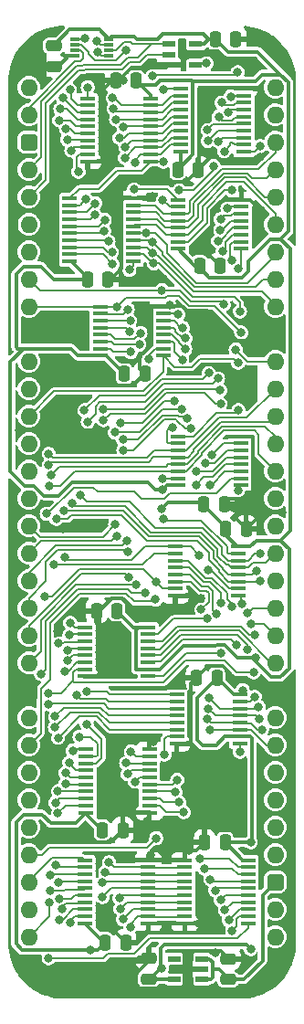
<source format=gtl>
%TF.GenerationSoftware,KiCad,Pcbnew,8.0.4*%
%TF.CreationDate,2024-08-15T20:27:09+02:00*%
%TF.ProjectId,Counter 24bit with IO,436f756e-7465-4722-9032-346269742077,rev?*%
%TF.SameCoordinates,PX54c81a0PY37b6b20*%
%TF.FileFunction,Copper,L1,Top*%
%TF.FilePolarity,Positive*%
%FSLAX46Y46*%
G04 Gerber Fmt 4.6, Leading zero omitted, Abs format (unit mm)*
G04 Created by KiCad (PCBNEW 8.0.4) date 2024-08-15 20:27:09*
%MOMM*%
%LPD*%
G01*
G04 APERTURE LIST*
G04 Aperture macros list*
%AMRoundRect*
0 Rectangle with rounded corners*
0 $1 Rounding radius*
0 $2 $3 $4 $5 $6 $7 $8 $9 X,Y pos of 4 corners*
0 Add a 4 corners polygon primitive as box body*
4,1,4,$2,$3,$4,$5,$6,$7,$8,$9,$2,$3,0*
0 Add four circle primitives for the rounded corners*
1,1,$1+$1,$2,$3*
1,1,$1+$1,$4,$5*
1,1,$1+$1,$6,$7*
1,1,$1+$1,$8,$9*
0 Add four rect primitives between the rounded corners*
20,1,$1+$1,$2,$3,$4,$5,0*
20,1,$1+$1,$4,$5,$6,$7,0*
20,1,$1+$1,$6,$7,$8,$9,0*
20,1,$1+$1,$8,$9,$2,$3,0*%
G04 Aperture macros list end*
%TA.AperFunction,SMDPad,CuDef*%
%ADD10R,1.250000X0.600000*%
%TD*%
%TA.AperFunction,SMDPad,CuDef*%
%ADD11RoundRect,0.250000X-0.250000X-0.475000X0.250000X-0.475000X0.250000X0.475000X-0.250000X0.475000X0*%
%TD*%
%TA.AperFunction,SMDPad,CuDef*%
%ADD12RoundRect,0.250000X0.250000X0.475000X-0.250000X0.475000X-0.250000X-0.475000X0.250000X-0.475000X0*%
%TD*%
%TA.AperFunction,SMDPad,CuDef*%
%ADD13R,1.475000X0.450000*%
%TD*%
%TA.AperFunction,SMDPad,CuDef*%
%ADD14RoundRect,0.250000X-0.475000X0.250000X-0.475000X-0.250000X0.475000X-0.250000X0.475000X0.250000X0*%
%TD*%
%TA.AperFunction,SMDPad,CuDef*%
%ADD15R,1.450000X0.450000*%
%TD*%
%TA.AperFunction,SMDPad,CuDef*%
%ADD16RoundRect,0.250000X0.475000X-0.250000X0.475000X0.250000X-0.475000X0.250000X-0.475000X-0.250000X0*%
%TD*%
%TA.AperFunction,ComponentPad*%
%ADD17O,1.600000X1.600000*%
%TD*%
%TA.AperFunction,ComponentPad*%
%ADD18RoundRect,0.400000X-0.400000X-0.400000X0.400000X-0.400000X0.400000X0.400000X-0.400000X0.400000X0*%
%TD*%
%TA.AperFunction,ComponentPad*%
%ADD19R,1.600000X1.600000*%
%TD*%
%TA.AperFunction,SMDPad,CuDef*%
%ADD20R,0.850000X0.300000*%
%TD*%
%TA.AperFunction,SMDPad,CuDef*%
%ADD21R,1.150000X0.600000*%
%TD*%
%TA.AperFunction,ViaPad*%
%ADD22C,0.800000*%
%TD*%
%TA.AperFunction,Conductor*%
%ADD23C,0.380000*%
%TD*%
%TA.AperFunction,Conductor*%
%ADD24C,0.200000*%
%TD*%
%TA.AperFunction,Conductor*%
%ADD25C,0.350000*%
%TD*%
G04 APERTURE END LIST*
D10*
%TO.P,IC15,1,B*%
%TO.N,Read Count Low*%
X12974000Y3998000D03*
%TO.P,IC15,2,A*%
%TO.N,Enable Latch Read Count*%
X12974000Y3048000D03*
%TO.P,IC15,3,GND*%
%TO.N,GND*%
X12974000Y2098000D03*
%TO.P,IC15,4,Y*%
%TO.N,/Latch Read Count*%
X15474000Y2098000D03*
%TO.P,IC15,5,3V*%
%TO.N,/3.3V*%
X15474000Y3998000D03*
%TD*%
D11*
%TO.P,C13,1*%
%TO.N,/3.3V*%
X13798000Y-7620000D03*
%TO.P,C13,2*%
%TO.N,GND*%
X15698000Y-7620000D03*
%TD*%
D12*
%TO.P,C7,1*%
%TO.N,/3.3V*%
X9951000Y635000D03*
%TO.P,C7,2*%
%TO.N,GND*%
X8051000Y635000D03*
%TD*%
D13*
%TO.P,IC11,1,~{OE}*%
%TO.N,/~{Read Count Low}*%
X19956000Y-5973000D03*
%TO.P,IC11,2,D0*%
%TO.N,C0*%
X19956000Y-5323000D03*
%TO.P,IC11,3,D1*%
%TO.N,C1*%
X19956000Y-4673000D03*
%TO.P,IC11,4,D2*%
%TO.N,C2*%
X19956000Y-4023000D03*
%TO.P,IC11,5,D3*%
%TO.N,C3*%
X19956000Y-3373000D03*
%TO.P,IC11,6,D4*%
%TO.N,C4*%
X19956000Y-2723000D03*
%TO.P,IC11,7,D5*%
%TO.N,C5*%
X19956000Y-2073000D03*
%TO.P,IC11,8,D6*%
%TO.N,C6*%
X19956000Y-1423000D03*
%TO.P,IC11,9,D7*%
%TO.N,C7*%
X19956000Y-773000D03*
%TO.P,IC11,10,GND*%
%TO.N,GND*%
X19956000Y-123000D03*
%TO.P,IC11,11,CP*%
%TO.N,/Latch Read Count*%
X14080000Y-123000D03*
%TO.P,IC11,12,Q7*%
%TO.N,D7*%
X14080000Y-773000D03*
%TO.P,IC11,13,Q6*%
%TO.N,D6*%
X14080000Y-1423000D03*
%TO.P,IC11,14,Q5*%
%TO.N,D5*%
X14080000Y-2073000D03*
%TO.P,IC11,15,Q4*%
%TO.N,D4*%
X14080000Y-2723000D03*
%TO.P,IC11,16,Q3*%
%TO.N,D3*%
X14080000Y-3373000D03*
%TO.P,IC11,17,Q2*%
%TO.N,D2*%
X14080000Y-4023000D03*
%TO.P,IC11,18,Q1*%
%TO.N,D1*%
X14080000Y-4673000D03*
%TO.P,IC11,19,Q0*%
%TO.N,D0*%
X14080000Y-5323000D03*
%TO.P,IC11,20,3V*%
%TO.N,/3.3V*%
X14080000Y-5973000D03*
%TD*%
D11*
%TO.P,C5,1*%
%TO.N,/3.3V*%
X5416000Y-17780000D03*
%TO.P,C5,2*%
%TO.N,GND*%
X7316000Y-17780000D03*
%TD*%
D14*
%TO.P,C14,1*%
%TO.N,/3.3V*%
X2286000Y3855000D03*
%TO.P,C14,2*%
%TO.N,GND*%
X2286000Y1955000D03*
%TD*%
D15*
%TO.P,IC7,1,~{MR}*%
%TO.N,~{Reset}*%
X13712000Y-56272000D03*
%TO.P,IC7,2,CP*%
%TO.N,CLK*%
X13712000Y-56922000D03*
%TO.P,IC7,3,D0*%
%TO.N,/LC0*%
X13712000Y-57572000D03*
%TO.P,IC7,4,D1*%
%TO.N,/LC1*%
X13712000Y-58222000D03*
%TO.P,IC7,5,D2*%
%TO.N,/LC2*%
X13712000Y-58872000D03*
%TO.P,IC7,6,D3*%
%TO.N,/LC3*%
X13712000Y-59522000D03*
%TO.P,IC7,7,CEP*%
%TO.N,Count Enable*%
X13712000Y-60172000D03*
%TO.P,IC7,8,GND*%
%TO.N,GND*%
X13712000Y-60822000D03*
%TO.P,IC7,9,~{PE}*%
%TO.N,~{Load Count Start}*%
X19562000Y-60822000D03*
%TO.P,IC7,10,CET*%
%TO.N,/3.3V*%
X19562000Y-60172000D03*
%TO.P,IC7,11,Q3*%
%TO.N,C3*%
X19562000Y-59522000D03*
%TO.P,IC7,12,Q2*%
%TO.N,C2*%
X19562000Y-58872000D03*
%TO.P,IC7,13,Q1*%
%TO.N,C1*%
X19562000Y-58222000D03*
%TO.P,IC7,14,Q0*%
%TO.N,C0*%
X19562000Y-57572000D03*
%TO.P,IC7,15,TC*%
%TO.N,/TC_{0..3}*%
X19562000Y-56922000D03*
%TO.P,IC7,16,3V*%
%TO.N,/3.3V*%
X19562000Y-56272000D03*
%TD*%
D16*
%TO.P,C4,1*%
%TO.N,/3.3V*%
X11104400Y-82630600D03*
%TO.P,C4,2*%
%TO.N,GND*%
X11104400Y-80730600D03*
%TD*%
D17*
%TO.P,J1,1,Pin_1*%
%TO.N,Read Count Bank*%
X0Y0D03*
%TO.P,J1,2,Pin_2*%
%TO.N,Read Count High*%
X0Y-2540000D03*
D18*
%TO.P,J1,3,Pin_3*%
%TO.N,unconnected-(J1-Pin_3-Pad3)*%
X0Y-5080000D03*
D17*
%TO.P,J1,4,Pin_4*%
%TO.N,Read Count Low*%
X0Y-7620000D03*
%TO.P,J1,5,Pin_5*%
%TO.N,Enable Latch Read Count*%
X0Y-10160000D03*
%TO.P,J1,6,Pin_6*%
%TO.N,unconnected-(J1-Pin_6-Pad6)*%
X0Y-12700000D03*
%TO.P,J1,7,Pin_7*%
%TO.N,unconnected-(J1-Pin_7-Pad7)*%
X0Y-15240000D03*
%TO.P,J1,8,Pin_8*%
%TO.N,CLK*%
X0Y-17780000D03*
%TO.P,J1,9,Pin_9*%
%TO.N,~{Load Count Start}*%
X0Y-20320000D03*
D19*
%TO.P,J1,10,Pin_10*%
%TO.N,GND*%
X0Y-22860000D03*
D17*
%TO.P,J1,11,Pin_11*%
%TO.N,unconnected-(J1-Pin_11-Pad11)*%
X0Y-25400000D03*
%TO.P,J1,12,Pin_12*%
%TO.N,unconnected-(J1-Pin_12-Pad12)*%
X0Y-27940000D03*
%TO.P,J1,13,Pin_13*%
%TO.N,~{Reset}*%
X0Y-30480000D03*
%TO.P,J1,14,Pin_14*%
%TO.N,unconnected-(J1-Pin_14-Pad14)*%
X0Y-33020000D03*
%TO.P,J1,15,Pin_15*%
%TO.N,unconnected-(J1-Pin_15-Pad15)*%
X0Y-35560000D03*
%TO.P,J1,16,Pin_16*%
%TO.N,unconnected-(J1-Pin_16-Pad16)*%
X0Y-38100000D03*
%TO.P,J1,17,Pin_17*%
%TO.N,D7*%
X0Y-40640000D03*
%TO.P,J1,18,Pin_18*%
%TO.N,D6*%
X0Y-43180000D03*
%TO.P,J1,19,Pin_19*%
%TO.N,D5*%
X0Y-45720000D03*
%TO.P,J1,20,Pin_20*%
%TO.N,D4*%
X0Y-48260000D03*
%TO.P,J1,21,Pin_21*%
%TO.N,D3*%
X0Y-50800000D03*
%TO.P,J1,22,Pin_22*%
%TO.N,D2*%
X0Y-53340000D03*
D19*
%TO.P,J1,23,Pin_23*%
%TO.N,GND*%
X0Y-55880000D03*
D17*
%TO.P,J1,24,Pin_24*%
%TO.N,D1*%
X0Y-58420000D03*
%TO.P,J1,25,Pin_25*%
%TO.N,D0*%
X0Y-60960000D03*
%TO.P,J1,26,Pin_26*%
%TO.N,unconnected-(J1-Pin_26-Pad26)*%
X0Y-63500000D03*
%TO.P,J1,27,Pin_27*%
%TO.N,unconnected-(J1-Pin_27-Pad27)*%
X0Y-66040000D03*
%TO.P,J1,28,Pin_28*%
%TO.N,unconnected-(J1-Pin_28-Pad28)*%
X0Y-68580000D03*
%TO.P,J1,29,Pin_29*%
%TO.N,Count Enable*%
X0Y-71120000D03*
%TO.P,J1,30,Pin_30*%
%TO.N,Write Start Bank*%
X0Y-73660000D03*
%TO.P,J1,31,Pin_31*%
%TO.N,Write Start High*%
X0Y-76200000D03*
%TO.P,J1,32,Pin_32*%
%TO.N,Write Start Low*%
X0Y-78740000D03*
%TO.P,J1,33,Pin_33*%
%TO.N,unconnected-(J1-Pin_33-Pad33)*%
X22860000Y-78740000D03*
%TO.P,J1,34,Pin_34*%
%TO.N,unconnected-(J1-Pin_34-Pad34)*%
X22860000Y-76200000D03*
D18*
%TO.P,J1,35,Pin_35*%
%TO.N,5V*%
X22860000Y-73660000D03*
D17*
%TO.P,J1,36,Pin_36*%
%TO.N,unconnected-(J1-Pin_36-Pad36)*%
X22860000Y-71120000D03*
%TO.P,J1,37,Pin_37*%
%TO.N,C0*%
X22860000Y-68580000D03*
%TO.P,J1,38,Pin_38*%
%TO.N,C1*%
X22860000Y-66040000D03*
%TO.P,J1,39,Pin_39*%
%TO.N,C2*%
X22860000Y-63500000D03*
%TO.P,J1,40,Pin_40*%
%TO.N,C3*%
X22860000Y-60960000D03*
%TO.P,J1,41,Pin_41*%
%TO.N,C4*%
X22860000Y-58420000D03*
D19*
%TO.P,J1,42,Pin_42*%
%TO.N,GND*%
X22860000Y-55880000D03*
D17*
%TO.P,J1,43,Pin_43*%
%TO.N,C5*%
X22860000Y-53340000D03*
%TO.P,J1,44,Pin_44*%
%TO.N,C6*%
X22860000Y-50800000D03*
%TO.P,J1,45,Pin_45*%
%TO.N,C7*%
X22860000Y-48260000D03*
%TO.P,J1,46,Pin_46*%
%TO.N,C8*%
X22860000Y-45720000D03*
%TO.P,J1,47,Pin_47*%
%TO.N,C9*%
X22860000Y-43180000D03*
%TO.P,J1,48,Pin_48*%
%TO.N,C10*%
X22860000Y-40640000D03*
%TO.P,J1,49,Pin_49*%
%TO.N,C11*%
X22860000Y-38100000D03*
%TO.P,J1,50,Pin_50*%
%TO.N,C12*%
X22860000Y-35560000D03*
%TO.P,J1,51,Pin_51*%
%TO.N,C13*%
X22860000Y-33020000D03*
%TO.P,J1,52,Pin_52*%
%TO.N,C14*%
X22860000Y-30480000D03*
%TO.P,J1,53,Pin_53*%
%TO.N,C15*%
X22860000Y-27940000D03*
%TO.P,J1,54,Pin_54*%
%TO.N,C16*%
X22860000Y-25400000D03*
D19*
%TO.P,J1,55,Pin_55*%
%TO.N,GND*%
X22860000Y-22860000D03*
D17*
%TO.P,J1,56,Pin_56*%
%TO.N,C17*%
X22860000Y-20320000D03*
%TO.P,J1,57,Pin_57*%
%TO.N,C18*%
X22860000Y-17780000D03*
%TO.P,J1,58,Pin_58*%
%TO.N,C19*%
X22860000Y-15240000D03*
%TO.P,J1,59,Pin_59*%
%TO.N,C20*%
X22860000Y-12700000D03*
%TO.P,J1,60,Pin_60*%
%TO.N,C21*%
X22860000Y-10160000D03*
%TO.P,J1,61,Pin_61*%
%TO.N,C22*%
X22860000Y-7620000D03*
%TO.P,J1,62,Pin_62*%
%TO.N,C23*%
X22860000Y-5080000D03*
%TO.P,J1,63,Pin_63*%
%TO.N,TC_{20..23}*%
X22860000Y-2540000D03*
%TO.P,J1,64,Pin_64*%
%TO.N,unconnected-(J1-Pin_64-Pad64)*%
X22860000Y0D03*
%TD*%
D12*
%TO.P,C2,1*%
%TO.N,/3.3V*%
X8173000Y-48514000D03*
%TO.P,C2,2*%
%TO.N,GND*%
X6273000Y-48514000D03*
%TD*%
D15*
%TO.P,IC10,1,~{MR}*%
%TO.N,~{Reset}*%
X19685000Y-36890000D03*
%TO.P,IC10,2,CP*%
%TO.N,CLK*%
X19685000Y-36240000D03*
%TO.P,IC10,3,D0*%
%TO.N,/LC12*%
X19685000Y-35590000D03*
%TO.P,IC10,4,D1*%
%TO.N,/LC13*%
X19685000Y-34940000D03*
%TO.P,IC10,5,D2*%
%TO.N,/LC14*%
X19685000Y-34290000D03*
%TO.P,IC10,6,D3*%
%TO.N,/LC15*%
X19685000Y-33640000D03*
%TO.P,IC10,7,CEP*%
%TO.N,/TC_{0..3}*%
X19685000Y-32990000D03*
%TO.P,IC10,8,GND*%
%TO.N,GND*%
X19685000Y-32340000D03*
%TO.P,IC10,9,~{PE}*%
%TO.N,~{Load Count Start}*%
X13835000Y-32340000D03*
%TO.P,IC10,10,CET*%
%TO.N,/TC_{8..11}*%
X13835000Y-32990000D03*
%TO.P,IC10,11,Q3*%
%TO.N,C15*%
X13835000Y-33640000D03*
%TO.P,IC10,12,Q2*%
%TO.N,C14*%
X13835000Y-34290000D03*
%TO.P,IC10,13,Q1*%
%TO.N,C13*%
X13835000Y-34940000D03*
%TO.P,IC10,14,Q0*%
%TO.N,C12*%
X13835000Y-35590000D03*
%TO.P,IC10,15,TC*%
%TO.N,/TC_{12..15}*%
X13835000Y-36240000D03*
%TO.P,IC10,16,3V*%
%TO.N,/3.3V*%
X13835000Y-36890000D03*
%TD*%
D13*
%TO.P,IC14,1,~{OE}*%
%TO.N,GND*%
X11066000Y-77474000D03*
%TO.P,IC14,2,D0*%
%TO.N,D0*%
X11066000Y-76824000D03*
%TO.P,IC14,3,D1*%
%TO.N,D1*%
X11066000Y-76174000D03*
%TO.P,IC14,4,D2*%
%TO.N,D2*%
X11066000Y-75524000D03*
%TO.P,IC14,5,D3*%
%TO.N,D3*%
X11066000Y-74874000D03*
%TO.P,IC14,6,D4*%
%TO.N,D4*%
X11066000Y-74224000D03*
%TO.P,IC14,7,D5*%
%TO.N,D5*%
X11066000Y-73574000D03*
%TO.P,IC14,8,D6*%
%TO.N,D6*%
X11066000Y-72924000D03*
%TO.P,IC14,9,D7*%
%TO.N,D7*%
X11066000Y-72274000D03*
%TO.P,IC14,10,GND*%
%TO.N,GND*%
X11066000Y-71624000D03*
%TO.P,IC14,11,LE*%
%TO.N,Write Start Bank*%
X5190000Y-71624000D03*
%TO.P,IC14,12,Q7*%
%TO.N,/LC23*%
X5190000Y-72274000D03*
%TO.P,IC14,13,Q6*%
%TO.N,/LC22*%
X5190000Y-72924000D03*
%TO.P,IC14,14,Q5*%
%TO.N,/LC21*%
X5190000Y-73574000D03*
%TO.P,IC14,15,Q4*%
%TO.N,/LC20*%
X5190000Y-74224000D03*
%TO.P,IC14,16,Q3*%
%TO.N,/LC19*%
X5190000Y-74874000D03*
%TO.P,IC14,17,Q2*%
%TO.N,/LC18*%
X5190000Y-75524000D03*
%TO.P,IC14,18,Q1*%
%TO.N,/LC17*%
X5190000Y-76174000D03*
%TO.P,IC14,19,Q0*%
%TO.N,/LC16*%
X5190000Y-76824000D03*
%TO.P,IC14,20,3V*%
%TO.N,/3.3V*%
X5190000Y-77474000D03*
%TD*%
D11*
%TO.P,C9,1*%
%TO.N,/3.3V*%
X16211000Y-38608000D03*
%TO.P,C9,2*%
%TO.N,GND*%
X18111000Y-38608000D03*
%TD*%
D16*
%TO.P,C8,1*%
%TO.N,5V*%
X18470400Y-82681400D03*
%TO.P,C8,2*%
%TO.N,GND*%
X18470400Y-80781400D03*
%TD*%
D11*
%TO.P,C16,1*%
%TO.N,/3.3V*%
X17303200Y4470400D03*
%TO.P,C16,2*%
%TO.N,GND*%
X19203200Y4470400D03*
%TD*%
D13*
%TO.P,IC2,1,~{OE}*%
%TO.N,GND*%
X11193000Y-67217000D03*
%TO.P,IC2,2,D0*%
%TO.N,D0*%
X11193000Y-66567000D03*
%TO.P,IC2,3,D1*%
%TO.N,D1*%
X11193000Y-65917000D03*
%TO.P,IC2,4,D2*%
%TO.N,D2*%
X11193000Y-65267000D03*
%TO.P,IC2,5,D3*%
%TO.N,D3*%
X11193000Y-64617000D03*
%TO.P,IC2,6,D4*%
%TO.N,D4*%
X11193000Y-63967000D03*
%TO.P,IC2,7,D5*%
%TO.N,D5*%
X11193000Y-63317000D03*
%TO.P,IC2,8,D6*%
%TO.N,D6*%
X11193000Y-62667000D03*
%TO.P,IC2,9,D7*%
%TO.N,D7*%
X11193000Y-62017000D03*
%TO.P,IC2,10,GND*%
%TO.N,GND*%
X11193000Y-61367000D03*
%TO.P,IC2,11,LE*%
%TO.N,Write Start Low*%
X5317000Y-61367000D03*
%TO.P,IC2,12,Q7*%
%TO.N,/LC7*%
X5317000Y-62017000D03*
%TO.P,IC2,13,Q6*%
%TO.N,/LC6*%
X5317000Y-62667000D03*
%TO.P,IC2,14,Q5*%
%TO.N,/LC5*%
X5317000Y-63317000D03*
%TO.P,IC2,15,Q4*%
%TO.N,/LC4*%
X5317000Y-63967000D03*
%TO.P,IC2,16,Q3*%
%TO.N,/LC3*%
X5317000Y-64617000D03*
%TO.P,IC2,17,Q2*%
%TO.N,/LC2*%
X5317000Y-65267000D03*
%TO.P,IC2,18,Q1*%
%TO.N,/LC1*%
X5317000Y-65917000D03*
%TO.P,IC2,19,Q0*%
%TO.N,/LC0*%
X5317000Y-66567000D03*
%TO.P,IC2,20,3V*%
%TO.N,/3.3V*%
X5317000Y-67217000D03*
%TD*%
D15*
%TO.P,IC13,1,~{MR}*%
%TO.N,~{Reset}*%
X19689000Y-14975000D03*
%TO.P,IC13,2,CP*%
%TO.N,CLK*%
X19689000Y-14325000D03*
%TO.P,IC13,3,D0*%
%TO.N,/LC20*%
X19689000Y-13675000D03*
%TO.P,IC13,4,D1*%
%TO.N,/LC21*%
X19689000Y-13025000D03*
%TO.P,IC13,5,D2*%
%TO.N,/LC22*%
X19689000Y-12375000D03*
%TO.P,IC13,6,D3*%
%TO.N,/LC23*%
X19689000Y-11725000D03*
%TO.P,IC13,7,CEP*%
%TO.N,/TC_{0..3}*%
X19689000Y-11075000D03*
%TO.P,IC13,8,GND*%
%TO.N,GND*%
X19689000Y-10425000D03*
%TO.P,IC13,9,~{PE}*%
%TO.N,~{Load Count Start}*%
X13839000Y-10425000D03*
%TO.P,IC13,10,CET*%
%TO.N,/TC_{16..19}*%
X13839000Y-11075000D03*
%TO.P,IC13,11,Q3*%
%TO.N,C23*%
X13839000Y-11725000D03*
%TO.P,IC13,12,Q2*%
%TO.N,C22*%
X13839000Y-12375000D03*
%TO.P,IC13,13,Q1*%
%TO.N,C21*%
X13839000Y-13025000D03*
%TO.P,IC13,14,Q0*%
%TO.N,C20*%
X13839000Y-13675000D03*
%TO.P,IC13,15,TC*%
%TO.N,TC_{20..23}*%
X13839000Y-14325000D03*
%TO.P,IC13,16,3V*%
%TO.N,/3.3V*%
X13839000Y-14975000D03*
%TD*%
D11*
%TO.P,C12,1*%
%TO.N,/3.3V*%
X8845000Y-26543000D03*
%TO.P,C12,2*%
%TO.N,GND*%
X10745000Y-26543000D03*
%TD*%
D15*
%TO.P,IC9,1,~{MR}*%
%TO.N,~{Reset}*%
X13585000Y-42556000D03*
%TO.P,IC9,2,CP*%
%TO.N,CLK*%
X13585000Y-43206000D03*
%TO.P,IC9,3,D0*%
%TO.N,/LC8*%
X13585000Y-43856000D03*
%TO.P,IC9,4,D1*%
%TO.N,/LC9*%
X13585000Y-44506000D03*
%TO.P,IC9,5,D2*%
%TO.N,/LC10*%
X13585000Y-45156000D03*
%TO.P,IC9,6,D3*%
%TO.N,/LC11*%
X13585000Y-45806000D03*
%TO.P,IC9,7,CEP*%
%TO.N,/TC_{0..3}*%
X13585000Y-46456000D03*
%TO.P,IC9,8,GND*%
%TO.N,GND*%
X13585000Y-47106000D03*
%TO.P,IC9,9,~{PE}*%
%TO.N,~{Load Count Start}*%
X19435000Y-47106000D03*
%TO.P,IC9,10,CET*%
%TO.N,/TC_{4..7}*%
X19435000Y-46456000D03*
%TO.P,IC9,11,Q3*%
%TO.N,C11*%
X19435000Y-45806000D03*
%TO.P,IC9,12,Q2*%
%TO.N,C10*%
X19435000Y-45156000D03*
%TO.P,IC9,13,Q1*%
%TO.N,C9*%
X19435000Y-44506000D03*
%TO.P,IC9,14,Q0*%
%TO.N,C8*%
X19435000Y-43856000D03*
%TO.P,IC9,15,TC*%
%TO.N,/TC_{8..11}*%
X19435000Y-43206000D03*
%TO.P,IC9,16,3V*%
%TO.N,/3.3V*%
X19435000Y-42556000D03*
%TD*%
D11*
%TO.P,C11,1*%
%TO.N,/3.3V*%
X6813000Y-68834000D03*
%TO.P,C11,2*%
%TO.N,GND*%
X8713000Y-68834000D03*
%TD*%
%TO.P,C10,1*%
%TO.N,/3.3V*%
X7067000Y-79248000D03*
%TO.P,C10,2*%
%TO.N,GND*%
X8967000Y-79248000D03*
%TD*%
D12*
%TO.P,C15,1*%
%TO.N,/3.3V*%
X18206000Y-69977000D03*
%TO.P,C15,2*%
%TO.N,GND*%
X16306000Y-69977000D03*
%TD*%
D15*
%TO.P,IC6,1,~{MR}*%
%TO.N,~{Reset}*%
X12450000Y-24881000D03*
%TO.P,IC6,2,CP*%
%TO.N,CLK*%
X12450000Y-24231000D03*
%TO.P,IC6,3,D0*%
%TO.N,/LC16*%
X12450000Y-23581000D03*
%TO.P,IC6,4,D1*%
%TO.N,/LC17*%
X12450000Y-22931000D03*
%TO.P,IC6,5,D2*%
%TO.N,/LC18*%
X12450000Y-22281000D03*
%TO.P,IC6,6,D3*%
%TO.N,/LC19*%
X12450000Y-21631000D03*
%TO.P,IC6,7,CEP*%
%TO.N,/TC_{0..3}*%
X12450000Y-20981000D03*
%TO.P,IC6,8,GND*%
%TO.N,GND*%
X12450000Y-20331000D03*
%TO.P,IC6,9,~{PE}*%
%TO.N,~{Load Count Start}*%
X6600000Y-20331000D03*
%TO.P,IC6,10,CET*%
%TO.N,/TC_{12..15}*%
X6600000Y-20981000D03*
%TO.P,IC6,11,Q3*%
%TO.N,C19*%
X6600000Y-21631000D03*
%TO.P,IC6,12,Q2*%
%TO.N,C18*%
X6600000Y-22281000D03*
%TO.P,IC6,13,Q1*%
%TO.N,C17*%
X6600000Y-22931000D03*
%TO.P,IC6,14,Q0*%
%TO.N,C16*%
X6600000Y-23581000D03*
%TO.P,IC6,15,TC*%
%TO.N,/TC_{16..19}*%
X6600000Y-24231000D03*
%TO.P,IC6,16,3V*%
%TO.N,/3.3V*%
X6600000Y-24881000D03*
%TD*%
D13*
%TO.P,IC12,1,~{OE}*%
%TO.N,/~{Read Count High}*%
X5444000Y-1012000D03*
%TO.P,IC12,2,D0*%
%TO.N,C15*%
X5444000Y-1662000D03*
%TO.P,IC12,3,D1*%
%TO.N,C14*%
X5444000Y-2312000D03*
%TO.P,IC12,4,D2*%
%TO.N,C13*%
X5444000Y-2962000D03*
%TO.P,IC12,5,D3*%
%TO.N,C12*%
X5444000Y-3612000D03*
%TO.P,IC12,6,D4*%
%TO.N,C11*%
X5444000Y-4262000D03*
%TO.P,IC12,7,D5*%
%TO.N,C10*%
X5444000Y-4912000D03*
%TO.P,IC12,8,D6*%
%TO.N,C9*%
X5444000Y-5562000D03*
%TO.P,IC12,9,D7*%
%TO.N,C8*%
X5444000Y-6212000D03*
%TO.P,IC12,10,GND*%
%TO.N,GND*%
X5444000Y-6862000D03*
%TO.P,IC12,11,CP*%
%TO.N,/Latch Read Count*%
X11320000Y-6862000D03*
%TO.P,IC12,12,Q7*%
%TO.N,D0*%
X11320000Y-6212000D03*
%TO.P,IC12,13,Q6*%
%TO.N,D1*%
X11320000Y-5562000D03*
%TO.P,IC12,14,Q5*%
%TO.N,D2*%
X11320000Y-4912000D03*
%TO.P,IC12,15,Q4*%
%TO.N,D3*%
X11320000Y-4262000D03*
%TO.P,IC12,16,Q3*%
%TO.N,D4*%
X11320000Y-3612000D03*
%TO.P,IC12,17,Q2*%
%TO.N,D5*%
X11320000Y-2962000D03*
%TO.P,IC12,18,Q1*%
%TO.N,D6*%
X11320000Y-2312000D03*
%TO.P,IC12,19,Q0*%
%TO.N,D7*%
X11320000Y-1662000D03*
%TO.P,IC12,20,3V*%
%TO.N,/3.3V*%
X11320000Y-1012000D03*
%TD*%
%TO.P,IC1,1,~{OE}*%
%TO.N,GND*%
X14461000Y-71624000D03*
%TO.P,IC1,2,D0*%
%TO.N,D7*%
X14461000Y-72274000D03*
%TO.P,IC1,3,D1*%
%TO.N,D6*%
X14461000Y-72924000D03*
%TO.P,IC1,4,D2*%
%TO.N,D5*%
X14461000Y-73574000D03*
%TO.P,IC1,5,D3*%
%TO.N,D4*%
X14461000Y-74224000D03*
%TO.P,IC1,6,D4*%
%TO.N,D3*%
X14461000Y-74874000D03*
%TO.P,IC1,7,D5*%
%TO.N,D2*%
X14461000Y-75524000D03*
%TO.P,IC1,8,D6*%
%TO.N,D1*%
X14461000Y-76174000D03*
%TO.P,IC1,9,D7*%
%TO.N,D0*%
X14461000Y-76824000D03*
%TO.P,IC1,10,GND*%
%TO.N,GND*%
X14461000Y-77474000D03*
%TO.P,IC1,11,LE*%
%TO.N,Write Start High*%
X20337000Y-77474000D03*
%TO.P,IC1,12,Q7*%
%TO.N,/LC8*%
X20337000Y-76824000D03*
%TO.P,IC1,13,Q6*%
%TO.N,/LC9*%
X20337000Y-76174000D03*
%TO.P,IC1,14,Q5*%
%TO.N,/LC10*%
X20337000Y-75524000D03*
%TO.P,IC1,15,Q4*%
%TO.N,/LC11*%
X20337000Y-74874000D03*
%TO.P,IC1,16,Q3*%
%TO.N,/LC12*%
X20337000Y-74224000D03*
%TO.P,IC1,17,Q2*%
%TO.N,/LC13*%
X20337000Y-73574000D03*
%TO.P,IC1,18,Q1*%
%TO.N,/LC14*%
X20337000Y-72924000D03*
%TO.P,IC1,19,Q0*%
%TO.N,/LC15*%
X20337000Y-72274000D03*
%TO.P,IC1,20,3V*%
%TO.N,/3.3V*%
X20337000Y-71624000D03*
%TD*%
D11*
%TO.P,C3,1*%
%TO.N,/3.3V*%
X18243000Y-40894000D03*
%TO.P,C3,2*%
%TO.N,GND*%
X20143000Y-40894000D03*
%TD*%
D20*
%TO.P,IC4,1,1A*%
%TO.N,Read Count Bank*%
X4267000Y4433000D03*
%TO.P,IC4,2,3Y*%
%TO.N,/~{Read Count Low}*%
X4267000Y3933000D03*
%TO.P,IC4,3,2A*%
%TO.N,Read Count High*%
X4267000Y3433000D03*
%TO.P,IC4,4,GND*%
%TO.N,GND*%
X4267000Y2933000D03*
%TO.P,IC4,5,2Y*%
%TO.N,/~{Read Count High}*%
X7417000Y2933000D03*
%TO.P,IC4,6,3A*%
%TO.N,Read Count Low*%
X7417000Y3433000D03*
%TO.P,IC4,7,1Y*%
%TO.N,/~{Read Count Bank}*%
X7417000Y3933000D03*
%TO.P,IC4,8,3V*%
%TO.N,/3.3V*%
X7417000Y4433000D03*
%TD*%
D13*
%TO.P,IC3,1,~{OE}*%
%TO.N,/~{Read Count Bank}*%
X9669000Y-16133000D03*
%TO.P,IC3,2,D0*%
%TO.N,C16*%
X9669000Y-15483000D03*
%TO.P,IC3,3,D1*%
%TO.N,C17*%
X9669000Y-14833000D03*
%TO.P,IC3,4,D2*%
%TO.N,C18*%
X9669000Y-14183000D03*
%TO.P,IC3,5,D3*%
%TO.N,C19*%
X9669000Y-13533000D03*
%TO.P,IC3,6,D4*%
%TO.N,C20*%
X9669000Y-12883000D03*
%TO.P,IC3,7,D5*%
%TO.N,C21*%
X9669000Y-12233000D03*
%TO.P,IC3,8,D6*%
%TO.N,C22*%
X9669000Y-11583000D03*
%TO.P,IC3,9,D7*%
%TO.N,C23*%
X9669000Y-10933000D03*
%TO.P,IC3,10,GND*%
%TO.N,GND*%
X9669000Y-10283000D03*
%TO.P,IC3,11,CP*%
%TO.N,/Latch Read Count*%
X3793000Y-10283000D03*
%TO.P,IC3,12,Q7*%
%TO.N,D7*%
X3793000Y-10933000D03*
%TO.P,IC3,13,Q6*%
%TO.N,D6*%
X3793000Y-11583000D03*
%TO.P,IC3,14,Q5*%
%TO.N,D5*%
X3793000Y-12233000D03*
%TO.P,IC3,15,Q4*%
%TO.N,D4*%
X3793000Y-12883000D03*
%TO.P,IC3,16,Q3*%
%TO.N,D3*%
X3793000Y-13533000D03*
%TO.P,IC3,17,Q2*%
%TO.N,D2*%
X3793000Y-14183000D03*
%TO.P,IC3,18,Q1*%
%TO.N,D1*%
X3793000Y-14833000D03*
%TO.P,IC3,19,Q0*%
%TO.N,D0*%
X3793000Y-15483000D03*
%TO.P,IC3,20,3V*%
%TO.N,/3.3V*%
X3793000Y-16133000D03*
%TD*%
D15*
%TO.P,IC8,1,~{MR}*%
%TO.N,~{Reset}*%
X5203000Y-50049000D03*
%TO.P,IC8,2,CP*%
%TO.N,CLK*%
X5203000Y-50699000D03*
%TO.P,IC8,3,D0*%
%TO.N,/LC4*%
X5203000Y-51349000D03*
%TO.P,IC8,4,D1*%
%TO.N,/LC5*%
X5203000Y-51999000D03*
%TO.P,IC8,5,D2*%
%TO.N,/LC6*%
X5203000Y-52649000D03*
%TO.P,IC8,6,D3*%
%TO.N,/LC7*%
X5203000Y-53299000D03*
%TO.P,IC8,7,CEP*%
%TO.N,/TC_{0..3}*%
X5203000Y-53949000D03*
%TO.P,IC8,8,GND*%
%TO.N,GND*%
X5203000Y-54599000D03*
%TO.P,IC8,9,~{PE}*%
%TO.N,~{Load Count Start}*%
X11053000Y-54599000D03*
%TO.P,IC8,10,CET*%
%TO.N,/3.3V*%
X11053000Y-53949000D03*
%TO.P,IC8,11,Q3*%
%TO.N,C7*%
X11053000Y-53299000D03*
%TO.P,IC8,12,Q2*%
%TO.N,C6*%
X11053000Y-52649000D03*
%TO.P,IC8,13,Q1*%
%TO.N,C5*%
X11053000Y-51999000D03*
%TO.P,IC8,14,Q0*%
%TO.N,C4*%
X11053000Y-51349000D03*
%TO.P,IC8,15,TC*%
%TO.N,/TC_{4..7}*%
X11053000Y-50699000D03*
%TO.P,IC8,16,3V*%
%TO.N,/3.3V*%
X11053000Y-50049000D03*
%TD*%
D21*
%TO.P,IC5,1,6VIn*%
%TO.N,5V*%
X16062000Y-82672000D03*
%TO.P,IC5,2,GND*%
%TO.N,GND*%
X16062000Y-81722000D03*
%TO.P,IC5,3,EN*%
%TO.N,5V*%
X16062000Y-80772000D03*
%TO.P,IC5,4,ADJ*%
%TO.N,unconnected-(IC5-ADJ-Pad4)*%
X13462000Y-80772000D03*
%TO.P,IC5,5,3.3VOut*%
%TO.N,/3.3V*%
X13462000Y-82672000D03*
%TD*%
D11*
%TO.P,C6,1*%
%TO.N,/3.3V*%
X15830000Y-16510000D03*
%TO.P,C6,2*%
%TO.N,GND*%
X17730000Y-16510000D03*
%TD*%
D12*
%TO.P,C1,1*%
%TO.N,/3.3V*%
X17444000Y-54737000D03*
%TO.P,C1,2*%
%TO.N,GND*%
X15544000Y-54737000D03*
%TD*%
D22*
%TO.N,GND*%
X17780000Y-254000D03*
X3175000Y-40894000D03*
X12458326Y-17767674D03*
X13039254Y-20155998D03*
X-1190000Y-13970000D03*
X16141000Y-381000D03*
X15748000Y-77470000D03*
X21523703Y-11369297D03*
X17321054Y3116480D03*
X11303000Y-71120000D03*
X15976615Y-47358958D03*
X11585471Y-60620958D03*
X12573000Y-62992000D03*
X2643002Y-50422841D03*
X17302000Y-80246091D03*
X19008866Y-38952442D03*
X23467000Y-39370000D03*
X304800Y1981200D03*
X9398000Y-81026000D03*
X-888996Y-31749809D03*
X10992779Y-68055518D03*
X11430000Y-8237000D03*
X5715000Y-82042000D03*
X20574000Y4165600D03*
X14859009Y-70739018D03*
X7667915Y-77999366D03*
X-761998Y-26670000D03*
X1604014Y-69770000D03*
X8788400Y660404D03*
X21433505Y-6453228D03*
X11430000Y-10117331D03*
%TO.N,/3.3V*%
X20574000Y-79883000D03*
X5715000Y-79930000D03*
X12319000Y-81661000D03*
X21045877Y-52896827D03*
X12342341Y-39036441D03*
X12364930Y-37273238D03*
X20574000Y-69977000D03*
X19825754Y-55873005D03*
%TO.N,/LC0*%
X2693316Y-67271857D03*
X1800000Y-57150000D03*
%TO.N,/LC1*%
X2470853Y-66296913D03*
X2432996Y-58314067D03*
%TO.N,/LC2*%
X2418024Y-59318990D03*
X2698695Y-65233717D03*
%TO.N,/LC3*%
X3418203Y-64539229D03*
X2709972Y-60287898D03*
%TO.N,C3*%
X16825740Y-59572000D03*
X16583099Y-3950587D03*
%TO.N,C2*%
X21611637Y-59541363D03*
X16587053Y-4967076D03*
X16565060Y-58576606D03*
%TO.N,C1*%
X16646525Y-57579927D03*
X17594810Y-5021175D03*
X21336003Y-58546997D03*
%TO.N,C0*%
X16747372Y-56585022D03*
X18117086Y-5932072D03*
X21319693Y-57420128D03*
%TO.N,/TC_{0..3}*%
X18415053Y-11204000D03*
X13945002Y-9525000D03*
X20828000Y-54229000D03*
X1473385Y-47167615D03*
X13857960Y-21048208D03*
X1800002Y-56127531D03*
X16958140Y-34067718D03*
X11761238Y-45821004D03*
X20945418Y-56492808D03*
X17142970Y-7290339D03*
%TO.N,/LC4*%
X3398275Y-63528934D03*
X2771731Y-51545324D03*
%TO.N,/LC5*%
X3745000Y-62590965D03*
X3572182Y-52144727D03*
%TO.N,/LC6*%
X5363005Y-59007000D03*
X3581261Y-53144688D03*
%TO.N,/LC7*%
X3299978Y-54104316D03*
X4699000Y-60198000D03*
%TO.N,C7*%
X18728056Y-849547D03*
X20255358Y-48756326D03*
X19285960Y-51719841D03*
%TO.N,C6*%
X17879207Y-1424793D03*
X20613266Y-49690222D03*
X20231140Y-52082090D03*
%TO.N,C5*%
X18509461Y-2299547D03*
%TO.N,C4*%
X17601320Y-2718217D03*
X20955000Y-50707672D03*
%TO.N,/TC_{4..7}*%
X16528070Y-49256099D03*
X16667480Y-44758958D03*
%TO.N,/LC8*%
X18822092Y-48143876D03*
X18853312Y-78155209D03*
%TO.N,/LC9*%
X17776615Y-47774762D03*
X18554714Y-77200827D03*
%TO.N,/LC10*%
X18185879Y-76271329D03*
X17424969Y-48813857D03*
%TO.N,/LC11*%
X15987748Y-48414638D03*
X17780000Y-75311000D03*
%TO.N,C11*%
X21453928Y-45787607D03*
X2540000Y-40005000D03*
X3458229Y-3835307D03*
%TO.N,C10*%
X21082731Y-44800095D03*
X3273113Y-39255000D03*
X3556442Y-4830475D03*
%TO.N,C9*%
X4018608Y-38524000D03*
X3937000Y-5842000D03*
%TO.N,C8*%
X21428691Y-43237954D03*
X4741500Y-37787654D03*
X4604000Y-7822688D03*
%TO.N,/TC_{8..11}*%
X13357947Y-31502635D03*
X12496073Y-40024556D03*
%TO.N,/LC12*%
X17272000Y-74422006D03*
X16764000Y-36829998D03*
%TO.N,/LC13*%
X15494004Y-36830000D03*
X16826000Y-73406000D03*
%TO.N,/LC14*%
X15549065Y-35594962D03*
X16256000Y-72390000D03*
%TO.N,C14*%
X3142957Y-960339D03*
X1843000Y-34972482D03*
%TO.N,C13*%
X2914758Y-1981329D03*
X2066421Y-35947206D03*
%TO.N,C12*%
X2823330Y-3062708D03*
X1873046Y-36929147D03*
%TO.N,Write Start High*%
X1836981Y-80720000D03*
%TO.N,D0*%
X9816579Y-6939481D03*
X11744483Y-47482425D03*
X14351000Y-67183000D03*
X7751497Y-16383000D03*
X9403222Y-77856824D03*
%TO.N,D1*%
X13957080Y-66263853D03*
X7701500Y-15271698D03*
X8735626Y-77112297D03*
X10800186Y-46869223D03*
X1100000Y-54356000D03*
X8906419Y-6525218D03*
%TO.N,D2*%
X13596788Y-65331011D03*
X9961236Y-46101000D03*
X7395701Y-14292587D03*
X8491907Y-76142448D03*
X8948412Y-5507685D03*
%TO.N,D3*%
X9261238Y-45381000D03*
X8378509Y-4685969D03*
X8410000Y-75145805D03*
X6978454Y-13329047D03*
X13755077Y-64182772D03*
%TO.N,D4*%
X7035151Y-12280576D03*
X8773254Y-3693391D03*
X9200300Y-43083971D03*
X6829984Y-75057000D03*
X9854153Y-64353574D03*
%TO.N,D5*%
X6841794Y-73725607D03*
X8093672Y-2959789D03*
X9079016Y-42037000D03*
X9146502Y-63647009D03*
X6096000Y-11811000D03*
%TO.N,D6*%
X9024310Y-62632071D03*
X8146500Y-41572970D03*
X7859283Y-1977749D03*
X6166712Y-10750338D03*
X7079780Y-72754336D03*
%TO.N,D7*%
X5250182Y-10350365D03*
X7427874Y-71816873D03*
X7775000Y-981783D03*
X8001000Y-40513000D03*
X9460041Y-61556665D03*
%TO.N,Write Start Low*%
X4069728Y-61473728D03*
X1905000Y-75565000D03*
%TO.N,/~{Read Count Bank}*%
X9323364Y-16911565D03*
X6305237Y4291435D03*
%TO.N,Read Count Bank*%
X5182557Y4571773D03*
%TO.N,/~{Read Count Low}*%
X19365635Y1409000D03*
X21459223Y-5453556D03*
X9022473Y3423529D03*
X11480800Y1043528D03*
%TO.N,/~{Read Count High}*%
X6388881Y3239281D03*
X5461000Y0D03*
%TO.N,~{Reset}*%
X15822138Y-43372586D03*
X3833309Y-49633247D03*
X5340476Y-56002118D03*
X19401904Y-25518769D03*
X19414610Y-16825172D03*
X19402550Y-37334550D03*
X3366986Y-43561000D03*
%TO.N,CLK*%
X3768598Y-50744727D03*
X18070522Y-20131000D03*
X12333000Y-18798627D03*
X2341071Y-44267929D03*
X18830520Y-16013480D03*
X1648000Y-39521035D03*
X4400005Y-56342000D03*
X11133219Y-25202674D03*
%TO.N,~{Load Count Start}*%
X19685006Y-22733000D03*
X17794996Y-52432000D03*
X19431000Y-29914980D03*
X9760000Y-9457998D03*
X8200003Y-20319990D03*
X19784204Y-47871211D03*
X19558000Y-61595002D03*
%TO.N,/LC15*%
X15853259Y-71465953D03*
X16347981Y-34860000D03*
%TO.N,C15*%
X1843000Y-33966388D03*
X3816637Y-221313D03*
%TO.N,C16*%
X19175630Y-24302545D03*
X10246498Y-23854937D03*
X19577711Y-20761768D03*
X11576686Y-16311889D03*
%TO.N,C17*%
X11480475Y-15316525D03*
X10342256Y-22769228D03*
%TO.N,C18*%
X11428269Y-14317886D03*
X9350488Y-22641157D03*
%TO.N,C19*%
X9390430Y-21611264D03*
X10909770Y-13462805D03*
%TO.N,Count Enable*%
X12573000Y-61849000D03*
X11811000Y-69596000D03*
%TO.N,/LC16*%
X14224000Y-25229263D03*
X14977957Y-31650573D03*
X3852501Y-77446110D03*
X8758000Y-33656420D03*
%TO.N,/LC17*%
X14638556Y-30697597D03*
X8710760Y-32656681D03*
X2849602Y-77137430D03*
X14506894Y-24270570D03*
%TO.N,/LC18*%
X3079367Y-76164181D03*
X14197089Y-29800317D03*
X14514480Y-23256098D03*
X7976847Y-31977434D03*
%TO.N,/LC19*%
X13533009Y-29051513D03*
X8518150Y-31114810D03*
X2866944Y-75187000D03*
X14283063Y-22283241D03*
%TO.N,/TC_{12..15}*%
X9168000Y-20574000D03*
X12357996Y-36273259D03*
%TO.N,/TC_{16..19}*%
X12426007Y-10449709D03*
X9463120Y-24533000D03*
%TO.N,/LC20*%
X17780000Y-29337000D03*
X1970000Y-74478948D03*
X17959000Y-15183246D03*
X6930998Y-30858925D03*
%TO.N,/LC21*%
X6871932Y-29857117D03*
X2779971Y-73700079D03*
X17559000Y-14242959D03*
X17744097Y-28067000D03*
%TO.N,/LC22*%
X2001122Y-73025000D03*
X17548072Y-26991617D03*
X5461000Y-30988000D03*
X17752894Y-13208366D03*
%TO.N,/LC23*%
X17791401Y-12209105D03*
X5150961Y-29930958D03*
X2466378Y-72067608D03*
X16683570Y-26488983D03*
%TO.N,TC_{20..23}*%
X18796000Y-9525000D03*
%TO.N,/Latch Read Count*%
X12464064Y-6877576D03*
X12478241Y-218233D03*
X16481054Y2214953D03*
%TD*%
D23*
%TO.N,GND*%
X1783014Y-69949000D02*
X1604014Y-69770000D01*
X7598000Y-69949000D02*
X1783014Y-69949000D01*
X8713000Y-68834000D02*
X7598000Y-69949000D01*
D24*
%TO.N,Count Enable*%
X1234661Y-71120000D02*
X0Y-71120000D01*
X1915661Y-70439000D02*
X1234661Y-71120000D01*
X10968000Y-70439000D02*
X1915661Y-70439000D01*
X11811000Y-69596000D02*
X10968000Y-70439000D01*
%TO.N,/LC16*%
X4252500Y-76824000D02*
X5190000Y-76824000D01*
X3852501Y-77446110D02*
X3852501Y-77223999D01*
X3852501Y-77223999D02*
X4252500Y-76824000D01*
%TO.N,/LC17*%
X2849602Y-77137430D02*
X3171231Y-77137430D01*
X4134661Y-76174000D02*
X5190000Y-76174000D01*
X3171231Y-77137430D02*
X4134661Y-76174000D01*
%TO.N,Write Start Low*%
X0Y-78740000D02*
X1905000Y-76835000D01*
X1905000Y-76835000D02*
X1905000Y-75565000D01*
%TO.N,/LC18*%
X3445010Y-75598884D02*
X5115116Y-75598884D01*
X3079367Y-76164181D02*
X3079367Y-75964527D01*
X3079367Y-75964527D02*
X3445010Y-75598884D01*
%TO.N,CLK*%
X17417000Y-37583000D02*
X18760000Y-36240000D01*
X13045118Y-37583000D02*
X17417000Y-37583000D01*
X10414000Y-38100000D02*
X12528118Y-38100000D01*
X5972654Y-37087654D02*
X6350000Y-37465000D01*
X18760000Y-36240000D02*
X19685000Y-36240000D01*
X4187346Y-37087654D02*
X5972654Y-37087654D01*
X6350000Y-37465000D02*
X9779000Y-37465000D01*
X1753965Y-39521035D02*
X4187346Y-37087654D01*
X9779000Y-37465000D02*
X10414000Y-38100000D01*
X1648000Y-39521035D02*
X1753965Y-39521035D01*
X12528118Y-38100000D02*
X13045118Y-37583000D01*
D23*
%TO.N,GND*%
X17585547Y-59547D02*
X16462453Y-59547D01*
X17780000Y-254000D02*
X17585547Y-59547D01*
X17974453Y-59547D02*
X17780000Y-254000D01*
X15787500Y-734500D02*
X16141000Y-381000D01*
X15787500Y-7201500D02*
X15787500Y-734500D01*
X19892547Y-59547D02*
X17974453Y-59547D01*
X19956000Y-123000D02*
X19892547Y-59547D01*
X16462453Y-59547D02*
X16141000Y-381000D01*
D24*
%TO.N,C6*%
X19038717Y-1599547D02*
X18053961Y-1599547D01*
X19148264Y-1490000D02*
X19038717Y-1599547D01*
X18053961Y-1599547D02*
X17879207Y-1424793D01*
X19889000Y-1490000D02*
X19148264Y-1490000D01*
%TO.N,C5*%
X18736008Y-2073000D02*
X19956000Y-2073000D01*
X18509461Y-2299547D02*
X18736008Y-2073000D01*
D23*
%TO.N,/3.3V*%
X21635892Y1190000D02*
X23352915Y1190000D01*
X15284500Y569000D02*
X21014892Y569000D01*
X15207500Y492000D02*
X15284500Y569000D01*
X21014892Y569000D02*
X21635892Y1190000D01*
D24*
%TO.N,/Latch Read Count*%
X16425101Y2159000D02*
X16481054Y2214953D01*
X15535000Y2159000D02*
X16425101Y2159000D01*
%TO.N,C3*%
X17085686Y-3448000D02*
X16583099Y-3950587D01*
D23*
%TO.N,/3.3V*%
X15207500Y492000D02*
X15207500Y-6210500D01*
D24*
%TO.N,C2*%
X19956000Y-4023000D02*
X17531129Y-4023000D01*
D23*
%TO.N,/3.3V*%
X15207500Y-6210500D02*
X13798000Y-7620000D01*
D24*
%TO.N,C2*%
X17531129Y-4023000D02*
X16587053Y-4967076D01*
%TO.N,C3*%
X19881000Y-3448000D02*
X17085686Y-3448000D01*
%TO.N,C4*%
X17931103Y-3048000D02*
X17601320Y-2718217D01*
X18855321Y-3048000D02*
X17931103Y-3048000D01*
X19099419Y-2803902D02*
X18855321Y-3048000D01*
X19875098Y-2803902D02*
X19099419Y-2803902D01*
%TO.N,C1*%
X17942985Y-4673000D02*
X17594810Y-5021175D01*
X19956000Y-4673000D02*
X17942985Y-4673000D01*
%TO.N,C0*%
X18667086Y-5073000D02*
X18667086Y-5382072D01*
X18918500Y-5073000D02*
X18667086Y-5073000D01*
X18918500Y-5198000D02*
X18918500Y-5073000D01*
X19067086Y-5198000D02*
X18918500Y-5198000D01*
X19067086Y-5323000D02*
X19067086Y-5198000D01*
X19956000Y-5323000D02*
X19067086Y-5323000D01*
X18667086Y-5382072D02*
X18117086Y-5932072D01*
%TO.N,/~{Read Count Low}*%
X11480800Y1043528D02*
X11591772Y1154500D01*
%TO.N,C7*%
X19956000Y-773000D02*
X18804603Y-773000D01*
%TO.N,/~{Read Count Low}*%
X19111135Y1154500D02*
X19365635Y1409000D01*
%TO.N,C7*%
X18804603Y-773000D02*
X18728056Y-849547D01*
%TO.N,/~{Read Count Low}*%
X11591772Y1154500D02*
X19111135Y1154500D01*
%TO.N,TC_{20..23}*%
X18161000Y-9525000D02*
X18796000Y-9525000D01*
X16510000Y-12573000D02*
X16510000Y-11176000D01*
X14758000Y-14325000D02*
X16510000Y-12573000D01*
X13839000Y-14325000D02*
X14758000Y-14325000D01*
X16510000Y-11176000D02*
X18161000Y-9525000D01*
%TO.N,C10*%
X15780124Y-41631000D02*
X11132198Y-41631000D01*
X17107000Y-43638370D02*
X17107000Y-42957876D01*
X18010000Y-44656000D02*
X18010000Y-44541371D01*
X19435000Y-45156000D02*
X18510000Y-45156000D01*
X18510000Y-45156000D02*
X18010000Y-44656000D01*
X18010000Y-44541371D02*
X17107000Y-43638370D01*
%TO.N,C11*%
X3594950Y-40005000D02*
X2540000Y-40005000D01*
%TO.N,C10*%
X17107000Y-42957876D02*
X15780124Y-41631000D01*
%TO.N,C11*%
X3940000Y-39659950D02*
X3594950Y-40005000D01*
X16707000Y-43123562D02*
X15614439Y-42031000D01*
X17610000Y-44707057D02*
X16707000Y-43804055D01*
X17610000Y-44906000D02*
X17610000Y-44707057D01*
X18510000Y-45806000D02*
X17610000Y-44906000D01*
%TO.N,C10*%
X8756198Y-39255000D02*
X3273113Y-39255000D01*
%TO.N,C11*%
X10966512Y-42031000D02*
X8595462Y-39659950D01*
X19435000Y-45806000D02*
X18510000Y-45806000D01*
X8595462Y-39659950D02*
X3940000Y-39659950D01*
X15614439Y-42031000D02*
X10966512Y-42031000D01*
X16707000Y-43804055D02*
X16707000Y-43123562D01*
%TO.N,C10*%
X11132198Y-41631000D02*
X8756198Y-39255000D01*
%TO.N,D5*%
X2526652Y-42456000D02*
X8660016Y-42456000D01*
X0Y-44982652D02*
X2526652Y-42456000D01*
X8660016Y-42456000D02*
X9079016Y-42037000D01*
X0Y-45720000D02*
X0Y-44982652D01*
%TO.N,D4*%
X8972329Y-42856000D02*
X9200300Y-43083971D01*
X1591071Y-43957268D02*
X2692339Y-42856000D01*
X1591071Y-45779929D02*
X1591071Y-43957268D01*
X0Y-47371000D02*
X1591071Y-45779929D01*
X0Y-48260000D02*
X0Y-47371000D01*
%TO.N,CLK*%
X10567906Y-44266000D02*
X2343000Y-44266000D01*
%TO.N,D4*%
X2692339Y-42856000D02*
X8972329Y-42856000D01*
%TO.N,CLK*%
X13585000Y-43206000D02*
X11627906Y-43206000D01*
X11627906Y-43206000D02*
X10567906Y-44266000D01*
X2343000Y-44266000D02*
X2341071Y-44267929D01*
D23*
%TO.N,GND*%
X12446000Y-17780000D02*
X7316000Y-17780000D01*
X12458326Y-17767674D02*
X12446000Y-17780000D01*
D24*
%TO.N,C16*%
X19577711Y-19951995D02*
X19577711Y-20761768D01*
X19056716Y-19431000D02*
X19577711Y-19951995D01*
X12063203Y-16311889D02*
X15182314Y-19431000D01*
%TO.N,C17*%
X12014000Y-15697001D02*
X15259999Y-18943000D01*
%TO.N,C16*%
X15182314Y-19431000D02*
X19056716Y-19431000D01*
X11576686Y-16311889D02*
X12063203Y-16311889D01*
%TO.N,C17*%
X11633525Y-15316525D02*
X12014000Y-15697000D01*
X15259999Y-18943000D02*
X21610000Y-18943000D01*
X12014000Y-15697000D02*
X12014000Y-15697001D01*
X21610000Y-18943000D02*
X22860000Y-20193000D01*
X11480475Y-15316525D02*
X11633525Y-15316525D01*
%TO.N,C16*%
X11485889Y-16311889D02*
X10657000Y-15483000D01*
X10657000Y-15483000D02*
X9669000Y-15483000D01*
X11576686Y-16311889D02*
X11485889Y-16311889D01*
D23*
%TO.N,GND*%
X13039254Y-20155998D02*
X12864252Y-20331000D01*
X22197000Y-23523000D02*
X22860000Y-22860000D01*
X19303735Y-23523000D02*
X22197000Y-23523000D01*
X16501735Y-20721000D02*
X19303735Y-23523000D01*
X13596921Y-20234882D02*
X14161864Y-20234882D01*
X13500803Y-20331000D02*
X13596921Y-20234882D01*
X13214256Y-20331000D02*
X13500803Y-20331000D01*
X14161864Y-20234882D02*
X14647980Y-20721000D01*
X13039254Y-20155998D02*
X13214256Y-20331000D01*
X14647980Y-20721000D02*
X16501735Y-20721000D01*
D24*
%TO.N,CLK*%
X1028000Y-18808000D02*
X0Y-17780000D01*
X12323627Y-18808000D02*
X1028000Y-18808000D01*
X12333000Y-18798627D02*
X13984258Y-18798627D01*
X13984258Y-18798627D02*
X15016631Y-19831000D01*
X15016631Y-19831000D02*
X17770522Y-19831000D01*
X17770522Y-19831000D02*
X18070522Y-20131000D01*
%TO.N,~{Load Count Start}*%
X17177575Y-20231000D02*
X19679575Y-22733000D01*
X13923945Y-19304000D02*
X14850945Y-20231000D01*
X12630161Y-19498627D02*
X12824788Y-19304000D01*
X9021366Y-19498627D02*
X12630161Y-19498627D01*
X8200003Y-20319990D02*
X9021366Y-19498627D01*
X19679575Y-22733000D02*
X19685006Y-22733000D01*
X12824788Y-19304000D02*
X13923945Y-19304000D01*
%TO.N,CLK*%
X12333000Y-18798627D02*
X12323627Y-18808000D01*
%TO.N,~{Load Count Start}*%
X14850945Y-20231000D02*
X17177575Y-20231000D01*
%TO.N,/Latch Read Count*%
X4678000Y-9398000D02*
X3793000Y-10283000D01*
X6477000Y-9398000D02*
X4678000Y-9398000D01*
X8128000Y-7747000D02*
X6477000Y-9398000D01*
X10435000Y-7747000D02*
X8128000Y-7747000D01*
X11320000Y-6862000D02*
X10435000Y-7747000D01*
D23*
%TO.N,GND*%
X11928000Y-8735000D02*
X11430000Y-8237000D01*
X14583000Y-8735000D02*
X11928000Y-8735000D01*
X15698000Y-7620000D02*
X14583000Y-8735000D01*
X9797000Y-8237000D02*
X11430000Y-8237000D01*
X8551500Y-9482500D02*
X9797000Y-8237000D01*
X8551500Y-10283000D02*
X8551500Y-9482500D01*
D24*
%TO.N,~{Load Count Start}*%
X12831331Y-9417331D02*
X13839000Y-10425000D01*
X9760000Y-9457998D02*
X9800667Y-9417331D01*
X9800667Y-9417331D02*
X12831331Y-9417331D01*
%TO.N,/TC_{16..19}*%
X13051298Y-11075000D02*
X12426007Y-10449709D01*
X13839000Y-11075000D02*
X13051298Y-11075000D01*
D23*
%TO.N,GND*%
X9669000Y-10283000D02*
X11264331Y-10283000D01*
X11264331Y-10283000D02*
X11430000Y-10117331D01*
D24*
%TO.N,D0*%
X10382500Y-6212000D02*
X11320000Y-6212000D01*
X9816579Y-6777921D02*
X10382500Y-6212000D01*
X9816579Y-6939481D02*
X9816579Y-6777921D01*
D23*
%TO.N,GND*%
X-332915Y-11350000D02*
X-1190000Y-12207085D01*
X4635917Y-8908000D02*
X3157000Y-8908000D01*
X3157000Y-8908000D02*
X715000Y-11350000D01*
X5444000Y-8099917D02*
X4635917Y-8908000D01*
X5444000Y-6862000D02*
X5444000Y-8099917D01*
X-1190000Y-12207085D02*
X-1190000Y-13970000D01*
X715000Y-11350000D02*
X-332915Y-11350000D01*
D24*
%TO.N,C8*%
X4406500Y-7387000D02*
X4604000Y-7584500D01*
X4604000Y-7584500D02*
X4604000Y-7822688D01*
X4691387Y-6212000D02*
X4406500Y-6496887D01*
X4406500Y-6496887D02*
X4406500Y-7387000D01*
X5444000Y-6212000D02*
X4691387Y-6212000D01*
%TO.N,D7*%
X4730500Y-10933000D02*
X3793000Y-10933000D01*
X4830500Y-10833000D02*
X4730500Y-10933000D01*
X4830500Y-10770047D02*
X4830500Y-10833000D01*
X5250182Y-10350365D02*
X4830500Y-10770047D01*
%TO.N,D6*%
X5334050Y-11583000D02*
X3793000Y-11583000D01*
X6166712Y-10750338D02*
X5334050Y-11583000D01*
%TO.N,D1*%
X7353037Y-15271698D02*
X7701500Y-15271698D01*
X6914339Y-14833000D02*
X7353037Y-15271698D01*
X3793000Y-14833000D02*
X6914339Y-14833000D01*
D23*
%TO.N,GND*%
X8541500Y-16780937D02*
X7542437Y-17780000D01*
X8541500Y-10293000D02*
X8541500Y-16780937D01*
X8551500Y-10283000D02*
X8541500Y-10293000D01*
X9669000Y-10283000D02*
X8551500Y-10283000D01*
D24*
%TO.N,D2*%
X7286114Y-14183000D02*
X7395701Y-14292587D01*
X3793000Y-14183000D02*
X7286114Y-14183000D01*
%TO.N,D3*%
X6774501Y-13533000D02*
X6978454Y-13329047D01*
X3793000Y-13533000D02*
X6774501Y-13533000D01*
%TO.N,D4*%
X6432727Y-12883000D02*
X7035151Y-12280576D01*
X3793000Y-12883000D02*
X6432727Y-12883000D01*
%TO.N,D5*%
X3793000Y-12233000D02*
X5674000Y-12233000D01*
X5674000Y-12233000D02*
X6096000Y-11811000D01*
%TO.N,D0*%
X3793000Y-15483000D02*
X6851497Y-15483000D01*
X6851497Y-15483000D02*
X7751497Y-16383000D01*
%TO.N,/~{Read Count Bank}*%
X9669000Y-16133000D02*
X9669000Y-16565929D01*
X9669000Y-16565929D02*
X9323364Y-16911565D01*
D23*
%TO.N,5V*%
X16860000Y-82672000D02*
X16062000Y-82672000D01*
X22860000Y-73660000D02*
X21670000Y-74850000D01*
X19934600Y-82681400D02*
X18470400Y-82681400D01*
X16710680Y-80772000D02*
X17027000Y-81088320D01*
X17027000Y-82505000D02*
X16860000Y-82672000D01*
X17683000Y-81722000D02*
X17027000Y-81722000D01*
X17027000Y-81722000D02*
X17027000Y-82505000D01*
X18445000Y-82484000D02*
X17683000Y-81722000D01*
X17027000Y-81088320D02*
X17027000Y-81722000D01*
X21670000Y-74850000D02*
X21670000Y-80946000D01*
X16062000Y-80772000D02*
X16710680Y-80772000D01*
X21670000Y-80946000D02*
X19934600Y-82681400D01*
%TO.N,GND*%
X18445000Y-80756000D02*
X17771000Y-80082000D01*
X11335000Y-20341000D02*
X11345000Y-20331000D01*
D25*
X20269200Y4470400D02*
X19203200Y4470400D01*
D23*
X16828683Y-6487397D02*
X17457258Y-6487397D01*
X17466091Y-80082000D02*
X17302000Y-80246091D01*
X6985000Y-6438500D02*
X6561500Y-6862000D01*
X15107000Y-81722000D02*
X16062000Y-81722000D01*
X16962894Y-13535595D02*
X16962894Y-12881137D01*
X19215501Y-39159077D02*
X19008866Y-38952442D01*
X14817000Y-60822000D02*
X13712000Y-60822000D01*
X22860000Y-55880000D02*
X22060001Y-55080001D01*
X11066000Y-71357000D02*
X11303000Y-71120000D01*
X20901733Y-6985000D02*
X21433505Y-6453228D01*
X20143000Y-40894000D02*
X19215501Y-39966501D01*
X17457258Y-6487397D02*
X17954861Y-6985000D01*
X16982632Y-13555332D02*
X16962894Y-13535595D01*
X20800000Y-37435036D02*
X20110486Y-38124550D01*
X22060001Y-55080001D02*
X19393001Y-55080001D01*
X3787022Y-48514000D02*
X2643002Y-49658020D01*
X6273000Y-48514000D02*
X3787022Y-48514000D01*
X21667000Y-39370000D02*
X20143000Y-40894000D01*
X11079000Y-81025903D02*
X9964000Y-82140903D01*
X10930000Y-80607000D02*
X10511000Y-81026000D01*
X17000000Y-12844031D02*
X17000000Y-11378964D01*
X12573000Y-62992000D02*
X13712000Y-61853000D01*
X10214297Y-68834000D02*
X10992779Y-68055518D01*
X17137909Y-80082000D02*
X17302000Y-80246091D01*
X18669000Y-54331903D02*
X17959097Y-53622000D01*
X8699097Y-47410000D02*
X8802000Y-47410000D01*
X10287000Y-26085000D02*
X10287000Y-24931664D01*
D25*
X20574000Y4165600D02*
X20269200Y4470400D01*
D23*
X19393001Y-55080001D02*
X18669000Y-54356000D01*
X15543982Y-70739018D02*
X14859009Y-70739018D01*
X6308000Y-54599000D02*
X5203000Y-54599000D01*
X13712000Y-61853000D02*
X13712000Y-60822000D01*
X18111000Y-38608000D02*
X18455442Y-38952442D01*
X2643002Y-49658020D02*
X2643002Y-50422841D01*
X17954861Y-6985000D02*
X20901733Y-6985000D01*
X2767800Y1955000D02*
X3705800Y2893000D01*
X19215501Y-39966501D02*
X19215501Y-39159077D01*
X15634552Y-47106000D02*
X15677510Y-47148958D01*
X16962894Y-12881137D02*
X17000000Y-12844031D01*
X15748000Y-77470000D02*
X14465000Y-77470000D01*
X7667915Y-77999366D02*
X7718366Y-77999366D01*
X15544000Y-54737000D02*
X15041000Y-55240000D01*
X11066000Y-78079000D02*
X11066000Y-77474000D01*
X20562500Y-10425000D02*
X21506797Y-11369297D01*
X9630000Y-27658000D02*
X8079823Y-27658000D01*
X15041000Y-55240000D02*
X15041000Y-60598000D01*
X20800000Y-32375000D02*
X20800000Y-35560000D01*
X9897000Y-79248000D02*
X11066000Y-78079000D01*
X15016000Y-80163000D02*
X15097000Y-80082000D01*
X17000000Y-11378964D02*
X17964964Y-10414000D01*
X9964000Y-82140903D02*
X9964000Y-83171098D01*
X15926199Y-47358958D02*
X15976615Y-47358958D01*
X21506797Y-11369297D02*
X21523703Y-11369297D01*
X8688097Y-47399000D02*
X8699097Y-47410000D01*
X15041000Y-60598000D02*
X14817000Y-60822000D01*
X2286000Y1955000D02*
X331000Y1955000D01*
X11193000Y-61367000D02*
X11193000Y-61013429D01*
X16746000Y-13791964D02*
X16982632Y-13555332D01*
X19689000Y-10425000D02*
X20562500Y-10425000D01*
X10745000Y-26543000D02*
X10287000Y-26085000D01*
X15016000Y-81631000D02*
X15016000Y-80163000D01*
X8051000Y635000D02*
X8762996Y635000D01*
X11193000Y-61013429D02*
X11585471Y-60620958D01*
X19685000Y-32340000D02*
X20765000Y-32340000D01*
X9964000Y-83171098D02*
X10313502Y-83520600D01*
X15766616Y-47148959D02*
X15976615Y-47358958D01*
X23467000Y-39370000D02*
X21667000Y-39370000D01*
X10511000Y-81026000D02*
X9398000Y-81026000D01*
X11176000Y-67234000D02*
X11176000Y-67872297D01*
X14461000Y-71137027D02*
X14859009Y-70739018D01*
X18455442Y-38952442D02*
X19008866Y-38952442D01*
X8079823Y-27658000D02*
X7091823Y-26670000D01*
X11066000Y-71624000D02*
X11066000Y-71357000D01*
X14696135Y-48589022D02*
X15926199Y-47358958D01*
X18594450Y-38124550D02*
X18111000Y-38608000D01*
X15016000Y-81631000D02*
X15107000Y-81722000D01*
X20765000Y-32340000D02*
X20800000Y-32375000D01*
X3705800Y2893000D02*
X4267000Y2893000D01*
X9519431Y1833528D02*
X12709528Y1833528D01*
X8382000Y-82042000D02*
X5715000Y-82042000D01*
X10313502Y-83520600D02*
X14268400Y-83520600D01*
X8713000Y-68834000D02*
X10214297Y-68834000D01*
X8967000Y-79248000D02*
X9897000Y-79248000D01*
X6542903Y-48514000D02*
X7657903Y-47399000D01*
X16746000Y-15526000D02*
X16746000Y-13791964D01*
X6527000Y-54380000D02*
X6308000Y-54599000D01*
X8802000Y-47410000D02*
X9981022Y-48589022D01*
X17964964Y-10414000D02*
X19678000Y-10414000D01*
X16306000Y-69977000D02*
X15543982Y-70739018D01*
X15698000Y-7618080D02*
X16828683Y-6487397D01*
X7091823Y-26670000D02*
X-761998Y-26670000D01*
X17959097Y-53622000D02*
X16659000Y-53622000D01*
X17730000Y-16510000D02*
X16746000Y-15526000D01*
X17771000Y-80082000D02*
X17466091Y-80082000D01*
X15677510Y-47148958D02*
X15766616Y-47148959D01*
X6985000Y-127000D02*
X6985000Y-6438500D01*
X9398000Y-81026000D02*
X8382000Y-82042000D01*
X11335000Y-23883664D02*
X11335000Y-20341000D01*
X20110486Y-38124550D02*
X18594450Y-38124550D01*
X15097000Y-80082000D02*
X17137909Y-80082000D01*
X13585000Y-47106000D02*
X15634552Y-47106000D01*
X7657903Y-47399000D02*
X8688097Y-47399000D01*
X12709528Y1833528D02*
X12974000Y2098000D01*
X14268400Y-83520600D02*
X15016000Y-82773000D01*
X11345000Y-20331000D02*
X12450000Y-20331000D01*
X14461000Y-71624000D02*
X14461000Y-71137027D01*
X8762996Y635000D02*
X8788400Y660404D01*
X10745000Y-26543000D02*
X9630000Y-27658000D01*
X18669000Y-54356000D02*
X18669000Y-54331903D01*
X8788400Y660404D02*
X8788400Y1102497D01*
X11176000Y-67872297D02*
X10992779Y-68055518D01*
X10287000Y-24931664D02*
X11335000Y-23883664D01*
X7747000Y635000D02*
X6985000Y-127000D01*
X331000Y1955000D02*
X304800Y1981200D01*
X9981022Y-48589022D02*
X14696135Y-48589022D01*
X16659000Y-53622000D02*
X15544000Y-54737000D01*
X20800000Y-35560000D02*
X20800000Y-37435036D01*
X6527000Y-48768000D02*
X6527000Y-54380000D01*
X15016000Y-82773000D02*
X15016000Y-81631000D01*
X6561500Y-6862000D02*
X5444000Y-6862000D01*
X7718366Y-77999366D02*
X8967000Y-79248000D01*
X8788400Y1102497D02*
X9519431Y1833528D01*
%TO.N,/3.3V*%
X13839000Y-14975000D02*
X15374000Y-16510000D01*
X3890000Y-24210000D02*
X4561000Y-24881000D01*
X10160000Y-50049000D02*
X9708000Y-50049000D01*
X22371121Y-14045964D02*
X23348879Y-14045964D01*
X12457120Y-37080000D02*
X12438047Y-37080000D01*
X16662400Y4470400D02*
X17303200Y4470400D01*
X-492915Y-24210000D02*
X-1715000Y-25432085D01*
X23348879Y-14045964D02*
X24257000Y-14954085D01*
X16129000Y-60960000D02*
X17399000Y-60960000D01*
X23352915Y1190000D02*
X21240915Y3302000D01*
X2286000Y-17780000D02*
X5416000Y-17780000D01*
X6600000Y-24881000D02*
X7183000Y-24881000D01*
X18122225Y-51642000D02*
X18495960Y-52015735D01*
X17444000Y-54737000D02*
X15621000Y-56560000D01*
X16256000Y4064000D02*
X16662400Y4470400D01*
X24130000Y-53841345D02*
X23317130Y-54654215D01*
X9948000Y-53949000D02*
X9938000Y-53939000D01*
X22491300Y-54654215D02*
X21045877Y-53208792D01*
X5715000Y-79930000D02*
X-635000Y-79930000D01*
X-492915Y-24210000D02*
X-1030000Y-24210000D01*
X24257000Y-14954085D02*
X24257000Y-41085915D01*
X12319000Y-81661000D02*
X12319000Y-81416000D01*
X12634434Y-37063259D02*
X12621228Y-37076465D01*
X18979000Y-56272000D02*
X17444000Y-54737000D01*
X3794549Y5363549D02*
X2286000Y3855000D01*
X12586909Y-79456091D02*
X20147091Y-79456091D01*
X23352915Y1190000D02*
X24050000Y492915D01*
X15830000Y-16719000D02*
X16736000Y-17625000D01*
X19315000Y-42556000D02*
X18243000Y-41484000D01*
X20677000Y-69874000D02*
X20677000Y-60289649D01*
X12685225Y-37063259D02*
X12634434Y-37063259D01*
X24130000Y-42767085D02*
X24130000Y-53841345D01*
X15089900Y609600D02*
X15207500Y492000D01*
X11053000Y-53949000D02*
X9948000Y-53949000D01*
X18471600Y3302000D02*
X17303200Y4470400D01*
X10332472Y253528D02*
X11808029Y253528D01*
X-1030000Y-24210000D02*
X-1190000Y-24050000D01*
X24050000Y-13344843D02*
X23348879Y-14045964D01*
X-635000Y-79930000D02*
X-1190000Y-79375000D01*
X20677000Y-60289649D02*
X20559351Y-60172000D01*
X21240915Y3302000D02*
X18471600Y3302000D01*
X17467767Y-51642000D02*
X18122225Y-51642000D01*
X23352915Y-41990000D02*
X24130000Y-42767085D01*
X12164101Y609600D02*
X15089900Y609600D01*
X11053000Y-53949000D02*
X12158000Y-53949000D01*
X6526451Y5363549D02*
X7417000Y4473000D01*
X12158000Y-53949000D02*
X14319000Y-51788000D01*
X14080000Y-5973000D02*
X14080000Y-7338000D01*
X18243000Y-41484000D02*
X18243000Y-40894000D01*
X19562000Y-56136759D02*
X19825754Y-55873005D01*
X19562000Y-56272000D02*
X18979000Y-56272000D01*
X-428000Y-36910000D02*
X492915Y-36910000D01*
X16662400Y4470400D02*
X16179800Y4953000D01*
X11320000Y-1012000D02*
X11320000Y-734000D01*
X11320000Y-734000D02*
X9951000Y635000D01*
X-1190000Y-68087085D02*
X-492915Y-67390000D01*
X13835000Y-36890000D02*
X12858484Y-36890000D01*
X12222000Y-81513000D02*
X12222000Y-79821000D01*
X12438047Y-37080000D02*
X12364930Y-37153117D01*
X16179800Y4953000D02*
X12424000Y4953000D01*
X1223000Y-67390000D02*
X2032000Y-68199000D01*
X12460655Y-37076465D02*
X12457120Y-37080000D01*
X16084000Y-38481000D02*
X12897782Y-38481000D01*
X6813000Y-68834000D02*
X5317000Y-67338000D01*
X14319000Y-51788000D02*
X17321768Y-51787999D01*
X3984381Y-36597654D02*
X11052654Y-36597654D01*
X15374000Y-16510000D02*
X15830000Y-16510000D01*
X12192000Y-81661000D02*
X12319000Y-81661000D01*
X19853000Y-71624000D02*
X18206000Y-69977000D01*
X21106000Y-41990000D02*
X20540000Y-42556000D01*
X15540000Y4064000D02*
X16256000Y4064000D01*
X-1190000Y-24050000D02*
X-1190000Y-17287085D01*
X-1190000Y-17287085D02*
X-492915Y-16590000D01*
X9807780Y4727780D02*
X7671780Y4727780D01*
X12364930Y-37153117D02*
X12364930Y-37273238D01*
X3794549Y5363549D02*
X6526451Y5363549D01*
X9938000Y-50271000D02*
X10160000Y-50049000D01*
X-492915Y-24210000D02*
X3890000Y-24210000D01*
X3896000Y-16133000D02*
X5416000Y-17653000D01*
X18187000Y-60172000D02*
X19562000Y-60172000D01*
X12222000Y-79821000D02*
X12586909Y-79456091D01*
X9951000Y635000D02*
X10332472Y253528D01*
X19345717Y-52896827D02*
X21045877Y-52896827D01*
X9938000Y-53939000D02*
X9938000Y-50271000D01*
X-1715000Y-25432085D02*
X-1715000Y-35623000D01*
X12424000Y4953000D02*
X11959000Y4488000D01*
X18495960Y-52047070D02*
X19345717Y-52896827D01*
X11052654Y-36597654D02*
X11728238Y-37273238D01*
X5317000Y-67338000D02*
X5317000Y-67217000D01*
X20540000Y-42556000D02*
X19435000Y-42556000D01*
X20559351Y-60172000D02*
X19562000Y-60172000D01*
X11129800Y-82656000D02*
X13446000Y-82656000D01*
X20320000Y-16097085D02*
X22371121Y-14045964D01*
X17399000Y-60960000D02*
X18187000Y-60172000D01*
X18206000Y-69977000D02*
X20574000Y-69977000D01*
X15621000Y-60452000D02*
X16129000Y-60960000D01*
X12319000Y-81416000D02*
X12222000Y-81513000D01*
X2736035Y-37846000D02*
X3984381Y-36597654D01*
X19562000Y-56272000D02*
X19562000Y-56136759D01*
X4335000Y-68199000D02*
X5317000Y-67217000D01*
X23352915Y-41990000D02*
X21106000Y-41990000D01*
X6600000Y-24881000D02*
X4561000Y-24881000D01*
X11959000Y4488000D02*
X10047560Y4488000D01*
X492915Y-36910000D02*
X1428915Y-37846000D01*
X16736000Y-17625000D02*
X19782036Y-17625000D01*
X7067000Y-79248000D02*
X6385000Y-79930000D01*
X20574000Y-69977000D02*
X20677000Y-69874000D01*
X24257000Y-41085915D02*
X23352915Y-41990000D01*
X-492915Y-67390000D02*
X1223000Y-67390000D01*
X11728238Y-37273238D02*
X12364930Y-37273238D01*
X23317130Y-54654215D02*
X22491300Y-54654215D01*
X7183000Y-24881000D02*
X8845000Y-26543000D01*
X20320000Y-17087036D02*
X20320000Y-16097085D01*
X10047560Y4488000D02*
X9807780Y4727780D01*
X21045877Y-53208792D02*
X21045877Y-52896827D01*
X18495960Y-52015735D02*
X18495960Y-52047070D01*
X12897782Y-38481000D02*
X12342341Y-39036441D01*
X12621228Y-37076465D02*
X12460655Y-37076465D01*
X-492915Y-16590000D02*
X1096000Y-16590000D01*
X9708000Y-50049000D02*
X8173000Y-48514000D01*
X16211000Y-38735000D02*
X18243000Y-40767000D01*
X20147091Y-79456091D02*
X20574000Y-79883000D01*
X11053000Y-50049000D02*
X10160000Y-50049000D01*
X19782036Y-17625000D02*
X20320000Y-17087036D01*
X11222400Y-82630600D02*
X12192000Y-81661000D01*
X1096000Y-16590000D02*
X2286000Y-17780000D01*
X5190000Y-77474000D02*
X6964000Y-79248000D01*
X6385000Y-79930000D02*
X5715000Y-79930000D01*
X11808029Y253528D02*
X12164101Y609600D01*
X-1190000Y-79375000D02*
X-1190000Y-68087085D01*
X24050000Y492915D02*
X24050000Y-13344843D01*
X7671780Y4727780D02*
X7417000Y4473000D01*
X17321768Y-51787999D02*
X17467767Y-51642000D01*
X12858484Y-36890000D02*
X12685225Y-37063259D01*
X2032000Y-68199000D02*
X4335000Y-68199000D01*
X15621000Y-56560000D02*
X15621000Y-60452000D01*
X-1715000Y-35623000D02*
X-428000Y-36910000D01*
X1428915Y-37846000D02*
X2736035Y-37846000D01*
D24*
%TO.N,/LC0*%
X3398173Y-66567000D02*
X2693316Y-67271857D01*
X6942000Y-57107000D02*
X1843000Y-57107000D01*
X7407000Y-57572000D02*
X6942000Y-57107000D01*
X13712000Y-57572000D02*
X7407000Y-57572000D01*
X1843000Y-57107000D02*
X1800000Y-57150000D01*
X5317000Y-66567000D02*
X3398173Y-66567000D01*
%TO.N,/LC1*%
X5317000Y-65917000D02*
X2850766Y-65917000D01*
X2850766Y-65917000D02*
X2470853Y-66296913D01*
X3240064Y-57506999D02*
X2432996Y-58314067D01*
X6649314Y-57507000D02*
X3240064Y-57506999D01*
X13712000Y-58222000D02*
X7364314Y-58222000D01*
X7364314Y-58222000D02*
X6649314Y-57507000D01*
%TO.N,/LC2*%
X3830016Y-57906998D02*
X2418024Y-59318990D01*
X2731978Y-65267000D02*
X2698695Y-65233717D01*
X13712000Y-58872000D02*
X7448628Y-58872000D01*
X6483628Y-57907000D02*
X3830016Y-57906998D01*
X7448628Y-58872000D02*
X6483628Y-57907000D01*
X5317000Y-65267000D02*
X2731978Y-65267000D01*
%TO.N,/LC3*%
X3495974Y-64617000D02*
X3418203Y-64539229D01*
X5317000Y-64617000D02*
X3495974Y-64617000D01*
X7494649Y-59522000D02*
X6279651Y-58307002D01*
X6279651Y-58307002D02*
X4690871Y-58306999D01*
X13712000Y-59522000D02*
X7494649Y-59522000D01*
X4690871Y-58306999D02*
X2709972Y-60287898D01*
%TO.N,C3*%
X19562000Y-59522000D02*
X16875740Y-59522000D01*
X20643847Y-59563533D02*
X22040314Y-60960000D01*
X22040314Y-60960000D02*
X22860000Y-60960000D01*
X19603533Y-59563533D02*
X20643847Y-59563533D01*
X16875740Y-59522000D02*
X16825740Y-59572000D01*
%TO.N,C2*%
X19683000Y-58993000D02*
X20639000Y-58993000D01*
X19562000Y-58872000D02*
X16860454Y-58872000D01*
X16860454Y-58872000D02*
X16565060Y-58576606D01*
X21187363Y-59541363D02*
X21611637Y-59541363D01*
X20639000Y-58993000D02*
X21187363Y-59541363D01*
%TO.N,C1*%
X19562000Y-58222000D02*
X21011006Y-58222000D01*
X19562000Y-58222000D02*
X17288598Y-58222000D01*
X17288598Y-58222000D02*
X16646525Y-57579927D01*
X21011006Y-58222000D02*
X21336003Y-58546997D01*
%TO.N,C0*%
X21167821Y-57572000D02*
X21319693Y-57420128D01*
X19562000Y-57572000D02*
X17734350Y-57572000D01*
X19562000Y-57572000D02*
X21167821Y-57572000D01*
X17734350Y-57572000D02*
X16747372Y-56585022D01*
%TO.N,/TC_{0..3}*%
X13790752Y-20981000D02*
X13857960Y-21048208D01*
X1800002Y-56127531D02*
X2967391Y-56127531D01*
X19562000Y-56892000D02*
X20546226Y-56892000D01*
X10606234Y-44666000D02*
X11761238Y-45821004D01*
X19685000Y-32990000D02*
X18035858Y-32990000D01*
X4364921Y-53949000D02*
X5203000Y-53949000D01*
X12396234Y-46456000D02*
X11761238Y-45821004D01*
X4364921Y-53949000D02*
X4074461Y-54239461D01*
X13945002Y-9525000D02*
X15295817Y-9525000D01*
X20546226Y-56892000D02*
X20945418Y-56492808D01*
X4074461Y-55020461D02*
X4178000Y-55124000D01*
X1473385Y-47167615D02*
X2177701Y-47167615D01*
X4074461Y-54239461D02*
X4074461Y-55020461D01*
X12450000Y-20981000D02*
X13790752Y-20981000D01*
X18035858Y-32990000D02*
X16958140Y-34067718D01*
X13585000Y-46456000D02*
X12396234Y-46456000D01*
X12503500Y-55124000D02*
X14495500Y-53132000D01*
X19259062Y-54229000D02*
X20828000Y-54229000D01*
X4679316Y-44666000D02*
X10606234Y-44666000D01*
X19689000Y-11075000D02*
X18544053Y-11075000D01*
X17142970Y-7677847D02*
X17142970Y-7290339D01*
X15295817Y-9525000D02*
X17142970Y-7677847D01*
X18162062Y-53132000D02*
X19259062Y-54229000D01*
X18544053Y-11075000D02*
X18415053Y-11204000D01*
X2967391Y-56127531D02*
X4074461Y-55020461D01*
X2177701Y-47167615D02*
X4679316Y-44666000D01*
X4178000Y-55124000D02*
X12503500Y-55124000D01*
X14495500Y-53132000D02*
X18162062Y-53132000D01*
%TO.N,/LC4*%
X3181635Y-51545324D02*
X2771731Y-51545324D01*
X5107273Y-51444727D02*
X3282232Y-51444727D01*
X3836341Y-63967000D02*
X3398275Y-63528934D01*
X3282232Y-51444727D02*
X3181635Y-51545324D01*
X5317000Y-63967000D02*
X3836341Y-63967000D01*
%TO.N,/LC5*%
X5317000Y-63317000D02*
X4379500Y-63317000D01*
X3745000Y-62682500D02*
X3745000Y-62590965D01*
X3717909Y-51999000D02*
X3572182Y-52144727D01*
X5203000Y-51999000D02*
X3717909Y-51999000D01*
X4379500Y-63317000D02*
X3745000Y-62682500D01*
%TO.N,/LC6*%
X6754500Y-60398495D02*
X5363005Y-59007000D01*
X6754500Y-62167000D02*
X6754500Y-60398495D01*
X5317000Y-62667000D02*
X6254500Y-62667000D01*
X6254500Y-62667000D02*
X6754500Y-62167000D01*
X5203000Y-52649000D02*
X4076949Y-52649000D01*
X4076949Y-52649000D02*
X3581261Y-53144688D01*
%TO.N,/LC7*%
X6354500Y-61917000D02*
X6354500Y-60842000D01*
X4449236Y-53299000D02*
X3643920Y-54104316D01*
X5317000Y-62017000D02*
X6254500Y-62017000D01*
X3643920Y-54104316D02*
X3299978Y-54104316D01*
X5710500Y-60198000D02*
X4699000Y-60198000D01*
X6354500Y-60842000D02*
X5710500Y-60198000D01*
X5203000Y-53299000D02*
X4449236Y-53299000D01*
X6254500Y-62017000D02*
X6354500Y-61917000D01*
%TO.N,C7*%
X17319177Y-51151999D02*
X18718118Y-51151999D01*
X11167001Y-53184999D02*
X12229037Y-53184999D01*
X22860000Y-48260000D02*
X20751684Y-48260000D01*
X20751684Y-48260000D02*
X20255358Y-48756326D01*
X14257937Y-51156099D02*
X17315078Y-51156099D01*
X12229037Y-53184999D02*
X14257937Y-51156099D01*
X17315078Y-51156099D02*
X17319177Y-51151999D01*
X18718118Y-51151999D02*
X19285960Y-51719841D01*
%TO.N,C6*%
X17153491Y-50751999D02*
X19308068Y-50751999D01*
X12199350Y-52649000D02*
X14092251Y-50756099D01*
X17149392Y-50756099D02*
X17153491Y-50751999D01*
X11053000Y-52649000D02*
X12199350Y-52649000D01*
X22860000Y-50800000D02*
X21750222Y-49690222D01*
X20231140Y-51675071D02*
X20231140Y-52082090D01*
X14092251Y-50756099D02*
X17149392Y-50756099D01*
X19308068Y-50751999D02*
X20231140Y-51675071D01*
X21750222Y-49690222D02*
X20613266Y-49690222D01*
%TO.N,C5*%
X19490998Y-50351998D02*
X22479000Y-53340000D01*
X16987806Y-50351998D02*
X19490998Y-50351998D01*
X16983706Y-50356099D02*
X16987806Y-50351998D01*
X12176714Y-52105950D02*
X13926565Y-50356099D01*
X11175338Y-52105950D02*
X12176714Y-52105950D01*
X13926565Y-50356099D02*
X16983706Y-50356099D01*
%TO.N,C4*%
X12367978Y-51349000D02*
X13760879Y-49956099D01*
X20449922Y-50707672D02*
X20955000Y-50707672D01*
X13760879Y-49956099D02*
X16818020Y-49956099D01*
X19694248Y-49951998D02*
X20449922Y-50707672D01*
X16822121Y-49951998D02*
X19694248Y-49951998D01*
X16818020Y-49956099D02*
X16822121Y-49951998D01*
X11053000Y-51349000D02*
X12367978Y-51349000D01*
%TO.N,/TC_{4..7}*%
X13420901Y-49256099D02*
X16528070Y-49256099D01*
X19435000Y-46456000D02*
X18594315Y-46456000D01*
X18594315Y-46456000D02*
X16897273Y-44758958D01*
X11978000Y-50699000D02*
X13420901Y-49256099D01*
X16897273Y-44758958D02*
X16667480Y-44758958D01*
X11053000Y-50699000D02*
X11978000Y-50699000D01*
%TO.N,/LC8*%
X16957601Y-45458788D02*
X18387513Y-46888700D01*
X16377360Y-45458788D02*
X16957601Y-45458788D01*
X18822092Y-47867579D02*
X18822092Y-48143876D01*
X18387513Y-47433000D02*
X18822092Y-47867579D01*
X18387513Y-46888700D02*
X18387513Y-47433000D01*
X19254714Y-77066513D02*
X19254714Y-77753807D01*
X14774572Y-43856000D02*
X16377360Y-45458788D01*
X19497227Y-76824000D02*
X19254714Y-77066513D01*
X13585000Y-43856000D02*
X14774572Y-43856000D01*
X20337000Y-76824000D02*
X19497227Y-76824000D01*
X19254714Y-77753807D02*
X18853312Y-78155209D01*
%TO.N,/LC9*%
X17776615Y-46843488D02*
X17776615Y-47774762D01*
X19581541Y-76174000D02*
X18554714Y-77200827D01*
X16792085Y-45858958D02*
X17776615Y-46843488D01*
X16211845Y-45858958D02*
X16792085Y-45858958D01*
X14858886Y-44506000D02*
X16211845Y-45858958D01*
X13585000Y-44506000D02*
X14858886Y-44506000D01*
X20337000Y-76174000D02*
X19581541Y-76174000D01*
%TO.N,/LC10*%
X16046160Y-46258958D02*
X16626399Y-46258958D01*
X14943201Y-45156000D02*
X16046160Y-46258958D01*
X20337000Y-75524000D02*
X18933208Y-75524000D01*
X18933208Y-75524000D02*
X18185879Y-76271329D01*
X17076615Y-46709174D02*
X17076615Y-48465503D01*
X16626399Y-46258958D02*
X17076615Y-46709174D01*
X17076615Y-48465503D02*
X17424969Y-48813857D01*
X13585000Y-45156000D02*
X14943201Y-45156000D01*
%TO.N,/LC11*%
X16676615Y-47725771D02*
X15987748Y-48414638D01*
X15027515Y-45806000D02*
X15880475Y-46658958D01*
X18217000Y-74874000D02*
X17780000Y-75311000D01*
X16676615Y-46874860D02*
X16676615Y-47725771D01*
X20337000Y-74874000D02*
X18217000Y-74874000D01*
X13585000Y-45806000D02*
X15027515Y-45806000D01*
X15880475Y-46658958D02*
X16460713Y-46658958D01*
X16460713Y-46658958D02*
X16676615Y-46874860D01*
%TO.N,C11*%
X3842782Y-3835307D02*
X3458229Y-3835307D01*
X21435535Y-45806000D02*
X21453928Y-45787607D01*
X5444000Y-4262000D02*
X4269475Y-4262000D01*
X19435000Y-45806000D02*
X21435535Y-45806000D01*
X4269475Y-4262000D02*
X3842782Y-3835307D01*
%TO.N,C10*%
X5358000Y-4826000D02*
X3560917Y-4826000D01*
X20726826Y-45156000D02*
X21082731Y-44800095D01*
X19435000Y-45156000D02*
X20726826Y-45156000D01*
X3560917Y-4826000D02*
X3556442Y-4830475D01*
%TO.N,C9*%
X17507000Y-42792190D02*
X15945808Y-41230997D01*
X4318608Y-38824000D02*
X4018608Y-38524000D01*
X21939905Y-44100095D02*
X22860000Y-43180000D01*
X18708602Y-44506000D02*
X18458602Y-44256000D01*
X18290314Y-44256000D02*
X17507000Y-43472685D01*
X20386876Y-44506000D02*
X20792781Y-44100095D01*
X15945808Y-41230997D02*
X11297879Y-41230997D01*
X19435000Y-44506000D02*
X18708602Y-44506000D01*
X4217000Y-5562000D02*
X3937000Y-5842000D01*
X17507000Y-43472685D02*
X17507000Y-42792190D01*
X19435000Y-44506000D02*
X20386876Y-44506000D01*
X18458602Y-44256000D02*
X18290314Y-44256000D01*
X5444000Y-5562000D02*
X4217000Y-5562000D01*
X20792781Y-44100095D02*
X21939905Y-44100095D01*
X8890882Y-38824000D02*
X4318608Y-38824000D01*
X11297879Y-41230997D02*
X8890882Y-38824000D01*
%TO.N,C8*%
X9341000Y-38424000D02*
X5377846Y-38424000D01*
X17907000Y-43307000D02*
X17907000Y-42626504D01*
X11747998Y-40830998D02*
X9341000Y-38424000D01*
X19435000Y-43856000D02*
X20348314Y-43856000D01*
X20966360Y-43237954D02*
X21428691Y-43237954D01*
X16111493Y-40830997D02*
X11747998Y-40830998D01*
X17907000Y-42626504D02*
X16111493Y-40830997D01*
X5377846Y-38424000D02*
X4741500Y-37787654D01*
X18456000Y-43856000D02*
X17907000Y-43307000D01*
X20348314Y-43856000D02*
X20966360Y-43237954D01*
X19435000Y-43856000D02*
X18456000Y-43856000D01*
%TO.N,/TC_{8..11}*%
X12910000Y-32990000D02*
X12810000Y-32890000D01*
X18410000Y-42563817D02*
X15977183Y-40131000D01*
X15977183Y-40131000D02*
X12602517Y-40131000D01*
X12810000Y-32890000D02*
X12810000Y-31815000D01*
X12602517Y-40131000D02*
X12496073Y-40024556D01*
X18410000Y-43106000D02*
X18410000Y-42563817D01*
X13122365Y-31502635D02*
X13357947Y-31502635D01*
X19435000Y-43206000D02*
X18510000Y-43206000D01*
X13835000Y-32990000D02*
X12910000Y-32990000D01*
X12810000Y-31815000D02*
X13122365Y-31502635D01*
X18510000Y-43206000D02*
X18410000Y-43106000D01*
%TO.N,/LC12*%
X19685000Y-35590000D02*
X18186070Y-35590000D01*
X20337000Y-74224000D02*
X17470006Y-74224000D01*
X17470006Y-74224000D02*
X17272000Y-74422006D01*
X18186070Y-35590000D02*
X16946072Y-36829998D01*
X16946072Y-36829998D02*
X16764000Y-36829998D01*
%TO.N,/LC13*%
X20337000Y-73574000D02*
X16994000Y-73574000D01*
X17053950Y-36130000D02*
X16194004Y-36130000D01*
X18243950Y-34940000D02*
X17053950Y-36130000D01*
X16194004Y-36130000D02*
X15494004Y-36830000D01*
X16994000Y-73574000D02*
X16826000Y-73406000D01*
X19685000Y-34940000D02*
X18243950Y-34940000D01*
%TO.N,/LC14*%
X19399500Y-72924000D02*
X18865500Y-72390000D01*
X17014673Y-35594962D02*
X15549065Y-35594962D01*
X19685000Y-34290000D02*
X18319635Y-34290000D01*
X18865500Y-72390000D02*
X16256000Y-72390000D01*
X18319635Y-34290000D02*
X17014673Y-35594962D01*
X20337000Y-72924000D02*
X19399500Y-72924000D01*
%TO.N,C14*%
X14732705Y-34290000D02*
X15260000Y-33762706D01*
X15260000Y-33762706D02*
X15260000Y-33527769D01*
X2059062Y-34756420D02*
X1843000Y-34972482D01*
X22325000Y-31015000D02*
X22860000Y-30480000D01*
X17772769Y-31015000D02*
X22325000Y-31015000D01*
X11584256Y-34259709D02*
X11087545Y-34756420D01*
X13835000Y-34290000D02*
X14732705Y-34290000D01*
X5444000Y-2312000D02*
X4494618Y-2312000D01*
X13804709Y-34259709D02*
X11584256Y-34259709D01*
X15260000Y-33527769D02*
X17772769Y-31015000D01*
X11087545Y-34756420D02*
X2059062Y-34756420D01*
X4494618Y-2312000D02*
X3142957Y-960339D01*
%TO.N,C13*%
X12910000Y-34940000D02*
X12693580Y-35156420D01*
X2857207Y-35156420D02*
X2066421Y-35947206D01*
X5444000Y-2962000D02*
X4506500Y-2962000D01*
X15660000Y-33693455D02*
X17938455Y-31415000D01*
X15660000Y-33928391D02*
X15660000Y-33693455D01*
X13835000Y-34940000D02*
X12910000Y-34940000D01*
X17938455Y-31415000D02*
X21890000Y-31415000D01*
X4506500Y-2962000D02*
X3525829Y-1981329D01*
X3525829Y-1981329D02*
X2914758Y-1981329D01*
X12693580Y-35156420D02*
X2857207Y-35156420D01*
X14648390Y-34940000D02*
X15660000Y-33928391D01*
X21890000Y-31415000D02*
X22860000Y-32385000D01*
X13835000Y-34940000D02*
X14648390Y-34940000D01*
%TO.N,C12*%
X4374000Y-3612000D02*
X3824708Y-3062708D01*
X20932965Y-31815000D02*
X21290000Y-32172035D01*
X12582998Y-35573259D02*
X4304741Y-35573259D01*
X13835000Y-35590000D02*
X14564076Y-35590000D01*
X18104141Y-31815000D02*
X20932965Y-31815000D01*
X21290000Y-32172035D02*
X21290000Y-33990000D01*
X14564076Y-35590000D02*
X16060000Y-34094076D01*
X2948853Y-36929147D02*
X1873046Y-36929147D01*
X4304741Y-35573259D02*
X2948853Y-36929147D01*
X5444000Y-3612000D02*
X4374000Y-3612000D01*
X13835000Y-35590000D02*
X12599739Y-35590000D01*
X21290000Y-33990000D02*
X22860000Y-35560000D01*
X12599739Y-35590000D02*
X12582998Y-35573259D01*
X16060000Y-33859141D02*
X18104141Y-31815000D01*
X3824708Y-3062708D02*
X2823330Y-3062708D01*
X16060000Y-34094076D02*
X16060000Y-33859141D01*
%TO.N,Write Start High*%
X9779000Y-80282000D02*
X7348000Y-80282000D01*
X20337000Y-77474000D02*
X20337000Y-77899000D01*
X20337000Y-77899000D02*
X19369000Y-78867000D01*
X6910000Y-80720000D02*
X1836981Y-80720000D01*
X7348000Y-80282000D02*
X6910000Y-80720000D01*
X11194000Y-78867000D02*
X9779000Y-80282000D01*
X19369000Y-78867000D02*
X11194000Y-78867000D01*
%TO.N,D0*%
X13121500Y-5323000D02*
X12232500Y-6212000D01*
X12232500Y-6212000D02*
X11320000Y-6212000D01*
X1100000Y-59860000D02*
X1100000Y-55734841D01*
X9403222Y-77549278D02*
X9403222Y-77856824D01*
X11573731Y-47653177D02*
X11744483Y-47482425D01*
X4688058Y-46920000D02*
X7443938Y-46920000D01*
X7454939Y-46909000D02*
X8993965Y-46909000D01*
X7443938Y-46920000D02*
X7454939Y-46909000D01*
X9738142Y-47653177D02*
X11573731Y-47653177D01*
X1100000Y-55734841D02*
X1943002Y-54891839D01*
X8993965Y-46909000D02*
X9738142Y-47653177D01*
X0Y-60960000D02*
X1100000Y-59860000D01*
X1943002Y-54891839D02*
X1943002Y-49665056D01*
X11193000Y-66567000D02*
X12130500Y-66567000D01*
X1943002Y-49665056D02*
X4688058Y-46920000D01*
X12746500Y-67183000D02*
X14351000Y-67183000D01*
X12130500Y-66567000D02*
X12746500Y-67183000D01*
X14390000Y-76895000D02*
X11137000Y-76895000D01*
X14080000Y-5323000D02*
X13121500Y-5323000D01*
X11066000Y-76824000D02*
X10128500Y-76824000D01*
X10128500Y-76824000D02*
X9403222Y-77549278D01*
%TO.N,D1*%
X10800186Y-46869223D02*
X9531223Y-46869223D01*
X9531223Y-46869223D02*
X9171000Y-46509000D01*
X4533373Y-46509000D02*
X1524000Y-49518373D01*
X9884048Y-5562000D02*
X8920830Y-6525218D01*
X9171000Y-46509000D02*
X4533373Y-46509000D01*
X12130500Y-65917000D02*
X12477353Y-66263853D01*
X13205814Y-4673000D02*
X14080000Y-4673000D01*
X11320000Y-5562000D02*
X12316814Y-5562000D01*
X1524000Y-49518373D02*
X1524000Y-53932000D01*
X11193000Y-65917000D02*
X12130500Y-65917000D01*
X12477353Y-66263853D02*
X13957080Y-66263853D01*
X11320000Y-5562000D02*
X9884048Y-5562000D01*
X1524000Y-53932000D02*
X1100000Y-54356000D01*
X11137000Y-76245000D02*
X14390000Y-76245000D01*
X8920830Y-6525218D02*
X8906419Y-6525218D01*
X11066000Y-76174000D02*
X9673923Y-76174000D01*
X9673923Y-76174000D02*
X8735626Y-77112297D01*
X12316814Y-5562000D02*
X13205814Y-4673000D01*
%TO.N,D2*%
X13269500Y-4023000D02*
X12380500Y-4912000D01*
X1099999Y-52240001D02*
X1099999Y-49376687D01*
X13532777Y-65267000D02*
X13596788Y-65331011D01*
X12380500Y-4912000D02*
X11320000Y-4912000D01*
X11066000Y-75524000D02*
X9110355Y-75524000D01*
X14080000Y-4023000D02*
X13269500Y-4023000D01*
X1099999Y-49376687D02*
X4375686Y-46101000D01*
X9110355Y-75524000D02*
X8491907Y-76142448D01*
X9544097Y-4912000D02*
X8948412Y-5507685D01*
X14390000Y-75595000D02*
X11137000Y-75595000D01*
X4375686Y-46101000D02*
X9961236Y-46101000D01*
X11320000Y-4912000D02*
X9544097Y-4912000D01*
X11193000Y-65267000D02*
X13532777Y-65267000D01*
X0Y-53340000D02*
X1099999Y-52240001D01*
%TO.N,D3*%
X9272113Y-4262000D02*
X8848144Y-4685969D01*
X8848144Y-4685969D02*
X8378509Y-4685969D01*
X8681805Y-74874000D02*
X8410000Y-75145805D01*
X11320000Y-4262000D02*
X12405500Y-4262000D01*
X4845001Y-45066000D02*
X8946238Y-45066000D01*
X13320849Y-64617000D02*
X13755077Y-64182772D01*
X11066000Y-74874000D02*
X8681805Y-74874000D01*
X11137000Y-74945000D02*
X14390000Y-74945000D01*
X11193000Y-64617000D02*
X13320849Y-64617000D01*
X8946238Y-45066000D02*
X9261238Y-45381000D01*
X0Y-50800000D02*
X0Y-49911000D01*
X11320000Y-4262000D02*
X9272113Y-4262000D01*
X0Y-49911000D02*
X4845001Y-45066000D01*
X13294500Y-3373000D02*
X14080000Y-3373000D01*
X12405500Y-4262000D02*
X13294500Y-3373000D01*
%TO.N,D4*%
X11193000Y-63967000D02*
X10240727Y-63967000D01*
X13269500Y-2723000D02*
X12380500Y-3612000D01*
X8854645Y-3612000D02*
X8773254Y-3693391D01*
X14390000Y-74295000D02*
X11137000Y-74295000D01*
X11066000Y-74224000D02*
X7662984Y-74224000D01*
X14080000Y-2723000D02*
X13269500Y-2723000D01*
X12380500Y-3612000D02*
X11320000Y-3612000D01*
X11320000Y-3612000D02*
X8854645Y-3612000D01*
X7662984Y-74224000D02*
X6829984Y-75057000D01*
X10240727Y-63967000D02*
X9854153Y-64353574D01*
%TO.N,D5*%
X11320000Y-2962000D02*
X8095883Y-2962000D01*
X12380500Y-2962000D02*
X11320000Y-2962000D01*
X11193000Y-63317000D02*
X9476511Y-63317000D01*
X11137000Y-73645000D02*
X14390000Y-73645000D01*
X11066000Y-73574000D02*
X6993401Y-73574000D01*
X14080000Y-2073000D02*
X13269500Y-2073000D01*
X8095883Y-2962000D02*
X8093672Y-2959789D01*
X6993401Y-73574000D02*
X6841794Y-73725607D01*
X13269500Y-2073000D02*
X12380500Y-2962000D01*
X9476511Y-63317000D02*
X9146502Y-63647009D01*
%TO.N,D6*%
X8143533Y-2261999D02*
X7859283Y-1977749D01*
X1124000Y-42056000D02*
X7663470Y-42056000D01*
X11066000Y-72924000D02*
X7249444Y-72924000D01*
X11320000Y-2312000D02*
X12405500Y-2312000D01*
X11269999Y-2261999D02*
X8143533Y-2261999D01*
X7249444Y-72924000D02*
X7079780Y-72754336D01*
X11193000Y-62667000D02*
X9059239Y-62667000D01*
X7663470Y-42056000D02*
X8146500Y-41572970D01*
X9059239Y-62667000D02*
X9024310Y-62632071D01*
X12405500Y-2312000D02*
X13294500Y-1423000D01*
X13294500Y-1423000D02*
X14080000Y-1423000D01*
X14390000Y-72995000D02*
X11137000Y-72995000D01*
X0Y-43180000D02*
X1124000Y-42056000D01*
%TO.N,D7*%
X11066000Y-72274000D02*
X7885001Y-72274000D01*
X7885001Y-72274000D02*
X7427874Y-71816873D01*
X484446Y-41124446D02*
X1016000Y-41656000D01*
X12380500Y-1662000D02*
X11320000Y-1662000D01*
X9920376Y-62017000D02*
X9460041Y-61556665D01*
X14080000Y-773000D02*
X13269500Y-773000D01*
X6858000Y-41656000D02*
X8001000Y-40513000D01*
X7940733Y-981783D02*
X7775000Y-981783D01*
X1016000Y-41656000D02*
X6858000Y-41656000D01*
X11193000Y-62017000D02*
X9920376Y-62017000D01*
X8620950Y-1662000D02*
X7940733Y-981783D01*
X11137000Y-72345000D02*
X14390000Y-72345000D01*
X13269500Y-773000D02*
X12380500Y-1662000D01*
X11320000Y-1662000D02*
X8620950Y-1662000D01*
%TO.N,Write Start Low*%
X5317000Y-61367000D02*
X4176456Y-61367000D01*
X4176456Y-61367000D02*
X4069728Y-61473728D01*
%TO.N,/~{Read Count Bank}*%
X7413000Y3937000D02*
X6659672Y3937000D01*
X6659672Y3937000D02*
X6305237Y4291435D01*
%TO.N,Read Count Bank*%
X4267000Y4433000D02*
X5043784Y4433000D01*
X5043784Y4433000D02*
X5182557Y4571773D01*
%TO.N,/~{Read Count Low}*%
X8081944Y2483000D02*
X9022473Y3423529D01*
X20923783Y-5973000D02*
X21443227Y-5453556D01*
X5537200Y3099906D02*
X6154106Y2483000D01*
X6154106Y2483000D02*
X8081944Y2483000D01*
X19956000Y-5973000D02*
X20923783Y-5973000D01*
X4267000Y3933000D02*
X4892000Y3933000D01*
X4892000Y3933000D02*
X5537200Y3287800D01*
X21443227Y-5453556D02*
X21459223Y-5453556D01*
X5537200Y3287800D02*
X5537200Y3099906D01*
%TO.N,Read Count High*%
X4267000Y3433000D02*
X4804450Y3433000D01*
X5029200Y3208250D02*
X5029200Y2655369D01*
X4761431Y2387600D02*
X4304230Y2387600D01*
X4304230Y2387600D02*
X0Y-1916630D01*
X4804450Y3433000D02*
X5029200Y3208250D01*
X5029200Y2655369D02*
X4761431Y2387600D01*
%TO.N,/~{Read Count High}*%
X5444000Y-17000D02*
X5461000Y0D01*
X7417000Y2933000D02*
X6695162Y2933000D01*
X6695162Y2933000D02*
X6388881Y3239281D01*
X5444000Y-1012000D02*
X5444000Y-17000D01*
%TO.N,Read Count Low*%
X9150782Y2723528D02*
X10089528Y2723528D01*
X11399700Y3998000D02*
X9591000Y3998000D01*
X8042000Y3433000D02*
X7417000Y3433000D01*
X8503654Y2076400D02*
X9150782Y2723528D01*
X9398000Y4191000D02*
X8800000Y4191000D01*
X4463514Y1981200D02*
X4920714Y1981200D01*
X11364000Y3998000D02*
X11399700Y3998000D01*
X4920714Y1981200D02*
X5015915Y2076400D01*
X11399700Y3998000D02*
X12974000Y3998000D01*
X0Y-7620000D02*
X1174800Y-6445200D01*
X5015915Y2076400D02*
X8503654Y2076400D01*
X10089528Y2723528D02*
X11364000Y3998000D01*
X1174800Y-6445200D02*
X1174800Y-1307514D01*
X1174800Y-1307514D02*
X4463514Y1981200D01*
X9591000Y3998000D02*
X9398000Y4191000D01*
X8800000Y4191000D02*
X8042000Y3433000D01*
%TO.N,~{Reset}*%
X13585000Y-42556000D02*
X15005552Y-42556000D01*
X9552313Y-43783971D02*
X3589957Y-43783971D01*
X19029135Y-25146000D02*
X19401904Y-25518769D01*
X5203000Y-50049000D02*
X4249062Y-50049000D01*
X12450000Y-24881000D02*
X12450000Y-26340817D01*
X15875000Y-25146000D02*
X19029135Y-25146000D01*
X2332000Y-28148000D02*
X0Y-30480000D01*
X3589957Y-43783971D02*
X3366986Y-43561000D01*
X12450000Y-24881000D02*
X13498263Y-25929263D01*
X13212000Y-56272000D02*
X7504000Y-56272000D01*
X7234118Y-56002118D02*
X5340476Y-56002118D01*
X15005552Y-42556000D02*
X15822138Y-43372586D01*
X10642817Y-28148000D02*
X2332000Y-28148000D01*
X7504000Y-56272000D02*
X7234118Y-56002118D01*
X19689000Y-14975000D02*
X19689000Y-16550782D01*
X15091737Y-25929263D02*
X15875000Y-25146000D01*
X13585000Y-42556000D02*
X10780284Y-42556000D01*
X19402550Y-37272550D02*
X19402550Y-37334550D01*
X19689000Y-16550782D02*
X19414610Y-16825172D01*
X10780284Y-42556000D02*
X9552313Y-43783971D01*
X4249062Y-50049000D02*
X3833309Y-49633247D01*
X13498263Y-25929263D02*
X15091737Y-25929263D01*
X19685000Y-36990100D02*
X19402550Y-37272550D01*
X12450000Y-26340817D02*
X10642817Y-28148000D01*
%TO.N,CLK*%
X19689000Y-14325000D02*
X18949000Y-14325000D01*
X11133219Y-24807059D02*
X11133219Y-25202674D01*
X12450000Y-24231000D02*
X11709278Y-24231000D01*
X5203000Y-50699000D02*
X3814325Y-50699000D01*
X7177000Y-56707000D02*
X4765005Y-56707000D01*
X3814325Y-50699000D02*
X3768598Y-50744727D01*
X18949000Y-14325000D02*
X18659000Y-14615000D01*
X11709278Y-24231000D02*
X11133219Y-24807059D01*
X18659000Y-14615000D02*
X18659000Y-15841960D01*
X4765005Y-56707000D02*
X4400005Y-56342000D01*
X13712000Y-56922000D02*
X7392000Y-56922000D01*
X7392000Y-56922000D02*
X7177000Y-56707000D01*
X18659000Y-15841960D02*
X18830520Y-16013480D01*
%TO.N,~{Load Count Start}*%
X6600000Y-20331000D02*
X11000Y-20331000D01*
X19130980Y-30215000D02*
X19431000Y-29914980D01*
X13845573Y-32350573D02*
X15267907Y-32350573D01*
X17403481Y-30215000D02*
X19130980Y-30215000D01*
X19562000Y-60822000D02*
X19562000Y-61591002D01*
X19684405Y-47771412D02*
X19784204Y-47871211D01*
X14629838Y-52431976D02*
X17794972Y-52431976D01*
X19684405Y-47106000D02*
X19684405Y-47771412D01*
X19562000Y-61591002D02*
X19558000Y-61595002D01*
X15267907Y-32350573D02*
X17403481Y-30215000D01*
X6600000Y-20331000D02*
X8188993Y-20331000D01*
X12462814Y-54599000D02*
X14629838Y-52431976D01*
X8188993Y-20331000D02*
X8200003Y-20319990D01*
X17794972Y-52431976D02*
X17794996Y-52432000D01*
X11053000Y-54599000D02*
X12462814Y-54599000D01*
%TO.N,/LC15*%
X18591453Y-71465953D02*
X15853259Y-71465953D01*
X18403950Y-33640000D02*
X17183950Y-34860000D01*
X17183950Y-34860000D02*
X16347981Y-34860000D01*
X19685000Y-33640000D02*
X18403950Y-33640000D01*
X20337000Y-72274000D02*
X19399500Y-72274000D01*
X19399500Y-72274000D02*
X18591453Y-71465953D01*
%TO.N,C15*%
X14582083Y-33640000D02*
X13835000Y-33640000D01*
X11638279Y-33640000D02*
X10921859Y-34356420D01*
X3925250Y-329926D02*
X3816637Y-221313D01*
X3925250Y-1080750D02*
X3925250Y-329926D01*
X22860000Y-27940000D02*
X20185000Y-30615000D01*
X13835000Y-33640000D02*
X11638279Y-33640000D01*
X4506500Y-1662000D02*
X3925250Y-1080750D01*
X10921859Y-34356420D02*
X2233032Y-34356420D01*
X20185000Y-30615000D02*
X17607083Y-30615000D01*
X5444000Y-1662000D02*
X4506500Y-1662000D01*
X17607083Y-30615000D02*
X14582083Y-33640000D01*
X2233032Y-34356420D02*
X1843000Y-33966388D01*
%TO.N,C16*%
X7900315Y-23833000D02*
X10224561Y-23833000D01*
X7648314Y-23581000D02*
X7900315Y-23833000D01*
X20273085Y-25400000D02*
X19175630Y-24302545D01*
X6600000Y-23581000D02*
X7648314Y-23581000D01*
X10224561Y-23833000D02*
X10246498Y-23854937D01*
X22860000Y-25400000D02*
X20273085Y-25400000D01*
%TO.N,C17*%
X7989369Y-23356369D02*
X9755141Y-23356369D01*
X9669000Y-14833000D02*
X10953433Y-14833000D01*
X10953433Y-14833000D02*
X11436958Y-15316525D01*
X9755141Y-23356369D02*
X10342256Y-22769254D01*
X11436958Y-15316525D02*
X11480475Y-15316525D01*
X6600000Y-22931000D02*
X7564000Y-22931000D01*
X7564000Y-22931000D02*
X7989369Y-23356369D01*
X10342256Y-22769254D02*
X10342256Y-22769228D01*
%TO.N,C18*%
X20993630Y-18515000D02*
X21728630Y-17780000D01*
X11293383Y-14183000D02*
X11428269Y-14317886D01*
X8990331Y-22281000D02*
X9350488Y-22641157D01*
X21728630Y-17780000D02*
X22860000Y-17780000D01*
X12414000Y-15531315D02*
X15397686Y-18515000D01*
X11471786Y-14317886D02*
X12414000Y-15260100D01*
X9669000Y-14183000D02*
X11293383Y-14183000D01*
X15397686Y-18515000D02*
X20993630Y-18515000D01*
X6600000Y-22281000D02*
X8990331Y-22281000D01*
X12414000Y-15260100D02*
X12414000Y-15531315D01*
X11428269Y-14317886D02*
X11471786Y-14317886D01*
%TO.N,C19*%
X12814000Y-14592000D02*
X11684805Y-13462805D01*
X20296965Y-18115000D02*
X15563371Y-18115000D01*
X11684805Y-13462805D02*
X10909770Y-13462805D01*
X9370694Y-21631000D02*
X9390430Y-21611264D01*
X22860000Y-15551965D02*
X20296965Y-18115000D01*
X6600000Y-21631000D02*
X9370694Y-21631000D01*
X12814000Y-15365629D02*
X12814000Y-14592000D01*
X10839575Y-13533000D02*
X10909770Y-13462805D01*
X9669000Y-13533000D02*
X10839575Y-13533000D01*
X15563371Y-18115000D02*
X12814000Y-15365629D01*
%TO.N,C20*%
X16110000Y-11010315D02*
X16110000Y-12329000D01*
X16110000Y-12329000D02*
X14764000Y-13675000D01*
X19907365Y-8763000D02*
X18357315Y-8763000D01*
X9789195Y-12762805D02*
X11817781Y-12762805D01*
X18357315Y-8763000D02*
X16110000Y-11010315D01*
X11817781Y-12762805D02*
X12729976Y-13675000D01*
X22860000Y-12700000D02*
X22860000Y-11715635D01*
X14764000Y-13675000D02*
X13839000Y-13675000D01*
X22860000Y-11715635D02*
X19907365Y-8763000D01*
X12729976Y-13675000D02*
X13839000Y-13675000D01*
%TO.N,C21*%
X11853661Y-12233000D02*
X12645661Y-13025000D01*
X9669000Y-12233000D02*
X11853661Y-12233000D01*
X12645661Y-13025000D02*
X13839000Y-13025000D01*
X21870051Y-10160000D02*
X22860000Y-10160000D01*
X18191630Y-8363000D02*
X20073051Y-8363000D01*
X13839000Y-13025000D02*
X14764000Y-13025000D01*
X15710000Y-12079000D02*
X15710000Y-10844629D01*
X14764000Y-13025000D02*
X15710000Y-12079000D01*
X20073051Y-8363000D02*
X21870051Y-10160000D01*
X15710000Y-10844629D02*
X18191630Y-8363000D01*
%TO.N,C22*%
X12561346Y-12375000D02*
X11769346Y-11583000D01*
X13839000Y-12375000D02*
X14778682Y-12375000D01*
X20238737Y-7963000D02*
X20695735Y-8419999D01*
X20695735Y-8419999D02*
X22060001Y-8419999D01*
X15310000Y-10678943D02*
X18025945Y-7963000D01*
X18025945Y-7963000D02*
X20238737Y-7963000D01*
X11769346Y-11583000D02*
X9669000Y-11583000D01*
X15310000Y-11843682D02*
X15310000Y-10678943D01*
X22060001Y-8419999D02*
X22860000Y-7620000D01*
X13839000Y-12375000D02*
X12561346Y-12375000D01*
X14778682Y-12375000D02*
X15310000Y-11843682D01*
%TO.N,C23*%
X22860000Y-6016683D02*
X22860000Y-5080000D01*
X11685032Y-10933000D02*
X12477032Y-11725000D01*
X9669000Y-10933000D02*
X11685032Y-10933000D01*
X14910000Y-11579000D02*
X14910000Y-10513257D01*
X14910000Y-10513257D02*
X17860260Y-7563000D01*
X13839000Y-11725000D02*
X14764000Y-11725000D01*
X12477032Y-11725000D02*
X13839000Y-11725000D01*
X21313683Y-7563000D02*
X22860000Y-6016683D01*
X14764000Y-11725000D02*
X14910000Y-11579000D01*
X17860260Y-7563000D02*
X21313683Y-7563000D01*
%TO.N,Count Enable*%
X13712000Y-60172000D02*
X12787000Y-60172000D01*
X12787000Y-60172000D02*
X12573000Y-60386000D01*
X12573000Y-60386000D02*
X12573000Y-61849000D01*
%TO.N,/LC16*%
X13643771Y-30802635D02*
X12527165Y-30802635D01*
X14528424Y-31650573D02*
X13778168Y-30900317D01*
X12527165Y-30802635D02*
X9673380Y-33656420D01*
X14977957Y-31650573D02*
X14528424Y-31650573D01*
X9673380Y-33656420D02*
X8758000Y-33656420D01*
X13741453Y-30900317D02*
X13643771Y-30802635D01*
X13350000Y-23581000D02*
X13475000Y-23706000D01*
X12450000Y-23581000D02*
X13350000Y-23581000D01*
X13475000Y-23706000D02*
X13475000Y-24480263D01*
X13475000Y-24480263D02*
X14224000Y-25229263D01*
X13778168Y-30900317D02*
X13741453Y-30900317D01*
%TO.N,/LC17*%
X10107433Y-32656681D02*
X12373114Y-30391000D01*
X12450000Y-22931000D02*
X13265685Y-22931000D01*
X13265685Y-22931000D02*
X13875000Y-23540315D01*
X13907139Y-30500317D02*
X14441276Y-30500317D01*
X14489815Y-24270570D02*
X14506894Y-24270570D01*
X13797822Y-30391000D02*
X13907139Y-30500317D01*
X13875000Y-23655755D02*
X14489815Y-24270570D01*
X13875000Y-23540315D02*
X13875000Y-23655755D01*
X8710760Y-32656681D02*
X10107433Y-32656681D01*
X12373114Y-30391000D02*
X13797822Y-30391000D01*
X14441276Y-30500317D02*
X14638556Y-30697597D01*
%TO.N,/LC18*%
X13417050Y-22281000D02*
X13586413Y-22450363D01*
X7976847Y-31977434D02*
X8032678Y-31921603D01*
X13586413Y-22450363D02*
X13586413Y-22603413D01*
X12450000Y-22281000D02*
X13417050Y-22281000D01*
X14239098Y-23256098D02*
X14514480Y-23256098D01*
X13586413Y-22603413D02*
X14239098Y-23256098D01*
X10276825Y-31921603D02*
X12398111Y-29800317D01*
X12398111Y-29800317D02*
X14197089Y-29800317D01*
X8032678Y-31921603D02*
X10276825Y-31921603D01*
%TO.N,/LC19*%
X12450000Y-21631000D02*
X13466256Y-21631000D01*
X5190000Y-74874000D02*
X4252500Y-74874000D01*
X12567732Y-29051513D02*
X13533009Y-29051513D01*
X14118497Y-22283241D02*
X14283063Y-22283241D01*
X8518150Y-31114810D02*
X10504435Y-31114810D01*
X4252500Y-74874000D02*
X3939500Y-75187000D01*
X10504435Y-31114810D02*
X12567732Y-29051513D01*
X3939500Y-75187000D02*
X2866944Y-75187000D01*
X13466256Y-21631000D02*
X14118497Y-22283241D01*
%TO.N,/TC_{12..15}*%
X8721998Y-21020002D02*
X9168000Y-20574000D01*
X13835000Y-36240000D02*
X12391255Y-36240000D01*
X6639002Y-21020002D02*
X8721998Y-21020002D01*
X12391255Y-36240000D02*
X12357996Y-36273259D01*
%TO.N,/TC_{16..19}*%
X7525000Y-24231000D02*
X7827000Y-24533000D01*
X7827000Y-24533000D02*
X9463120Y-24533000D01*
X6600000Y-24231000D02*
X7525000Y-24231000D01*
%TO.N,/LC20*%
X3207062Y-74482359D02*
X1973411Y-74482359D01*
X5081977Y-74332023D02*
X3357398Y-74332023D01*
X7549473Y-30240450D02*
X6930998Y-30858925D01*
X16286513Y-28351513D02*
X12702046Y-28351513D01*
X17272000Y-29337000D02*
X16286513Y-28351513D01*
X19689000Y-13675000D02*
X18910507Y-13675000D01*
X18259000Y-14326507D02*
X18259000Y-14883246D01*
X12702046Y-28351513D02*
X10813109Y-30240450D01*
X18910507Y-13675000D02*
X18259000Y-14326507D01*
X1973411Y-74482359D02*
X1970000Y-74478948D01*
X17780000Y-29337000D02*
X17272000Y-29337000D01*
X18259000Y-14883246D02*
X17959000Y-15183246D01*
X3357398Y-74332023D02*
X3207062Y-74482359D01*
X10813109Y-30240450D02*
X7549473Y-30240450D01*
%TO.N,/LC21*%
X19689000Y-13025000D02*
X18926211Y-13025000D01*
X18926211Y-13025000D02*
X17708252Y-14242959D01*
X6905387Y-29823662D02*
X6871932Y-29857117D01*
X17744097Y-28067000D02*
X17628610Y-27951513D01*
X5190000Y-73574000D02*
X2906050Y-73574000D01*
X2906050Y-73574000D02*
X2779971Y-73700079D01*
X17708252Y-14242959D02*
X17559000Y-14242959D01*
X10664212Y-29823662D02*
X6905387Y-29823662D01*
X17628610Y-27951513D02*
X12536361Y-27951513D01*
X12536361Y-27951513D02*
X10664212Y-29823662D01*
%TO.N,/LC22*%
X17930634Y-13208366D02*
X17752894Y-13208366D01*
X10765071Y-29157117D02*
X6581982Y-29157117D01*
X6171932Y-29567167D02*
X6171932Y-30277068D01*
X5190000Y-72924000D02*
X2102122Y-72924000D01*
X18764000Y-12375000D02*
X17930634Y-13208366D01*
X17548072Y-26991617D02*
X17088689Y-27451000D01*
X6171932Y-30277068D02*
X5461000Y-30988000D01*
X17088689Y-27451000D02*
X12471189Y-27451000D01*
X12471189Y-27451000D02*
X10765071Y-29157117D01*
X6581982Y-29157117D02*
X6171932Y-29567167D01*
X2102122Y-72924000D02*
X2001122Y-73025000D01*
X19689000Y-12375000D02*
X18764000Y-12375000D01*
%TO.N,/LC23*%
X18705003Y-11904000D02*
X18096506Y-11904000D01*
X19689000Y-11725000D02*
X18884003Y-11725000D01*
X18096506Y-11904000D02*
X17791401Y-12209105D01*
X18884003Y-11725000D02*
X18705003Y-11904000D01*
X16121553Y-27051000D02*
X12305503Y-27051000D01*
X6533919Y-28548000D02*
X5150961Y-29930958D01*
X5190000Y-72274000D02*
X2672770Y-72274000D01*
X12305503Y-27051000D02*
X10808503Y-28548000D01*
X2672770Y-72274000D02*
X2466378Y-72067608D01*
X10808503Y-28548000D02*
X6533919Y-28548000D01*
X16683570Y-26488983D02*
X16121553Y-27051000D01*
%TO.N,Write Start Bank*%
X5186000Y-71628000D02*
X4925608Y-71367608D01*
X4925608Y-71367608D02*
X2176428Y-71367608D01*
X2176428Y-71367608D02*
X0Y-73544036D01*
%TO.N,/Latch Read Count*%
X12448488Y-6862000D02*
X12464064Y-6877576D01*
X14080000Y-123000D02*
X12573474Y-123000D01*
X11320000Y-6862000D02*
X12448488Y-6862000D01*
X12573474Y-123000D02*
X12478241Y-218233D01*
%TO.N,Enable Latch Read Count*%
X10979686Y3048000D02*
X12974000Y3048000D01*
X1574800Y-8585200D02*
X1574800Y-1473200D01*
X1574800Y-1473200D02*
X4622800Y1574800D01*
X5181600Y1676400D02*
X8669340Y1676400D01*
X5080000Y1574800D02*
X5181600Y1676400D01*
X0Y-10160000D02*
X1574800Y-8585200D01*
X9316468Y2323528D02*
X10255214Y2323528D01*
X8669340Y1676400D02*
X9316468Y2323528D01*
X4622800Y1574800D02*
X5080000Y1574800D01*
X10255214Y2323528D02*
X10979686Y3048000D01*
%TD*%
%TA.AperFunction,Conductor*%
%TO.N,GND*%
G36*
X11970216Y-79237185D02*
G01*
X12015971Y-79289989D01*
X12025915Y-79359147D01*
X11996890Y-79422703D01*
X11990858Y-79429181D01*
X11869514Y-79550524D01*
X11869512Y-79550527D01*
X11811518Y-79650973D01*
X11808410Y-79658479D01*
X11805505Y-79657276D01*
X11776829Y-79704285D01*
X11713971Y-79734791D01*
X11680851Y-79735858D01*
X11629388Y-79730600D01*
X11354400Y-79730600D01*
X11354400Y-80856600D01*
X11334715Y-80923639D01*
X11281911Y-80969394D01*
X11230400Y-80980600D01*
X9879401Y-80980600D01*
X9879401Y-81030586D01*
X9889894Y-81133297D01*
X9945041Y-81299719D01*
X9945043Y-81299724D01*
X10037084Y-81448945D01*
X10161054Y-81572915D01*
X10310275Y-81664956D01*
X10310280Y-81664958D01*
X10402540Y-81695530D01*
X10459985Y-81735302D01*
X10486808Y-81799818D01*
X10474493Y-81868594D01*
X10426950Y-81919794D01*
X10406871Y-81929417D01*
X10387074Y-81936801D01*
X10387064Y-81936806D01*
X10271855Y-82023052D01*
X10271852Y-82023055D01*
X10185606Y-82138264D01*
X10185602Y-82138271D01*
X10135310Y-82273113D01*
X10135309Y-82273117D01*
X10128900Y-82332727D01*
X10128900Y-82332734D01*
X10128900Y-82332735D01*
X10128900Y-82928470D01*
X10128901Y-82928476D01*
X10135308Y-82988083D01*
X10185602Y-83122928D01*
X10185606Y-83122935D01*
X10271852Y-83238144D01*
X10271855Y-83238147D01*
X10387064Y-83324393D01*
X10387071Y-83324397D01*
X10521917Y-83374691D01*
X10521916Y-83374691D01*
X10526586Y-83375193D01*
X10581527Y-83381100D01*
X11627272Y-83381099D01*
X11686883Y-83374691D01*
X11821731Y-83324396D01*
X11936946Y-83238146D01*
X11960612Y-83206532D01*
X12005786Y-83146189D01*
X12061720Y-83104318D01*
X12105052Y-83096500D01*
X12602634Y-83096500D01*
X12669673Y-83116185D01*
X12705734Y-83151606D01*
X12706397Y-83152599D01*
X12706398Y-83152599D01*
X12706399Y-83152601D01*
X12738023Y-83173731D01*
X12789260Y-83207966D01*
X12789264Y-83207967D01*
X12862321Y-83222499D01*
X12862324Y-83222500D01*
X12862326Y-83222500D01*
X14061676Y-83222500D01*
X14061677Y-83222499D01*
X14134740Y-83207966D01*
X14217601Y-83152601D01*
X14272966Y-83069740D01*
X14287500Y-82996674D01*
X14287500Y-82347326D01*
X14287500Y-82347323D01*
X14287499Y-82347321D01*
X14272967Y-82274264D01*
X14272966Y-82274260D01*
X14248782Y-82238066D01*
X14217601Y-82191399D01*
X14138085Y-82138269D01*
X14134739Y-82136033D01*
X14134735Y-82136032D01*
X14061677Y-82121500D01*
X14061674Y-82121500D01*
X13019710Y-82121500D01*
X12952671Y-82101815D01*
X12906916Y-82049011D01*
X12896972Y-81979853D01*
X12903765Y-81953537D01*
X12955237Y-81817818D01*
X12974278Y-81661000D01*
X12955237Y-81504182D01*
X12950038Y-81490473D01*
X12944669Y-81420810D01*
X12977816Y-81359303D01*
X13038954Y-81325481D01*
X13065979Y-81322500D01*
X14061676Y-81322500D01*
X14061677Y-81322499D01*
X14134740Y-81307966D01*
X14217601Y-81252601D01*
X14272966Y-81169740D01*
X14287500Y-81096674D01*
X14287500Y-80447326D01*
X14287500Y-80447323D01*
X14287499Y-80447321D01*
X14272967Y-80374264D01*
X14272966Y-80374260D01*
X14270454Y-80370500D01*
X14217601Y-80291399D01*
X14134740Y-80236034D01*
X14134739Y-80236033D01*
X14134735Y-80236032D01*
X14061677Y-80221500D01*
X14061674Y-80221500D01*
X12862326Y-80221500D01*
X12862321Y-80221500D01*
X12810691Y-80231770D01*
X12741099Y-80225543D01*
X12685922Y-80182680D01*
X12662678Y-80116790D01*
X12662500Y-80110153D01*
X12662500Y-80054823D01*
X12682185Y-79987784D01*
X12698819Y-79967142D01*
X12733051Y-79932910D01*
X12794374Y-79899425D01*
X12820732Y-79896591D01*
X17283585Y-79896591D01*
X17350624Y-79916276D01*
X17396379Y-79969080D01*
X17406323Y-80038238D01*
X17389124Y-80085688D01*
X17311043Y-80212275D01*
X17311041Y-80212280D01*
X17255894Y-80378702D01*
X17255893Y-80378708D01*
X17253165Y-80405410D01*
X17226767Y-80470101D01*
X17169585Y-80510251D01*
X17099774Y-80513112D01*
X17042126Y-80480485D01*
X16981155Y-80419514D01*
X16981153Y-80419512D01*
X16981150Y-80419510D01*
X16981146Y-80419507D01*
X16879283Y-80360695D01*
X16838181Y-80322199D01*
X16817602Y-80291401D01*
X16817601Y-80291399D01*
X16734740Y-80236034D01*
X16734739Y-80236033D01*
X16734735Y-80236032D01*
X16661677Y-80221500D01*
X16661674Y-80221500D01*
X15462326Y-80221500D01*
X15462323Y-80221500D01*
X15389264Y-80236032D01*
X15389260Y-80236033D01*
X15306399Y-80291399D01*
X15251033Y-80374260D01*
X15251032Y-80374264D01*
X15236500Y-80447321D01*
X15236500Y-80922873D01*
X15216815Y-80989912D01*
X15186812Y-81022139D01*
X15129814Y-81064807D01*
X15129808Y-81064814D01*
X15043649Y-81179906D01*
X15043645Y-81179913D01*
X14993403Y-81314620D01*
X14993401Y-81314627D01*
X14987000Y-81374155D01*
X14987000Y-81472000D01*
X16188000Y-81472000D01*
X16255039Y-81491685D01*
X16300794Y-81544489D01*
X16312000Y-81596000D01*
X16312000Y-81848000D01*
X16292315Y-81915039D01*
X16239511Y-81960794D01*
X16188000Y-81972000D01*
X14987000Y-81972000D01*
X14987000Y-82069844D01*
X14993401Y-82129372D01*
X14993403Y-82129379D01*
X15043645Y-82264086D01*
X15043647Y-82264088D01*
X15129809Y-82379186D01*
X15129810Y-82379187D01*
X15186811Y-82421858D01*
X15228682Y-82477792D01*
X15236500Y-82521125D01*
X15236500Y-82996678D01*
X15251032Y-83069735D01*
X15251033Y-83069739D01*
X15251034Y-83069740D01*
X15306399Y-83152601D01*
X15389260Y-83207966D01*
X15389264Y-83207967D01*
X15462321Y-83222499D01*
X15462324Y-83222500D01*
X15462326Y-83222500D01*
X16661676Y-83222500D01*
X16661677Y-83222499D01*
X16734740Y-83207966D01*
X16817601Y-83152601D01*
X16817603Y-83152597D01*
X16821387Y-83148815D01*
X16882712Y-83115333D01*
X16909065Y-83112500D01*
X16917991Y-83112500D01*
X16917993Y-83112500D01*
X17030027Y-83082481D01*
X17130473Y-83024488D01*
X17283222Y-82871738D01*
X17344542Y-82838256D01*
X17414233Y-82843240D01*
X17470167Y-82885111D01*
X17494584Y-82950576D01*
X17494900Y-82959417D01*
X17494900Y-82979267D01*
X17494901Y-82979276D01*
X17501308Y-83038883D01*
X17551602Y-83173728D01*
X17551606Y-83173735D01*
X17637852Y-83288944D01*
X17637855Y-83288947D01*
X17753064Y-83375193D01*
X17753071Y-83375197D01*
X17887917Y-83425491D01*
X17887916Y-83425491D01*
X17894844Y-83426235D01*
X17947527Y-83431900D01*
X18993272Y-83431899D01*
X19052883Y-83425491D01*
X19187731Y-83375196D01*
X19302946Y-83288946D01*
X19389196Y-83173731D01*
X19389196Y-83173729D01*
X19390799Y-83171589D01*
X19446733Y-83129718D01*
X19490066Y-83121900D01*
X19992591Y-83121900D01*
X19992593Y-83121900D01*
X20104627Y-83091881D01*
X20205073Y-83033888D01*
X21209000Y-82029961D01*
X21209000Y-84223301D01*
X21208089Y-84223589D01*
X21054007Y-84264875D01*
X20790260Y-84335546D01*
X20779699Y-84337887D01*
X20353720Y-84412998D01*
X20342996Y-84414410D01*
X19911418Y-84452169D01*
X19901962Y-84452634D01*
X19685642Y-84454993D01*
X19684290Y-84455000D01*
X3175710Y-84455000D01*
X3174358Y-84454993D01*
X2958037Y-84452634D01*
X2948581Y-84452169D01*
X2517003Y-84414410D01*
X2506279Y-84412998D01*
X2080300Y-84337887D01*
X2069739Y-84335546D01*
X1948547Y-84303072D01*
X1651904Y-84223587D01*
X1651000Y-84223302D01*
X1651000Y-81344128D01*
X1712567Y-81359303D01*
X1757995Y-81370500D01*
X1757996Y-81370500D01*
X1915966Y-81370500D01*
X2069346Y-81332696D01*
X2083093Y-81325481D01*
X2209221Y-81259283D01*
X2327464Y-81154530D01*
X2348494Y-81124061D01*
X2402776Y-81080070D01*
X2450545Y-81070500D01*
X6956142Y-81070500D01*
X6956144Y-81070500D01*
X7045288Y-81046614D01*
X7052460Y-81042473D01*
X7125212Y-81000470D01*
X7456863Y-80668819D01*
X7518186Y-80635334D01*
X7544544Y-80632500D01*
X9825142Y-80632500D01*
X9825144Y-80632500D01*
X9914288Y-80608614D01*
X9994212Y-80562470D01*
X10039763Y-80516919D01*
X10101086Y-80483434D01*
X10127444Y-80480600D01*
X10854400Y-80480600D01*
X10854400Y-79753643D01*
X10874085Y-79686604D01*
X10890714Y-79665967D01*
X11302863Y-79253819D01*
X11364186Y-79220334D01*
X11390544Y-79217500D01*
X11903177Y-79217500D01*
X11970216Y-79237185D01*
G37*
%TD.AperFunction*%
%TA.AperFunction,Conductor*%
G36*
X19877556Y-79916276D02*
G01*
X19923311Y-79969080D01*
X19933613Y-80005643D01*
X19937762Y-80039816D01*
X19937763Y-80039821D01*
X19991943Y-80182680D01*
X19993780Y-80187523D01*
X20083517Y-80317530D01*
X20201760Y-80422283D01*
X20201762Y-80422284D01*
X20341634Y-80495696D01*
X20495014Y-80533500D01*
X20495015Y-80533500D01*
X20652985Y-80533500D01*
X20806365Y-80495696D01*
X20833550Y-80481428D01*
X20946240Y-80422283D01*
X21064483Y-80317530D01*
X21154220Y-80187523D01*
X21209000Y-80043079D01*
X21209000Y-80784037D01*
X19788458Y-82204581D01*
X19727135Y-82238066D01*
X19700777Y-82240900D01*
X19490066Y-82240900D01*
X19423027Y-82221215D01*
X19390799Y-82191211D01*
X19389196Y-82189070D01*
X19389196Y-82189069D01*
X19302946Y-82073854D01*
X19269760Y-82049011D01*
X19187735Y-81987606D01*
X19187729Y-81987603D01*
X19167929Y-81980218D01*
X19111996Y-81938346D01*
X19087579Y-81872882D01*
X19102431Y-81804609D01*
X19151837Y-81755204D01*
X19172260Y-81746330D01*
X19264517Y-81715759D01*
X19264524Y-81715756D01*
X19413745Y-81623715D01*
X19537715Y-81499745D01*
X19629756Y-81350524D01*
X19629758Y-81350519D01*
X19684905Y-81184097D01*
X19684906Y-81184090D01*
X19695399Y-81081386D01*
X19695400Y-81081373D01*
X19695400Y-81031400D01*
X18344400Y-81031400D01*
X18277361Y-81011715D01*
X18231606Y-80958911D01*
X18220400Y-80907400D01*
X18220400Y-80655400D01*
X18240085Y-80588361D01*
X18292889Y-80542606D01*
X18344400Y-80531400D01*
X19695399Y-80531400D01*
X19695399Y-80481428D01*
X19695398Y-80481413D01*
X19684905Y-80378702D01*
X19629758Y-80212280D01*
X19629756Y-80212275D01*
X19551676Y-80085688D01*
X19533236Y-80018295D01*
X19554158Y-79951632D01*
X19607800Y-79906862D01*
X19657215Y-79896591D01*
X19810517Y-79896591D01*
X19877556Y-79916276D01*
G37*
%TD.AperFunction*%
%TA.AperFunction,Conductor*%
G36*
X15654203Y-72670192D02*
G01*
X15675050Y-72693465D01*
X15675779Y-72694522D01*
X15675780Y-72694523D01*
X15765517Y-72824530D01*
X15883760Y-72929283D01*
X15883762Y-72929284D01*
X16023634Y-73002696D01*
X16060023Y-73011664D01*
X16125150Y-73027716D01*
X16185530Y-73062871D01*
X16217319Y-73125090D01*
X16211417Y-73192084D01*
X16189763Y-73249181D01*
X16170722Y-73405999D01*
X16170722Y-73406000D01*
X16189762Y-73562818D01*
X16233948Y-73679324D01*
X16245780Y-73710523D01*
X16335517Y-73840530D01*
X16453760Y-73945283D01*
X16593635Y-74018696D01*
X16593642Y-74018697D01*
X16596246Y-74019685D01*
X16597887Y-74020927D01*
X16600277Y-74022182D01*
X16600068Y-74022579D01*
X16651950Y-74061861D01*
X16676009Y-74127458D01*
X16668221Y-74179599D01*
X16635763Y-74265184D01*
X16635763Y-74265186D01*
X16616722Y-74422005D01*
X16616722Y-74422006D01*
X16635762Y-74578824D01*
X16685995Y-74711275D01*
X16691780Y-74726529D01*
X16781517Y-74856536D01*
X16899760Y-74961289D01*
X17039635Y-75034702D01*
X17048160Y-75036803D01*
X17108540Y-75071959D01*
X17140329Y-75134178D01*
X17141581Y-75172146D01*
X17124722Y-75310999D01*
X17124722Y-75311000D01*
X17143762Y-75467818D01*
X17194245Y-75600928D01*
X17199780Y-75615523D01*
X17289517Y-75745530D01*
X17407760Y-75850283D01*
X17512393Y-75905199D01*
X17562603Y-75953782D01*
X17578578Y-76021801D01*
X17570707Y-76058964D01*
X17549642Y-76114507D01*
X17549642Y-76114509D01*
X17530601Y-76271328D01*
X17530601Y-76271329D01*
X17549641Y-76428147D01*
X17593401Y-76543530D01*
X17605659Y-76575852D01*
X17695396Y-76705859D01*
X17813639Y-76810612D01*
X17877624Y-76844194D01*
X17927836Y-76892778D01*
X17943811Y-76960796D01*
X17935940Y-76997960D01*
X17918477Y-77044005D01*
X17918477Y-77044007D01*
X17899436Y-77200826D01*
X17899436Y-77200827D01*
X17918476Y-77357645D01*
X17974494Y-77505350D01*
X18064231Y-77635357D01*
X18182474Y-77740110D01*
X18182476Y-77740111D01*
X18195750Y-77747078D01*
X18245964Y-77795662D01*
X18261939Y-77863681D01*
X18254068Y-77900845D01*
X18217075Y-77998387D01*
X18217075Y-77998389D01*
X18198034Y-78155208D01*
X18198034Y-78155209D01*
X18217075Y-78312027D01*
X18230918Y-78348529D01*
X18236285Y-78418192D01*
X18203137Y-78479698D01*
X18141999Y-78513520D01*
X18114976Y-78516500D01*
X11147856Y-78516500D01*
X11058712Y-78540386D01*
X11058709Y-78540387D01*
X10978791Y-78586527D01*
X10978786Y-78586531D01*
X10103636Y-79461681D01*
X10042313Y-79495166D01*
X10015955Y-79498000D01*
X8841000Y-79498000D01*
X8773961Y-79478315D01*
X8728206Y-79425511D01*
X8717000Y-79374000D01*
X8717000Y-79122000D01*
X8736685Y-79054961D01*
X8789489Y-79009206D01*
X8841000Y-78998000D01*
X9966999Y-78998000D01*
X9966999Y-78723028D01*
X9966998Y-78723013D01*
X9956505Y-78620302D01*
X9901358Y-78453880D01*
X9901353Y-78453869D01*
X9887310Y-78431102D01*
X9868869Y-78363710D01*
X9889791Y-78297046D01*
X9890798Y-78295565D01*
X9906718Y-78272501D01*
X9960076Y-78195197D01*
X10014357Y-78151209D01*
X10083806Y-78143549D01*
X10105459Y-78149457D01*
X10221123Y-78192597D01*
X10221127Y-78192598D01*
X10280655Y-78198999D01*
X10280672Y-78199000D01*
X10841000Y-78199000D01*
X11291000Y-78199000D01*
X11851328Y-78199000D01*
X11851344Y-78198999D01*
X11910872Y-78192598D01*
X11910879Y-78192596D01*
X12045586Y-78142354D01*
X12045593Y-78142350D01*
X12160687Y-78056190D01*
X12160690Y-78056187D01*
X12246850Y-77941093D01*
X12246854Y-77941086D01*
X12297096Y-77806379D01*
X12297098Y-77806372D01*
X12303499Y-77746844D01*
X13223500Y-77746844D01*
X13229901Y-77806372D01*
X13229903Y-77806379D01*
X13280145Y-77941086D01*
X13280149Y-77941093D01*
X13366309Y-78056187D01*
X13366312Y-78056190D01*
X13481406Y-78142350D01*
X13481413Y-78142354D01*
X13616120Y-78192596D01*
X13616127Y-78192598D01*
X13675655Y-78198999D01*
X13675672Y-78199000D01*
X14236000Y-78199000D01*
X14686000Y-78199000D01*
X15246328Y-78199000D01*
X15246344Y-78198999D01*
X15305872Y-78192598D01*
X15305879Y-78192596D01*
X15440586Y-78142354D01*
X15440593Y-78142350D01*
X15555687Y-78056190D01*
X15555690Y-78056187D01*
X15641850Y-77941093D01*
X15641854Y-77941086D01*
X15692096Y-77806379D01*
X15692098Y-77806372D01*
X15698499Y-77746844D01*
X15698500Y-77746827D01*
X15698500Y-77699000D01*
X14686000Y-77699000D01*
X14686000Y-78199000D01*
X14236000Y-78199000D01*
X14236000Y-77699000D01*
X13223500Y-77699000D01*
X13223500Y-77746844D01*
X12303499Y-77746844D01*
X12303500Y-77746827D01*
X12303500Y-77699000D01*
X11291000Y-77699000D01*
X11291000Y-78199000D01*
X10841000Y-78199000D01*
X10841000Y-77423500D01*
X10860685Y-77356461D01*
X10913489Y-77310706D01*
X10965000Y-77299500D01*
X11828176Y-77299500D01*
X11901240Y-77284966D01*
X11923794Y-77269897D01*
X11990472Y-77249020D01*
X11992683Y-77249000D01*
X12330784Y-77249000D01*
X12332004Y-77248334D01*
X12358362Y-77245500D01*
X13168638Y-77245500D01*
X13180558Y-77249000D01*
X13534317Y-77249000D01*
X13601356Y-77268685D01*
X13603206Y-77269897D01*
X13625759Y-77284966D01*
X13698823Y-77299500D01*
X13698826Y-77299500D01*
X15223176Y-77299500D01*
X15296240Y-77284966D01*
X15318794Y-77269897D01*
X15385472Y-77249020D01*
X15387683Y-77249000D01*
X15698500Y-77249000D01*
X15698500Y-77201172D01*
X15698499Y-77201155D01*
X15692098Y-77141627D01*
X15692096Y-77141620D01*
X15641854Y-77006913D01*
X15641850Y-77006906D01*
X15555691Y-76891814D01*
X15555685Y-76891807D01*
X15498688Y-76849139D01*
X15456818Y-76793205D01*
X15449000Y-76749873D01*
X15449000Y-76574326D01*
X15442874Y-76543530D01*
X15438828Y-76523188D01*
X15438828Y-76474811D01*
X15449000Y-76423674D01*
X15449000Y-75924326D01*
X15438828Y-75873188D01*
X15438828Y-75824811D01*
X15449000Y-75773674D01*
X15449000Y-75274326D01*
X15438828Y-75223188D01*
X15438828Y-75174811D01*
X15449000Y-75123674D01*
X15449000Y-74624326D01*
X15438828Y-74573188D01*
X15438828Y-74524811D01*
X15449000Y-74473674D01*
X15449000Y-73974326D01*
X15438828Y-73923188D01*
X15438828Y-73874811D01*
X15449000Y-73823674D01*
X15449000Y-73324326D01*
X15438828Y-73273188D01*
X15438828Y-73224811D01*
X15449000Y-73173674D01*
X15449000Y-72763905D01*
X15468685Y-72696866D01*
X15521489Y-72651111D01*
X15590647Y-72641167D01*
X15654203Y-72670192D01*
G37*
%TD.AperFunction*%
%TA.AperFunction,Conductor*%
G36*
X7728531Y-74756647D02*
G01*
X7784464Y-74798519D01*
X7808881Y-74863983D01*
X7801139Y-74916799D01*
X7773763Y-74988983D01*
X7773763Y-74988985D01*
X7754722Y-75145804D01*
X7754722Y-75145805D01*
X7773762Y-75302623D01*
X7796101Y-75361524D01*
X7829780Y-75450328D01*
X7857576Y-75490599D01*
X7919517Y-75580336D01*
X7942762Y-75600928D01*
X7979889Y-75660116D01*
X7979123Y-75729982D01*
X7962586Y-75764183D01*
X7911690Y-75837918D01*
X7911687Y-75837924D01*
X7855669Y-75985629D01*
X7836629Y-76142447D01*
X7836629Y-76142448D01*
X7855669Y-76299266D01*
X7911687Y-76446971D01*
X7911688Y-76446972D01*
X8001424Y-76576979D01*
X8118131Y-76680370D01*
X8155258Y-76739559D01*
X8154492Y-76809425D01*
X8151847Y-76817157D01*
X8099389Y-76955478D01*
X8080348Y-77112296D01*
X8080348Y-77112297D01*
X8099388Y-77269115D01*
X8132964Y-77357645D01*
X8155406Y-77416820D01*
X8245143Y-77546827D01*
X8363386Y-77651580D01*
X8363388Y-77651581D01*
X8503260Y-77724993D01*
X8503259Y-77724993D01*
X8655886Y-77762611D01*
X8716267Y-77797767D01*
X8748056Y-77859986D01*
X8749308Y-77868059D01*
X8751649Y-77887336D01*
X8740190Y-77956260D01*
X8693287Y-78008047D01*
X8641155Y-78025643D01*
X8564302Y-78033494D01*
X8397880Y-78088641D01*
X8397875Y-78088643D01*
X8248654Y-78180684D01*
X8124684Y-78304654D01*
X8032643Y-78453875D01*
X8032642Y-78453878D01*
X8002069Y-78546141D01*
X7962296Y-78603585D01*
X7897780Y-78630408D01*
X7829004Y-78618093D01*
X7777804Y-78570549D01*
X7768181Y-78550468D01*
X7760798Y-78530673D01*
X7760793Y-78530664D01*
X7674547Y-78415455D01*
X7674544Y-78415452D01*
X7559335Y-78329206D01*
X7559328Y-78329202D01*
X7424486Y-78278910D01*
X7424485Y-78278909D01*
X7424483Y-78278909D01*
X7364873Y-78272500D01*
X7364863Y-78272500D01*
X6769129Y-78272500D01*
X6769123Y-78272501D01*
X6709509Y-78278909D01*
X6702681Y-78280523D01*
X6632912Y-78276781D01*
X6586488Y-78247527D01*
X6205726Y-77866765D01*
X6172241Y-77805442D01*
X6171790Y-77754893D01*
X6178000Y-77723674D01*
X6178000Y-77224326D01*
X6167828Y-77173188D01*
X6167828Y-77124811D01*
X6178000Y-77073674D01*
X6178000Y-76574326D01*
X6167828Y-76523188D01*
X6167828Y-76474811D01*
X6178000Y-76423674D01*
X6178000Y-75924326D01*
X6167828Y-75873188D01*
X6167828Y-75824811D01*
X6178000Y-75773674D01*
X6178000Y-75623968D01*
X6197685Y-75556929D01*
X6250489Y-75511174D01*
X6319647Y-75501230D01*
X6383203Y-75530255D01*
X6384188Y-75531119D01*
X6453609Y-75592620D01*
X6457743Y-75596282D01*
X6457745Y-75596284D01*
X6597618Y-75669696D01*
X6750998Y-75707500D01*
X6750999Y-75707500D01*
X6908969Y-75707500D01*
X7062349Y-75669696D01*
X7149475Y-75623968D01*
X7202224Y-75596283D01*
X7320467Y-75491530D01*
X7410204Y-75361523D01*
X7466221Y-75213818D01*
X7485262Y-75057000D01*
X7475258Y-74974617D01*
X7486718Y-74905696D01*
X7510670Y-74871994D01*
X7597519Y-74785146D01*
X7658839Y-74751663D01*
X7728531Y-74756647D01*
G37*
%TD.AperFunction*%
%TA.AperFunction,Conductor*%
G36*
X14857251Y-55823894D02*
G01*
X14860989Y-55826110D01*
X14974875Y-55896356D01*
X14974880Y-55896358D01*
X15141302Y-55951505D01*
X15141309Y-55951506D01*
X15244019Y-55961999D01*
X15296675Y-55961999D01*
X15363715Y-55981682D01*
X15409470Y-56034486D01*
X15419415Y-56103644D01*
X15390391Y-56167200D01*
X15384360Y-56173678D01*
X15350527Y-56207512D01*
X15268514Y-56289524D01*
X15268512Y-56289527D01*
X15210519Y-56389971D01*
X15180500Y-56502007D01*
X15180500Y-60500668D01*
X15179087Y-60505479D01*
X15180589Y-60510328D01*
X15210519Y-60622027D01*
X15268512Y-60722473D01*
X15776512Y-61230473D01*
X15858527Y-61312488D01*
X15958973Y-61370481D01*
X16071006Y-61400500D01*
X16071007Y-61400500D01*
X16071008Y-61400500D01*
X17456991Y-61400500D01*
X17456993Y-61400500D01*
X17569027Y-61370481D01*
X17669473Y-61312488D01*
X18333142Y-60648819D01*
X18394465Y-60615334D01*
X18420823Y-60612500D01*
X18462500Y-60612500D01*
X18529539Y-60632185D01*
X18575294Y-60684989D01*
X18586500Y-60736500D01*
X18586500Y-61071678D01*
X18601032Y-61144735D01*
X18601033Y-61144739D01*
X18601034Y-61144740D01*
X18656399Y-61227601D01*
X18739260Y-61282966D01*
X18739264Y-61282967D01*
X18818300Y-61298689D01*
X18818006Y-61300163D01*
X18875902Y-61323539D01*
X18916263Y-61380572D01*
X18922060Y-61435730D01*
X18902722Y-61595001D01*
X18902722Y-61595002D01*
X18921762Y-61751820D01*
X18972329Y-61885151D01*
X18977780Y-61899525D01*
X19067517Y-62029532D01*
X19185760Y-62134285D01*
X19185762Y-62134286D01*
X19325634Y-62207698D01*
X19479014Y-62245502D01*
X19479015Y-62245502D01*
X19636985Y-62245502D01*
X19790365Y-62207698D01*
X19893584Y-62153524D01*
X19930240Y-62134285D01*
X20030274Y-62045663D01*
X20093506Y-62015942D01*
X20162769Y-62025126D01*
X20216073Y-62070298D01*
X20236493Y-62137117D01*
X20236500Y-62138479D01*
X20236500Y-69351132D01*
X20216815Y-69418171D01*
X20194728Y-69443946D01*
X20185623Y-69452013D01*
X20125456Y-69505316D01*
X20062222Y-69535037D01*
X20043229Y-69536500D01*
X19076739Y-69536500D01*
X19009700Y-69516815D01*
X18963945Y-69464011D01*
X18953449Y-69425754D01*
X18952452Y-69416483D01*
X18950091Y-69394517D01*
X18899796Y-69259669D01*
X18899795Y-69259668D01*
X18899793Y-69259664D01*
X18813547Y-69144455D01*
X18813544Y-69144452D01*
X18698335Y-69058206D01*
X18698328Y-69058202D01*
X18563486Y-69007910D01*
X18563485Y-69007909D01*
X18563483Y-69007909D01*
X18503873Y-69001500D01*
X18503863Y-69001500D01*
X17908129Y-69001500D01*
X17908123Y-69001501D01*
X17848516Y-69007908D01*
X17713671Y-69058202D01*
X17713664Y-69058206D01*
X17598455Y-69144452D01*
X17598452Y-69144455D01*
X17512206Y-69259664D01*
X17512201Y-69259674D01*
X17504817Y-69279471D01*
X17462945Y-69335404D01*
X17397480Y-69359820D01*
X17329207Y-69344967D01*
X17279803Y-69295561D01*
X17270930Y-69275140D01*
X17240358Y-69182880D01*
X17240356Y-69182875D01*
X17148315Y-69033654D01*
X17024345Y-68909684D01*
X16875124Y-68817643D01*
X16875119Y-68817641D01*
X16708697Y-68762494D01*
X16708690Y-68762493D01*
X16605986Y-68752000D01*
X16556000Y-68752000D01*
X16556000Y-70103000D01*
X16536315Y-70170039D01*
X16483511Y-70215794D01*
X16432000Y-70227000D01*
X15306001Y-70227000D01*
X15306001Y-70501986D01*
X15316493Y-70604695D01*
X15360003Y-70735995D01*
X15362405Y-70805824D01*
X15326673Y-70865866D01*
X15264153Y-70897059D01*
X15242297Y-70899000D01*
X14686000Y-70899000D01*
X14686000Y-71674500D01*
X14666315Y-71741539D01*
X14613511Y-71787294D01*
X14562000Y-71798500D01*
X13698824Y-71798500D01*
X13625759Y-71813033D01*
X13603206Y-71828103D01*
X13536528Y-71848980D01*
X13534317Y-71849000D01*
X13223500Y-71849000D01*
X13223500Y-71870500D01*
X13203815Y-71937539D01*
X13151011Y-71983294D01*
X13099500Y-71994500D01*
X12427500Y-71994500D01*
X12360461Y-71974815D01*
X12314706Y-71922011D01*
X12303500Y-71870500D01*
X12303500Y-71849000D01*
X11992683Y-71849000D01*
X11925644Y-71829315D01*
X11923794Y-71828103D01*
X11901240Y-71813033D01*
X11828176Y-71798500D01*
X11828174Y-71798500D01*
X10303826Y-71798500D01*
X10303824Y-71798500D01*
X10230759Y-71813033D01*
X10208206Y-71828103D01*
X10141528Y-71848980D01*
X10139317Y-71849000D01*
X9828500Y-71849000D01*
X9792181Y-71885319D01*
X9789841Y-71882979D01*
X9756011Y-71912294D01*
X9704500Y-71923500D01*
X8205953Y-71923500D01*
X8138914Y-71903815D01*
X8093159Y-71851011D01*
X8082857Y-71814446D01*
X8082686Y-71813034D01*
X8064111Y-71660055D01*
X8008094Y-71512350D01*
X7918357Y-71382343D01*
X7800114Y-71277590D01*
X7800112Y-71277589D01*
X7800111Y-71277588D01*
X7660239Y-71204176D01*
X7506860Y-71166373D01*
X7506859Y-71166373D01*
X7348889Y-71166373D01*
X7348888Y-71166373D01*
X7195508Y-71204176D01*
X7055636Y-71277588D01*
X7055634Y-71277590D01*
X6946441Y-71374326D01*
X6937390Y-71382344D01*
X6847655Y-71512348D01*
X6847654Y-71512349D01*
X6791636Y-71660054D01*
X6772596Y-71816872D01*
X6772596Y-71816873D01*
X6791637Y-71973691D01*
X6815062Y-72035459D01*
X6820429Y-72105123D01*
X6787281Y-72166629D01*
X6756748Y-72189226D01*
X6707540Y-72215053D01*
X6589296Y-72319807D01*
X6499561Y-72449811D01*
X6499560Y-72449812D01*
X6443542Y-72597517D01*
X6425096Y-72749443D01*
X6423732Y-72752611D01*
X6425096Y-72759228D01*
X6443543Y-72911154D01*
X6497846Y-73054341D01*
X6503213Y-73124004D01*
X6470065Y-73185511D01*
X6464131Y-73191128D01*
X6384227Y-73261916D01*
X6320994Y-73291637D01*
X6251730Y-73282453D01*
X6198427Y-73237281D01*
X6178007Y-73170461D01*
X6178000Y-73169100D01*
X6178000Y-72774174D01*
X6182167Y-72759982D01*
X6179679Y-72754836D01*
X6178000Y-72734497D01*
X6178000Y-72674326D01*
X6173382Y-72651111D01*
X6167828Y-72623188D01*
X6167828Y-72574811D01*
X6178000Y-72523674D01*
X6178000Y-72024326D01*
X6167828Y-71973188D01*
X6167828Y-71924811D01*
X6178000Y-71873674D01*
X6178000Y-71374326D01*
X6178000Y-71374323D01*
X6177999Y-71374321D01*
X6163467Y-71301264D01*
X6163466Y-71301260D01*
X6108101Y-71218399D01*
X6052735Y-71181405D01*
X6025239Y-71163033D01*
X6025235Y-71163032D01*
X5952177Y-71148500D01*
X5952174Y-71148500D01*
X5253544Y-71148500D01*
X5186505Y-71128815D01*
X5165863Y-71112181D01*
X5140821Y-71087139D01*
X5140816Y-71087135D01*
X5060898Y-71040995D01*
X5060897Y-71040994D01*
X5060896Y-71040994D01*
X5032084Y-71033273D01*
X4972426Y-70996910D01*
X4941897Y-70934063D01*
X4950192Y-70864687D01*
X4994677Y-70810810D01*
X5061229Y-70789535D01*
X5064180Y-70789500D01*
X9935798Y-70789500D01*
X10002837Y-70809185D01*
X10048592Y-70861989D01*
X10058536Y-70931147D01*
X10029511Y-70994703D01*
X10010110Y-71012766D01*
X9971309Y-71041812D01*
X9885149Y-71156906D01*
X9885145Y-71156913D01*
X9834903Y-71291620D01*
X9834901Y-71291627D01*
X9828500Y-71351155D01*
X9828500Y-71399000D01*
X12303500Y-71399000D01*
X12303500Y-71351172D01*
X12303499Y-71351155D01*
X13223500Y-71351155D01*
X13223500Y-71399000D01*
X14236000Y-71399000D01*
X14236000Y-70899000D01*
X13675655Y-70899000D01*
X13616127Y-70905401D01*
X13616120Y-70905403D01*
X13481413Y-70955645D01*
X13481406Y-70955649D01*
X13366312Y-71041809D01*
X13366309Y-71041812D01*
X13280149Y-71156906D01*
X13280145Y-71156913D01*
X13229903Y-71291620D01*
X13229901Y-71291627D01*
X13223500Y-71351155D01*
X12303499Y-71351155D01*
X12297098Y-71291627D01*
X12297096Y-71291620D01*
X12246854Y-71156913D01*
X12246850Y-71156906D01*
X12160690Y-71041812D01*
X12160687Y-71041809D01*
X12045593Y-70955649D01*
X12045586Y-70955645D01*
X11910879Y-70905403D01*
X11910872Y-70905401D01*
X11851344Y-70899000D01*
X11303044Y-70899000D01*
X11236005Y-70879315D01*
X11190250Y-70826511D01*
X11180306Y-70757353D01*
X11209331Y-70693797D01*
X11215363Y-70687319D01*
X11312986Y-70589696D01*
X11621725Y-70280955D01*
X11683046Y-70247472D01*
X11724271Y-70248039D01*
X11724568Y-70245596D01*
X11732014Y-70246500D01*
X11732015Y-70246500D01*
X11889985Y-70246500D01*
X12043365Y-70208696D01*
X12044729Y-70207980D01*
X12183240Y-70135283D01*
X12301483Y-70030530D01*
X12391220Y-69900523D01*
X12447237Y-69752818D01*
X12466278Y-69596000D01*
X12459054Y-69536500D01*
X12448795Y-69452013D01*
X15306000Y-69452013D01*
X15306000Y-69727000D01*
X16056000Y-69727000D01*
X16056000Y-68752000D01*
X16055999Y-68751999D01*
X16006029Y-68752000D01*
X16006011Y-68752001D01*
X15903302Y-68762494D01*
X15736880Y-68817641D01*
X15736875Y-68817643D01*
X15587654Y-68909684D01*
X15463684Y-69033654D01*
X15371643Y-69182875D01*
X15371641Y-69182880D01*
X15316494Y-69349302D01*
X15316493Y-69349309D01*
X15306000Y-69452013D01*
X12448795Y-69452013D01*
X12447237Y-69439181D01*
X12416818Y-69358973D01*
X12391220Y-69291477D01*
X12301483Y-69161470D01*
X12183240Y-69056717D01*
X12183238Y-69056716D01*
X12183237Y-69056715D01*
X12043365Y-68983303D01*
X11889986Y-68945500D01*
X11889985Y-68945500D01*
X11732015Y-68945500D01*
X11732014Y-68945500D01*
X11578634Y-68983303D01*
X11438762Y-69056715D01*
X11320516Y-69161471D01*
X11230781Y-69291475D01*
X11230780Y-69291476D01*
X11174763Y-69439181D01*
X11155722Y-69596000D01*
X11165724Y-69678381D01*
X11154263Y-69747304D01*
X11130309Y-69781007D01*
X10859135Y-70052182D01*
X10797815Y-70085666D01*
X10771456Y-70088500D01*
X9543523Y-70088500D01*
X9476484Y-70068815D01*
X9430729Y-70016011D01*
X9420785Y-69946853D01*
X9449810Y-69883297D01*
X9455842Y-69876819D01*
X9555315Y-69777345D01*
X9647356Y-69628124D01*
X9647358Y-69628119D01*
X9702505Y-69461697D01*
X9702506Y-69461690D01*
X9712999Y-69358986D01*
X9713000Y-69358973D01*
X9713000Y-69084000D01*
X8587000Y-69084000D01*
X8519961Y-69064315D01*
X8474206Y-69011511D01*
X8463000Y-68960000D01*
X8463000Y-68584000D01*
X8963000Y-68584000D01*
X9712999Y-68584000D01*
X9712999Y-68309028D01*
X9712998Y-68309013D01*
X9702505Y-68206302D01*
X9647358Y-68039880D01*
X9647356Y-68039875D01*
X9555315Y-67890654D01*
X9431345Y-67766684D01*
X9282124Y-67674643D01*
X9282119Y-67674641D01*
X9115697Y-67619494D01*
X9115690Y-67619493D01*
X9012986Y-67609000D01*
X8963000Y-67609000D01*
X8963000Y-68584000D01*
X8463000Y-68584000D01*
X8463000Y-67609000D01*
X8462999Y-67608999D01*
X8413029Y-67609000D01*
X8413011Y-67609001D01*
X8310302Y-67619494D01*
X8143880Y-67674641D01*
X8143875Y-67674643D01*
X7994654Y-67766684D01*
X7870684Y-67890654D01*
X7778643Y-68039875D01*
X7778642Y-68039878D01*
X7748069Y-68132141D01*
X7708296Y-68189585D01*
X7643780Y-68216408D01*
X7575004Y-68204093D01*
X7523804Y-68156549D01*
X7514181Y-68136468D01*
X7506798Y-68116673D01*
X7506793Y-68116664D01*
X7420547Y-68001455D01*
X7420544Y-68001452D01*
X7305335Y-67915206D01*
X7305328Y-67915202D01*
X7170486Y-67864910D01*
X7170485Y-67864909D01*
X7170483Y-67864909D01*
X7110873Y-67858500D01*
X7110864Y-67858500D01*
X6511823Y-67858500D01*
X6444784Y-67838815D01*
X6424142Y-67822181D01*
X6302837Y-67700876D01*
X6269352Y-67639553D01*
X6274336Y-67569861D01*
X6287414Y-67544307D01*
X6290466Y-67539740D01*
X6300391Y-67489844D01*
X9955500Y-67489844D01*
X9961901Y-67549372D01*
X9961903Y-67549379D01*
X10012145Y-67684086D01*
X10012149Y-67684093D01*
X10098309Y-67799187D01*
X10098312Y-67799190D01*
X10213406Y-67885350D01*
X10213413Y-67885354D01*
X10348120Y-67935596D01*
X10348127Y-67935598D01*
X10407655Y-67941999D01*
X10407672Y-67942000D01*
X10968000Y-67942000D01*
X10968000Y-67442000D01*
X9955500Y-67442000D01*
X9955500Y-67489844D01*
X6300391Y-67489844D01*
X6305000Y-67466674D01*
X6305000Y-66967326D01*
X6294828Y-66916188D01*
X6294828Y-66867811D01*
X6305000Y-66816674D01*
X6305000Y-66317326D01*
X6294828Y-66266188D01*
X6294828Y-66217810D01*
X6305000Y-66166674D01*
X6305000Y-65667326D01*
X6294828Y-65616188D01*
X6294828Y-65567810D01*
X6305000Y-65516674D01*
X6305000Y-65017326D01*
X6294828Y-64966188D01*
X6294828Y-64917811D01*
X6305000Y-64866674D01*
X6305000Y-64367326D01*
X6294828Y-64316188D01*
X6294828Y-64267811D01*
X6305000Y-64216674D01*
X6305000Y-63717326D01*
X6294828Y-63666188D01*
X6294828Y-63617811D01*
X6305000Y-63566674D01*
X6305000Y-63111481D01*
X6324685Y-63044442D01*
X6377489Y-62998687D01*
X6382371Y-62996932D01*
X6382284Y-62996722D01*
X6389785Y-62993614D01*
X6389788Y-62993614D01*
X6396652Y-62989651D01*
X6469712Y-62947470D01*
X7034970Y-62382212D01*
X7081114Y-62302288D01*
X7105000Y-62213144D01*
X7105000Y-62120856D01*
X7105000Y-60352351D01*
X7081114Y-60263207D01*
X7073898Y-60250709D01*
X7062899Y-60231657D01*
X7062897Y-60231655D01*
X7034970Y-60183283D01*
X6043694Y-59192007D01*
X6010209Y-59130684D01*
X6008279Y-59089384D01*
X6018283Y-59007000D01*
X5999242Y-58850182D01*
X5999241Y-58850180D01*
X5998433Y-58846900D01*
X5998542Y-58844417D01*
X5998338Y-58842736D01*
X5998617Y-58842702D01*
X6001502Y-58777097D01*
X6041822Y-58720035D01*
X6106592Y-58693830D01*
X6175247Y-58706802D01*
X6206511Y-58729544D01*
X7279437Y-59802470D01*
X7314660Y-59822806D01*
X7357429Y-59847499D01*
X7357430Y-59847499D01*
X7357433Y-59847501D01*
X7359361Y-59848614D01*
X7448505Y-59872500D01*
X7448506Y-59872500D01*
X7540793Y-59872500D01*
X12291456Y-59872500D01*
X12358495Y-59892185D01*
X12404250Y-59944989D01*
X12414194Y-60014147D01*
X12385169Y-60077703D01*
X12379137Y-60084181D01*
X12292532Y-60170785D01*
X12292528Y-60170791D01*
X12258348Y-60229993D01*
X12246387Y-60250709D01*
X12246386Y-60250712D01*
X12222500Y-60339856D01*
X12222500Y-60538668D01*
X12202815Y-60605707D01*
X12150011Y-60651462D01*
X12080853Y-60661406D01*
X12055171Y-60654851D01*
X12037885Y-60648404D01*
X12037872Y-60648401D01*
X11978344Y-60642000D01*
X11418000Y-60642000D01*
X11418000Y-61417500D01*
X11398315Y-61484539D01*
X11345511Y-61530294D01*
X11294000Y-61541500D01*
X11092000Y-61541500D01*
X11024961Y-61521815D01*
X10979206Y-61469011D01*
X10968000Y-61417500D01*
X10968000Y-60642000D01*
X10407655Y-60642000D01*
X10348127Y-60648401D01*
X10348120Y-60648403D01*
X10213413Y-60698645D01*
X10213406Y-60698649D01*
X10098312Y-60784809D01*
X10098309Y-60784812D01*
X10012149Y-60899906D01*
X10012144Y-60899916D01*
X9995243Y-60945228D01*
X9953371Y-61001161D01*
X9887906Y-61025577D01*
X9821436Y-61011689D01*
X9692406Y-60943968D01*
X9539027Y-60906165D01*
X9539026Y-60906165D01*
X9381056Y-60906165D01*
X9381055Y-60906165D01*
X9227675Y-60943968D01*
X9087803Y-61017380D01*
X8969557Y-61122136D01*
X8879822Y-61252140D01*
X8879821Y-61252141D01*
X8823803Y-61399846D01*
X8804763Y-61556664D01*
X8804763Y-61556665D01*
X8823804Y-61713483D01*
X8877539Y-61855172D01*
X8882906Y-61924835D01*
X8849758Y-61986341D01*
X8798481Y-62015451D01*
X8798960Y-62016714D01*
X8791944Y-62019374D01*
X8652072Y-62092786D01*
X8533826Y-62197542D01*
X8444091Y-62327546D01*
X8444090Y-62327547D01*
X8388072Y-62475252D01*
X8369032Y-62632070D01*
X8369032Y-62632071D01*
X8388072Y-62788889D01*
X8435316Y-62913459D01*
X8444090Y-62936594D01*
X8485594Y-62996722D01*
X8533828Y-63066602D01*
X8589907Y-63116284D01*
X8627034Y-63175473D01*
X8626266Y-63245338D01*
X8609731Y-63279538D01*
X8566282Y-63342485D01*
X8510264Y-63490190D01*
X8491224Y-63647008D01*
X8491224Y-63647009D01*
X8510264Y-63803827D01*
X8538489Y-63878248D01*
X8566282Y-63951532D01*
X8656019Y-64081539D01*
X8774262Y-64186292D01*
X8774264Y-64186293D01*
X8914136Y-64259705D01*
X9067516Y-64297509D01*
X9067517Y-64297509D01*
X9082213Y-64297509D01*
X9149252Y-64317194D01*
X9195007Y-64369998D01*
X9205308Y-64406562D01*
X9217916Y-64510392D01*
X9273933Y-64658097D01*
X9363670Y-64788104D01*
X9481913Y-64892857D01*
X9481915Y-64892858D01*
X9621787Y-64966270D01*
X9775167Y-65004074D01*
X9775168Y-65004074D01*
X9933138Y-65004074D01*
X10051325Y-64974944D01*
X10121128Y-64978013D01*
X10178190Y-65018333D01*
X10204395Y-65083103D01*
X10205000Y-65095341D01*
X10205000Y-65516673D01*
X10215171Y-65567810D01*
X10215171Y-65616190D01*
X10205000Y-65667326D01*
X10205000Y-66166673D01*
X10215171Y-66217810D01*
X10215171Y-66266190D01*
X10205000Y-66317326D01*
X10205000Y-66492873D01*
X10185315Y-66559912D01*
X10155312Y-66592139D01*
X10098314Y-66634807D01*
X10098308Y-66634814D01*
X10012149Y-66749906D01*
X10012145Y-66749913D01*
X9961903Y-66884620D01*
X9961901Y-66884627D01*
X9955500Y-66944155D01*
X9955500Y-66992000D01*
X10266317Y-66992000D01*
X10333356Y-67011685D01*
X10335206Y-67012897D01*
X10357759Y-67027966D01*
X10430823Y-67042500D01*
X11294000Y-67042500D01*
X11361039Y-67062185D01*
X11406794Y-67114989D01*
X11418000Y-67166500D01*
X11418000Y-67942000D01*
X11978328Y-67942000D01*
X11978344Y-67941999D01*
X12037872Y-67935598D01*
X12037879Y-67935596D01*
X12172586Y-67885354D01*
X12172593Y-67885350D01*
X12287687Y-67799190D01*
X12287690Y-67799187D01*
X12373850Y-67684093D01*
X12373855Y-67684084D01*
X12418225Y-67565121D01*
X12460095Y-67509187D01*
X12525560Y-67484769D01*
X12593833Y-67499620D01*
X12596369Y-67501044D01*
X12608463Y-67508027D01*
X12611212Y-67509614D01*
X12700356Y-67533500D01*
X12700357Y-67533500D01*
X12792644Y-67533500D01*
X13737436Y-67533500D01*
X13804475Y-67553185D01*
X13839487Y-67587062D01*
X13860515Y-67617528D01*
X13860516Y-67617529D01*
X13860517Y-67617530D01*
X13978760Y-67722283D01*
X13978762Y-67722284D01*
X14118634Y-67795696D01*
X14272014Y-67833500D01*
X14272015Y-67833500D01*
X14429985Y-67833500D01*
X14583365Y-67795696D01*
X14654235Y-67758500D01*
X14723240Y-67722283D01*
X14841483Y-67617530D01*
X14931220Y-67487523D01*
X14987237Y-67339818D01*
X15006278Y-67183000D01*
X14987237Y-67026182D01*
X14931220Y-66878477D01*
X14841483Y-66748470D01*
X14723240Y-66643717D01*
X14723238Y-66643716D01*
X14723237Y-66643715D01*
X14641607Y-66600872D01*
X14591395Y-66552288D01*
X14575420Y-66484269D01*
X14583290Y-66447109D01*
X14593317Y-66420671D01*
X14612358Y-66263853D01*
X14606768Y-66217810D01*
X14593317Y-66107034D01*
X14549838Y-65992390D01*
X14537300Y-65959330D01*
X14447563Y-65829323D01*
X14329320Y-65724570D01*
X14302417Y-65710450D01*
X14271401Y-65694171D01*
X14221189Y-65645586D01*
X14205215Y-65577567D01*
X14213086Y-65540404D01*
X14233025Y-65487829D01*
X14252066Y-65331011D01*
X14252066Y-65331010D01*
X14233025Y-65174192D01*
X14196126Y-65076898D01*
X14177008Y-65026488D01*
X14089049Y-64899057D01*
X14067167Y-64832705D01*
X14084632Y-64765053D01*
X14122911Y-64728879D01*
X14121143Y-64726317D01*
X14127312Y-64722058D01*
X14127313Y-64722057D01*
X14127317Y-64722055D01*
X14245560Y-64617302D01*
X14335297Y-64487295D01*
X14391314Y-64339590D01*
X14410355Y-64182772D01*
X14391314Y-64025954D01*
X14335297Y-63878249D01*
X14245560Y-63748242D01*
X14127317Y-63643489D01*
X14127315Y-63643488D01*
X14127314Y-63643487D01*
X13987442Y-63570075D01*
X13834063Y-63532272D01*
X13834062Y-63532272D01*
X13676092Y-63532272D01*
X13676091Y-63532272D01*
X13522711Y-63570075D01*
X13382839Y-63643487D01*
X13264593Y-63748243D01*
X13174858Y-63878247D01*
X13174857Y-63878248D01*
X13118839Y-64025953D01*
X13102874Y-64157446D01*
X13075252Y-64221624D01*
X13017318Y-64260681D01*
X12979778Y-64266500D01*
X12305000Y-64266500D01*
X12237961Y-64246815D01*
X12192206Y-64194011D01*
X12181000Y-64142500D01*
X12181000Y-63717326D01*
X12174719Y-63685752D01*
X12170828Y-63666188D01*
X12170828Y-63617811D01*
X12181000Y-63566674D01*
X12181000Y-63067326D01*
X12170828Y-63016188D01*
X12170828Y-62967811D01*
X12181000Y-62916674D01*
X12181000Y-62580624D01*
X12200685Y-62513585D01*
X12253489Y-62467830D01*
X12322647Y-62457886D01*
X12334675Y-62460227D01*
X12340634Y-62461695D01*
X12340635Y-62461696D01*
X12494015Y-62499500D01*
X12651985Y-62499500D01*
X12805365Y-62461696D01*
X12812624Y-62457886D01*
X12945240Y-62388283D01*
X13063483Y-62283530D01*
X13153220Y-62153523D01*
X13209237Y-62005818D01*
X13228278Y-61849000D01*
X13216478Y-61751820D01*
X13208480Y-61685946D01*
X13219941Y-61617023D01*
X13266844Y-61565237D01*
X13331576Y-61547000D01*
X13487000Y-61547000D01*
X13937000Y-61547000D01*
X14484828Y-61547000D01*
X14484844Y-61546999D01*
X14544372Y-61540598D01*
X14544379Y-61540596D01*
X14679086Y-61490354D01*
X14679093Y-61490350D01*
X14794187Y-61404190D01*
X14794190Y-61404187D01*
X14880350Y-61289093D01*
X14880354Y-61289086D01*
X14930596Y-61154379D01*
X14930598Y-61154372D01*
X14936999Y-61094844D01*
X14937000Y-61094827D01*
X14937000Y-61047000D01*
X13937000Y-61047000D01*
X13937000Y-61547000D01*
X13487000Y-61547000D01*
X13487000Y-60771500D01*
X13506685Y-60704461D01*
X13559489Y-60658706D01*
X13611000Y-60647500D01*
X14461676Y-60647500D01*
X14534740Y-60632966D01*
X14557294Y-60617897D01*
X14623972Y-60597020D01*
X14626183Y-60597000D01*
X14937000Y-60597000D01*
X14937000Y-60549171D01*
X14936995Y-60549078D01*
X14937000Y-60549056D01*
X14937000Y-60545851D01*
X14937757Y-60545851D01*
X14939464Y-60538623D01*
X14937523Y-60535603D01*
X14933211Y-60513925D01*
X14930598Y-60489626D01*
X14930596Y-60489620D01*
X14880354Y-60354913D01*
X14880350Y-60354906D01*
X14794191Y-60239814D01*
X14794185Y-60239807D01*
X14737188Y-60197139D01*
X14695318Y-60141205D01*
X14687500Y-60097873D01*
X14687500Y-59922326D01*
X14681761Y-59893476D01*
X14677328Y-59871188D01*
X14677328Y-59822811D01*
X14687500Y-59771674D01*
X14687500Y-59272326D01*
X14677328Y-59221188D01*
X14677328Y-59172811D01*
X14687500Y-59121674D01*
X14687500Y-58622326D01*
X14677328Y-58571188D01*
X14677328Y-58522811D01*
X14687500Y-58471674D01*
X14687500Y-57972326D01*
X14677328Y-57921188D01*
X14677328Y-57872811D01*
X14687500Y-57821674D01*
X14687500Y-57322326D01*
X14677328Y-57271188D01*
X14677328Y-57222811D01*
X14687500Y-57171674D01*
X14687500Y-56672326D01*
X14677328Y-56621188D01*
X14677328Y-56572809D01*
X14687500Y-56521674D01*
X14687500Y-56022326D01*
X14682992Y-55999665D01*
X14674275Y-55955842D01*
X14680502Y-55886250D01*
X14723364Y-55831072D01*
X14789254Y-55807827D01*
X14857251Y-55823894D01*
G37*
%TD.AperFunction*%
%TA.AperFunction,Conductor*%
G36*
X21209000Y-71187595D02*
G01*
X21172239Y-71163033D01*
X21172235Y-71163032D01*
X21099177Y-71148500D01*
X21099174Y-71148500D01*
X20051823Y-71148500D01*
X19984784Y-71128815D01*
X19964142Y-71112181D01*
X19481142Y-70629181D01*
X19447657Y-70567858D01*
X19452641Y-70498166D01*
X19494513Y-70442233D01*
X19559977Y-70417816D01*
X19568823Y-70417500D01*
X20043229Y-70417500D01*
X20110268Y-70437185D01*
X20125454Y-70448682D01*
X20201760Y-70516283D01*
X20201762Y-70516284D01*
X20341634Y-70589696D01*
X20495014Y-70627500D01*
X20495015Y-70627500D01*
X20652985Y-70627500D01*
X20806365Y-70589696D01*
X20863930Y-70559483D01*
X20946240Y-70516283D01*
X21064483Y-70411530D01*
X21154220Y-70281523D01*
X21209000Y-70137079D01*
X21209000Y-71187595D01*
G37*
%TD.AperFunction*%
%TA.AperFunction,Conductor*%
G36*
X5299834Y-67959641D02*
G01*
X5344181Y-67988142D01*
X6026181Y-68670142D01*
X6059666Y-68731465D01*
X6062500Y-68757823D01*
X6062500Y-69356870D01*
X6062501Y-69356876D01*
X6068908Y-69416483D01*
X6119202Y-69551328D01*
X6119206Y-69551335D01*
X6205452Y-69666544D01*
X6205455Y-69666547D01*
X6320664Y-69752793D01*
X6320671Y-69752797D01*
X6365618Y-69769561D01*
X6455517Y-69803091D01*
X6515127Y-69809500D01*
X7110872Y-69809499D01*
X7170483Y-69803091D01*
X7305331Y-69752796D01*
X7420546Y-69666546D01*
X7506796Y-69551331D01*
X7514180Y-69531532D01*
X7556050Y-69475598D01*
X7621514Y-69451179D01*
X7689787Y-69466029D01*
X7739194Y-69515433D01*
X7748069Y-69535859D01*
X7778641Y-69628119D01*
X7778643Y-69628124D01*
X7870684Y-69777345D01*
X7970158Y-69876819D01*
X8003643Y-69938142D01*
X7998659Y-70007834D01*
X7956787Y-70063767D01*
X7891323Y-70088184D01*
X7882477Y-70088500D01*
X1869517Y-70088500D01*
X1780373Y-70112386D01*
X1780372Y-70112386D01*
X1780370Y-70112387D01*
X1780367Y-70112388D01*
X1700455Y-70158526D01*
X1700450Y-70158530D01*
X1651000Y-70207980D01*
X1651000Y-68440961D01*
X1679512Y-68469473D01*
X1761527Y-68551488D01*
X1861973Y-68609481D01*
X1974007Y-68639500D01*
X1974009Y-68639500D01*
X4392991Y-68639500D01*
X4392993Y-68639500D01*
X4505027Y-68609481D01*
X4605473Y-68551488D01*
X5168819Y-67988142D01*
X5230142Y-67954657D01*
X5299834Y-67959641D01*
G37*
%TD.AperFunction*%
%TA.AperFunction,Conductor*%
G36*
X21209000Y-69816920D02*
G01*
X21206185Y-69809499D01*
X21179189Y-69738315D01*
X21154220Y-69672477D01*
X21139448Y-69651075D01*
X21117567Y-69584720D01*
X21117500Y-69580638D01*
X21117500Y-60832230D01*
X21137185Y-60765191D01*
X21189989Y-60719436D01*
X21209000Y-60716702D01*
X21209000Y-69816920D01*
G37*
%TD.AperFunction*%
%TA.AperFunction,Conductor*%
G36*
X1682877Y-57791100D02*
G01*
X1721014Y-57800500D01*
X1760806Y-57800500D01*
X1827845Y-57820185D01*
X1873600Y-57872989D01*
X1883544Y-57942147D01*
X1862857Y-57994939D01*
X1852776Y-58009543D01*
X1796758Y-58157248D01*
X1777718Y-58314066D01*
X1777718Y-58314067D01*
X1796758Y-58470885D01*
X1834801Y-58571194D01*
X1852776Y-58618590D01*
X1933481Y-58735512D01*
X1955364Y-58801865D01*
X1937899Y-58869517D01*
X1931591Y-58878141D01*
X1931802Y-58878287D01*
X1837805Y-59014465D01*
X1837804Y-59014466D01*
X1781786Y-59162171D01*
X1762746Y-59318989D01*
X1762746Y-59318990D01*
X1781786Y-59475808D01*
X1823313Y-59585303D01*
X1837804Y-59623513D01*
X1927541Y-59753520D01*
X2045784Y-59858273D01*
X2058110Y-59864742D01*
X2108323Y-59913326D01*
X2124298Y-59981345D01*
X2116427Y-60018510D01*
X2073735Y-60131079D01*
X2054694Y-60287897D01*
X2054694Y-60287898D01*
X2073734Y-60444716D01*
X2126869Y-60584819D01*
X2129752Y-60592421D01*
X2219489Y-60722428D01*
X2337732Y-60827181D01*
X2337734Y-60827182D01*
X2477606Y-60900594D01*
X2630986Y-60938398D01*
X2630987Y-60938398D01*
X2788957Y-60938398D01*
X2942337Y-60900594D01*
X3017715Y-60861032D01*
X3082212Y-60827181D01*
X3200455Y-60722428D01*
X3290192Y-60592421D01*
X3346209Y-60444716D01*
X3365250Y-60287898D01*
X3355246Y-60205514D01*
X3366706Y-60136593D01*
X3390658Y-60102891D01*
X4503701Y-58989848D01*
X4565022Y-58956365D01*
X4634714Y-58961349D01*
X4690647Y-59003221D01*
X4714476Y-59062584D01*
X4726768Y-59163819D01*
X4782785Y-59311523D01*
X4782785Y-59311524D01*
X4811456Y-59353060D01*
X4833339Y-59419414D01*
X4815874Y-59487066D01*
X4764606Y-59534536D01*
X4709406Y-59547500D01*
X4620014Y-59547500D01*
X4466634Y-59585303D01*
X4326762Y-59658715D01*
X4208516Y-59763471D01*
X4118781Y-59893475D01*
X4118780Y-59893476D01*
X4062762Y-60041181D01*
X4043722Y-60197999D01*
X4043722Y-60198000D01*
X4062762Y-60354818D01*
X4113889Y-60489626D01*
X4118780Y-60502523D01*
X4150979Y-60549171D01*
X4205934Y-60628788D01*
X4227817Y-60695143D01*
X4210351Y-60762794D01*
X4159084Y-60810264D01*
X4103884Y-60823228D01*
X3990742Y-60823228D01*
X3837362Y-60861031D01*
X3697490Y-60934443D01*
X3579244Y-61039199D01*
X3489509Y-61169203D01*
X3489508Y-61169204D01*
X3433490Y-61316909D01*
X3414450Y-61473727D01*
X3414450Y-61473728D01*
X3433490Y-61630546D01*
X3489508Y-61778251D01*
X3489508Y-61778252D01*
X3517495Y-61818797D01*
X3539378Y-61885151D01*
X3521913Y-61952803D01*
X3473072Y-61999033D01*
X3372761Y-62051681D01*
X3372760Y-62051682D01*
X3279520Y-62134285D01*
X3254516Y-62156436D01*
X3164781Y-62286440D01*
X3164780Y-62286441D01*
X3108762Y-62434146D01*
X3089722Y-62590964D01*
X3089722Y-62590965D01*
X3108763Y-62747784D01*
X3108763Y-62747786D01*
X3132575Y-62810573D01*
X3137942Y-62880236D01*
X3104794Y-62941742D01*
X3074261Y-62964338D01*
X3026038Y-62989648D01*
X2907791Y-63094405D01*
X2818056Y-63224409D01*
X2818055Y-63224410D01*
X2762037Y-63372115D01*
X2742997Y-63528933D01*
X2742997Y-63528934D01*
X2762037Y-63685752D01*
X2818055Y-63833457D01*
X2818056Y-63833458D01*
X2907793Y-63963466D01*
X2909371Y-63965247D01*
X2910113Y-63966827D01*
X2912053Y-63969637D01*
X2911585Y-63969959D01*
X2939089Y-64028482D01*
X2929902Y-64097745D01*
X2918601Y-64117908D01*
X2837986Y-64234699D01*
X2837983Y-64234705D01*
X2781966Y-64382409D01*
X2770825Y-64474164D01*
X2743203Y-64538342D01*
X2685269Y-64577398D01*
X2647729Y-64583217D01*
X2619709Y-64583217D01*
X2466329Y-64621020D01*
X2326457Y-64694432D01*
X2208211Y-64799188D01*
X2118476Y-64929192D01*
X2118475Y-64929193D01*
X2062457Y-65076898D01*
X2043417Y-65233716D01*
X2043417Y-65233717D01*
X2062457Y-65390535D01*
X2118475Y-65538240D01*
X2118476Y-65538241D01*
X2144845Y-65576444D01*
X2166728Y-65642799D01*
X2149262Y-65710450D01*
X2104443Y-65752877D01*
X2104784Y-65753371D01*
X2101602Y-65755567D01*
X2100432Y-65756675D01*
X2098616Y-65757628D01*
X2098613Y-65757630D01*
X2017688Y-65829323D01*
X1980369Y-65862384D01*
X1890634Y-65992388D01*
X1890633Y-65992389D01*
X1834615Y-66140094D01*
X1815575Y-66296912D01*
X1815575Y-66296913D01*
X1834615Y-66453731D01*
X1890633Y-66601436D01*
X1890634Y-66601437D01*
X1980370Y-66731444D01*
X2082763Y-66822154D01*
X2119890Y-66881343D01*
X2119124Y-66951209D01*
X2115432Y-66960198D01*
X2115756Y-66960321D01*
X2113096Y-66967333D01*
X2113096Y-66967334D01*
X2108475Y-66979519D01*
X2057078Y-67115038D01*
X2038038Y-67271856D01*
X2038038Y-67279358D01*
X2035752Y-67279358D01*
X2026125Y-67337179D01*
X1979210Y-67388955D01*
X1911750Y-67407147D01*
X1845164Y-67385981D01*
X1826820Y-67370859D01*
X1651000Y-67195039D01*
X1651000Y-57783243D01*
X1682877Y-57791100D01*
G37*
%TD.AperFunction*%
%TA.AperFunction,Conductor*%
G36*
X18032557Y-53502185D02*
G01*
X18053199Y-53518819D01*
X18531373Y-53996992D01*
X18978593Y-54444212D01*
X19043850Y-54509469D01*
X19043853Y-54509470D01*
X19043856Y-54509473D01*
X19123768Y-54555611D01*
X19123769Y-54555611D01*
X19123774Y-54555614D01*
X19212918Y-54579500D01*
X20214436Y-54579500D01*
X20281475Y-54599185D01*
X20316487Y-54633062D01*
X20337515Y-54663528D01*
X20337516Y-54663529D01*
X20337517Y-54663530D01*
X20455760Y-54768283D01*
X20455762Y-54768284D01*
X20595634Y-54841696D01*
X20749014Y-54879500D01*
X20749015Y-54879500D01*
X20906985Y-54879500D01*
X21060365Y-54841696D01*
X21157852Y-54790530D01*
X21200240Y-54768283D01*
X21209000Y-54760522D01*
X21209000Y-55896495D01*
X21177783Y-55880111D01*
X21024404Y-55842308D01*
X21024403Y-55842308D01*
X20866433Y-55842308D01*
X20866432Y-55842308D01*
X20713053Y-55880111D01*
X20654810Y-55910680D01*
X20586302Y-55924404D01*
X20521249Y-55898912D01*
X20480305Y-55842296D01*
X20474090Y-55815834D01*
X20461991Y-55716187D01*
X20405974Y-55568482D01*
X20316237Y-55438475D01*
X20197994Y-55333722D01*
X20197992Y-55333721D01*
X20197991Y-55333720D01*
X20058119Y-55260308D01*
X19904740Y-55222505D01*
X19904739Y-55222505D01*
X19746769Y-55222505D01*
X19746768Y-55222505D01*
X19593388Y-55260308D01*
X19453516Y-55333720D01*
X19335270Y-55438476D01*
X19245535Y-55568480D01*
X19245533Y-55568483D01*
X19218102Y-55640811D01*
X19175924Y-55696513D01*
X19110326Y-55720569D01*
X19042136Y-55705341D01*
X19014480Y-55684519D01*
X18230818Y-54900857D01*
X18197333Y-54839534D01*
X18194499Y-54813176D01*
X18194499Y-54214129D01*
X18194498Y-54214123D01*
X18194271Y-54212013D01*
X18188091Y-54154517D01*
X18179660Y-54131913D01*
X18137797Y-54019671D01*
X18137793Y-54019664D01*
X18051547Y-53904455D01*
X18051544Y-53904452D01*
X17936335Y-53818206D01*
X17936328Y-53818202D01*
X17801486Y-53767910D01*
X17801485Y-53767909D01*
X17801483Y-53767909D01*
X17741873Y-53761500D01*
X17741863Y-53761500D01*
X17146129Y-53761500D01*
X17146123Y-53761501D01*
X17086516Y-53767908D01*
X16951671Y-53818202D01*
X16951664Y-53818206D01*
X16836455Y-53904452D01*
X16836452Y-53904455D01*
X16750206Y-54019664D01*
X16750201Y-54019674D01*
X16742817Y-54039471D01*
X16700945Y-54095404D01*
X16635480Y-54119820D01*
X16567207Y-54104967D01*
X16517803Y-54055561D01*
X16508930Y-54035140D01*
X16478358Y-53942880D01*
X16478356Y-53942875D01*
X16386315Y-53793654D01*
X16286842Y-53694181D01*
X16253357Y-53632858D01*
X16258341Y-53563166D01*
X16300213Y-53507233D01*
X16365677Y-53482816D01*
X16374523Y-53482500D01*
X17965518Y-53482500D01*
X18032557Y-53502185D01*
G37*
%TD.AperFunction*%
%TA.AperFunction,Conductor*%
G36*
X14780516Y-53502185D02*
G01*
X14826271Y-53554989D01*
X14836215Y-53624147D01*
X14807190Y-53687703D01*
X14801158Y-53694181D01*
X14701684Y-53793654D01*
X14609643Y-53942875D01*
X14609641Y-53942880D01*
X14554494Y-54109302D01*
X14554493Y-54109309D01*
X14544000Y-54212013D01*
X14544000Y-54487000D01*
X15670000Y-54487000D01*
X15737039Y-54506685D01*
X15782794Y-54559489D01*
X15794000Y-54611000D01*
X15794000Y-54863000D01*
X15774315Y-54930039D01*
X15721511Y-54975794D01*
X15670000Y-54987000D01*
X14544001Y-54987000D01*
X14544001Y-55261986D01*
X14554494Y-55364697D01*
X14609641Y-55531119D01*
X14609643Y-55531124D01*
X14667498Y-55624921D01*
X14685938Y-55692314D01*
X14665015Y-55758977D01*
X14611373Y-55803747D01*
X14542043Y-55812408D01*
X14537768Y-55811635D01*
X14461678Y-55796500D01*
X14461674Y-55796500D01*
X12962326Y-55796500D01*
X12962323Y-55796500D01*
X12889264Y-55811032D01*
X12889260Y-55811034D01*
X12806401Y-55866397D01*
X12797766Y-55875033D01*
X12796990Y-55874257D01*
X12752796Y-55911195D01*
X12703303Y-55921500D01*
X7700544Y-55921500D01*
X7633505Y-55901815D01*
X7612863Y-55885181D01*
X7449331Y-55721649D01*
X7449326Y-55721645D01*
X7422032Y-55705887D01*
X7373816Y-55655320D01*
X7360594Y-55586713D01*
X7386562Y-55521848D01*
X7443476Y-55481320D01*
X7484032Y-55474500D01*
X12549642Y-55474500D01*
X12549644Y-55474500D01*
X12638788Y-55450614D01*
X12659813Y-55438475D01*
X12718712Y-55404470D01*
X14604362Y-53518818D01*
X14665685Y-53485334D01*
X14692043Y-53482500D01*
X14713477Y-53482500D01*
X14780516Y-53502185D01*
G37*
%TD.AperFunction*%
%TA.AperFunction,Conductor*%
G36*
X5498516Y-47290185D02*
G01*
X5544271Y-47342989D01*
X5554215Y-47412147D01*
X5525190Y-47475703D01*
X5519158Y-47482181D01*
X5430684Y-47570654D01*
X5338643Y-47719875D01*
X5338641Y-47719880D01*
X5283494Y-47886302D01*
X5283493Y-47886309D01*
X5273000Y-47989013D01*
X5273000Y-48264000D01*
X6399000Y-48264000D01*
X6466039Y-48283685D01*
X6511794Y-48336489D01*
X6523000Y-48388000D01*
X6523000Y-49738999D01*
X6572972Y-49738999D01*
X6572986Y-49738998D01*
X6675697Y-49728505D01*
X6842119Y-49673358D01*
X6842124Y-49673356D01*
X6991345Y-49581315D01*
X7115315Y-49457345D01*
X7207356Y-49308124D01*
X7207359Y-49308117D01*
X7237930Y-49215860D01*
X7277702Y-49158415D01*
X7342218Y-49131591D01*
X7410994Y-49143906D01*
X7462194Y-49191448D01*
X7471818Y-49211529D01*
X7479203Y-49231329D01*
X7479206Y-49231335D01*
X7565452Y-49346544D01*
X7565455Y-49346547D01*
X7680664Y-49432793D01*
X7680671Y-49432797D01*
X7704657Y-49441743D01*
X7815517Y-49483091D01*
X7875127Y-49489500D01*
X8470872Y-49489499D01*
X8474176Y-49489499D01*
X8541215Y-49509183D01*
X8561857Y-49525818D01*
X9437527Y-50401488D01*
X9437529Y-50401489D01*
X9443978Y-50406438D01*
X9442797Y-50407976D01*
X9483706Y-50450866D01*
X9497500Y-50507704D01*
X9497500Y-53881007D01*
X9497500Y-53996993D01*
X9503577Y-54019674D01*
X9527519Y-54109028D01*
X9533750Y-54119820D01*
X9585512Y-54209473D01*
X9595512Y-54219473D01*
X9677527Y-54301488D01*
X9777973Y-54359481D01*
X9890007Y-54389500D01*
X9953500Y-54389500D01*
X10020539Y-54409185D01*
X10066294Y-54461989D01*
X10077500Y-54513500D01*
X10077500Y-54649500D01*
X10057815Y-54716539D01*
X10005011Y-54762294D01*
X9953500Y-54773500D01*
X5102000Y-54773500D01*
X5034961Y-54753815D01*
X4989206Y-54701011D01*
X4978000Y-54649500D01*
X4978000Y-54548500D01*
X4997685Y-54481461D01*
X5050489Y-54435706D01*
X5102000Y-54424500D01*
X5952676Y-54424500D01*
X6025740Y-54409966D01*
X6048294Y-54394897D01*
X6114972Y-54374020D01*
X6117183Y-54374000D01*
X6428000Y-54374000D01*
X6428000Y-54326172D01*
X6427999Y-54326155D01*
X6421598Y-54266627D01*
X6421596Y-54266620D01*
X6371354Y-54131913D01*
X6371350Y-54131906D01*
X6285191Y-54016814D01*
X6285185Y-54016807D01*
X6228188Y-53974139D01*
X6186318Y-53918205D01*
X6178500Y-53874873D01*
X6178500Y-53699326D01*
X6168328Y-53648188D01*
X6168328Y-53599811D01*
X6178500Y-53548674D01*
X6178500Y-53049326D01*
X6168328Y-52998188D01*
X6168328Y-52949811D01*
X6178500Y-52898674D01*
X6178500Y-52399326D01*
X6168328Y-52348188D01*
X6168328Y-52299811D01*
X6178500Y-52248674D01*
X6178500Y-51749326D01*
X6168328Y-51698188D01*
X6168328Y-51649811D01*
X6178500Y-51598674D01*
X6178500Y-51099326D01*
X6168328Y-51048188D01*
X6168328Y-50999811D01*
X6178500Y-50948674D01*
X6178500Y-50449326D01*
X6168328Y-50398188D01*
X6168328Y-50349811D01*
X6178500Y-50298674D01*
X6178500Y-49799326D01*
X6178500Y-49799323D01*
X6178499Y-49799321D01*
X6163967Y-49726264D01*
X6163966Y-49726260D01*
X6159687Y-49719856D01*
X6108601Y-49643399D01*
X6093407Y-49633247D01*
X6078109Y-49623025D01*
X6033304Y-49569413D01*
X6023000Y-49519923D01*
X6023000Y-48764000D01*
X5273001Y-48764000D01*
X5273001Y-49038986D01*
X5283494Y-49141697D01*
X5338641Y-49308119D01*
X5338643Y-49308124D01*
X5385693Y-49384403D01*
X5404133Y-49451796D01*
X5383210Y-49518459D01*
X5329568Y-49563229D01*
X5280154Y-49573500D01*
X4590620Y-49573500D01*
X4523581Y-49553815D01*
X4477826Y-49501011D01*
X4470223Y-49479176D01*
X4469545Y-49476428D01*
X4413529Y-49328724D01*
X4323792Y-49198717D01*
X4205549Y-49093964D01*
X4205547Y-49093963D01*
X4205546Y-49093962D01*
X4065674Y-49020550D01*
X3912295Y-48982747D01*
X3912294Y-48982747D01*
X3754324Y-48982747D01*
X3754323Y-48982747D01*
X3600943Y-49020550D01*
X3461071Y-49093962D01*
X3342825Y-49198718D01*
X3253090Y-49328722D01*
X3253089Y-49328723D01*
X3197071Y-49476428D01*
X3178031Y-49633244D01*
X3197071Y-49790065D01*
X3253089Y-49937770D01*
X3253090Y-49937771D01*
X3342827Y-50067779D01*
X3347800Y-50073392D01*
X3346778Y-50074296D01*
X3379646Y-50126692D01*
X3378882Y-50196557D01*
X3342522Y-50253137D01*
X3278114Y-50310197D01*
X3188379Y-50440202D01*
X3188378Y-50440203D01*
X3132360Y-50587908D01*
X3113320Y-50744726D01*
X3113320Y-50744727D01*
X3118555Y-50787842D01*
X3107094Y-50856765D01*
X3060191Y-50908551D01*
X2992735Y-50926758D01*
X2965785Y-50923185D01*
X2850717Y-50894824D01*
X2850716Y-50894824D01*
X2692746Y-50894824D01*
X2692745Y-50894824D01*
X2539366Y-50932627D01*
X2475127Y-50966343D01*
X2406619Y-50980068D01*
X2341566Y-50954575D01*
X2300622Y-50897959D01*
X2293502Y-50856546D01*
X2293502Y-49861599D01*
X2313187Y-49794560D01*
X2329821Y-49773918D01*
X4796920Y-47306819D01*
X4858243Y-47273334D01*
X4884601Y-47270500D01*
X5431477Y-47270500D01*
X5498516Y-47290185D01*
G37*
%TD.AperFunction*%
%TA.AperFunction,Conductor*%
G36*
X14898010Y-46176185D02*
G01*
X14918652Y-46192819D01*
X15481590Y-46755755D01*
X15665263Y-46939428D01*
X15711537Y-46966144D01*
X15711538Y-46966145D01*
X15711539Y-46966145D01*
X15745184Y-46985571D01*
X15745186Y-46985571D01*
X15745187Y-46985572D01*
X15834331Y-47009458D01*
X16202115Y-47009458D01*
X16269154Y-47029143D01*
X16314909Y-47081947D01*
X16326115Y-47133458D01*
X16326115Y-47529226D01*
X16306430Y-47596265D01*
X16289796Y-47616908D01*
X16177022Y-47729681D01*
X16115699Y-47763165D01*
X16074469Y-47762642D01*
X16074178Y-47765042D01*
X16066733Y-47764138D01*
X15908763Y-47764138D01*
X15908762Y-47764138D01*
X15755382Y-47801941D01*
X15615510Y-47875353D01*
X15550004Y-47933386D01*
X15497918Y-47979530D01*
X15497264Y-47980109D01*
X15407529Y-48110113D01*
X15407528Y-48110114D01*
X15351510Y-48257819D01*
X15332470Y-48414637D01*
X15332470Y-48414638D01*
X15351510Y-48571456D01*
X15407527Y-48719159D01*
X15410056Y-48723977D01*
X15423778Y-48792486D01*
X15398284Y-48857538D01*
X15341666Y-48898480D01*
X15300257Y-48905599D01*
X13374757Y-48905599D01*
X13285613Y-48929485D01*
X13285610Y-48929486D01*
X13205692Y-48975626D01*
X13205687Y-48975630D01*
X12240181Y-49941137D01*
X12178858Y-49974622D01*
X12109166Y-49969638D01*
X12053233Y-49927766D01*
X12028816Y-49862302D01*
X12028500Y-49853456D01*
X12028500Y-49799323D01*
X12028499Y-49799321D01*
X12013967Y-49726264D01*
X12013966Y-49726260D01*
X12009687Y-49719856D01*
X11958601Y-49643399D01*
X11895891Y-49601498D01*
X11875739Y-49588033D01*
X11875735Y-49588032D01*
X11802677Y-49573500D01*
X11802674Y-49573500D01*
X10303326Y-49573500D01*
X10303323Y-49573500D01*
X10230259Y-49588033D01*
X10218976Y-49592707D01*
X10218473Y-49591494D01*
X10164231Y-49608480D01*
X10162015Y-49608500D01*
X9941823Y-49608500D01*
X9874784Y-49588815D01*
X9854142Y-49572181D01*
X8959818Y-48677857D01*
X8926333Y-48616534D01*
X8923499Y-48590176D01*
X8923499Y-47991129D01*
X8923498Y-47991123D01*
X8923271Y-47989013D01*
X8917091Y-47931517D01*
X8914496Y-47924560D01*
X8866797Y-47796671D01*
X8866793Y-47796664D01*
X8780547Y-47681455D01*
X8780544Y-47681452D01*
X8665335Y-47595206D01*
X8665328Y-47595202D01*
X8530486Y-47544910D01*
X8530485Y-47544909D01*
X8530483Y-47544909D01*
X8470873Y-47538500D01*
X8470863Y-47538500D01*
X7875129Y-47538500D01*
X7875123Y-47538501D01*
X7815516Y-47544908D01*
X7680671Y-47595202D01*
X7680664Y-47595206D01*
X7565455Y-47681452D01*
X7565452Y-47681455D01*
X7479206Y-47796664D01*
X7479201Y-47796674D01*
X7471817Y-47816471D01*
X7429945Y-47872404D01*
X7364480Y-47896820D01*
X7296207Y-47881967D01*
X7246803Y-47832561D01*
X7237930Y-47812140D01*
X7207358Y-47719880D01*
X7207356Y-47719875D01*
X7115315Y-47570654D01*
X7026842Y-47482181D01*
X6993357Y-47420858D01*
X6998341Y-47351166D01*
X7040213Y-47295233D01*
X7105677Y-47270816D01*
X7114523Y-47270500D01*
X7466994Y-47270500D01*
X7490066Y-47270501D01*
X7490070Y-47270500D01*
X7490082Y-47270500D01*
X7515367Y-47263724D01*
X7547459Y-47259500D01*
X8797421Y-47259500D01*
X8864460Y-47279185D01*
X8885102Y-47295819D01*
X9522930Y-47933647D01*
X9602397Y-47979527D01*
X9602399Y-47979529D01*
X9602400Y-47979529D01*
X9602521Y-47979599D01*
X9602854Y-47979791D01*
X9691998Y-48003677D01*
X11307481Y-48003677D01*
X11364455Y-48020406D01*
X11365602Y-48018223D01*
X11512117Y-48095121D01*
X11665497Y-48132925D01*
X11665498Y-48132925D01*
X11823468Y-48132925D01*
X11976848Y-48095121D01*
X12072748Y-48044788D01*
X12116723Y-48021708D01*
X12234966Y-47916955D01*
X12324703Y-47786948D01*
X12334856Y-47760176D01*
X12377030Y-47704475D01*
X12442627Y-47680416D01*
X12510818Y-47695641D01*
X12525108Y-47704881D01*
X12617906Y-47774350D01*
X12617913Y-47774354D01*
X12752620Y-47824596D01*
X12752627Y-47824598D01*
X12812155Y-47830999D01*
X12812172Y-47831000D01*
X13360000Y-47831000D01*
X13810000Y-47831000D01*
X14357828Y-47831000D01*
X14357844Y-47830999D01*
X14417372Y-47824598D01*
X14417379Y-47824596D01*
X14552086Y-47774354D01*
X14552093Y-47774350D01*
X14667187Y-47688190D01*
X14667190Y-47688187D01*
X14753350Y-47573093D01*
X14753354Y-47573086D01*
X14803596Y-47438379D01*
X14803598Y-47438372D01*
X14809999Y-47378844D01*
X14810000Y-47378827D01*
X14810000Y-47331000D01*
X13810000Y-47331000D01*
X13810000Y-47831000D01*
X13360000Y-47831000D01*
X13360000Y-47055500D01*
X13379685Y-46988461D01*
X13432489Y-46942706D01*
X13484000Y-46931500D01*
X14334676Y-46931500D01*
X14407740Y-46916966D01*
X14430294Y-46901897D01*
X14496972Y-46881020D01*
X14499183Y-46881000D01*
X14810000Y-46881000D01*
X14810000Y-46833172D01*
X14809999Y-46833155D01*
X14803598Y-46773627D01*
X14803596Y-46773620D01*
X14753354Y-46638913D01*
X14753350Y-46638906D01*
X14667191Y-46523814D01*
X14667185Y-46523807D01*
X14610188Y-46481139D01*
X14568318Y-46425205D01*
X14560500Y-46381873D01*
X14560500Y-46280500D01*
X14580185Y-46213461D01*
X14632989Y-46167706D01*
X14684500Y-46156500D01*
X14830971Y-46156500D01*
X14898010Y-46176185D01*
G37*
%TD.AperFunction*%
%TA.AperFunction,Conductor*%
G36*
X20874925Y-32932085D02*
G01*
X20924331Y-32981490D01*
X20939500Y-33040918D01*
X20939500Y-34036144D01*
X20960763Y-34115500D01*
X20963386Y-34125288D01*
X21009530Y-34205212D01*
X21209000Y-34404681D01*
X21209000Y-41532519D01*
X21199790Y-41529815D01*
X21154035Y-41477011D01*
X21143549Y-41422136D01*
X21143000Y-41422136D01*
X21143000Y-41419262D01*
X21142989Y-41419205D01*
X21143000Y-41418988D01*
X21143000Y-41144000D01*
X20017000Y-41144000D01*
X19949961Y-41124315D01*
X19904206Y-41071511D01*
X19893000Y-41020000D01*
X19893000Y-40644000D01*
X20393000Y-40644000D01*
X21142999Y-40644000D01*
X21142999Y-40369028D01*
X21142998Y-40369013D01*
X21132505Y-40266302D01*
X21077358Y-40099880D01*
X21077356Y-40099875D01*
X20985315Y-39950654D01*
X20861345Y-39826684D01*
X20712124Y-39734643D01*
X20712119Y-39734641D01*
X20545697Y-39679494D01*
X20545690Y-39679493D01*
X20442986Y-39669000D01*
X20393000Y-39669000D01*
X20393000Y-40644000D01*
X19893000Y-40644000D01*
X19893000Y-39669000D01*
X19892999Y-39668999D01*
X19843029Y-39669000D01*
X19843011Y-39669001D01*
X19740302Y-39679494D01*
X19573880Y-39734641D01*
X19573875Y-39734643D01*
X19424654Y-39826684D01*
X19300684Y-39950654D01*
X19208643Y-40099875D01*
X19208642Y-40099878D01*
X19178069Y-40192141D01*
X19138296Y-40249585D01*
X19073780Y-40276408D01*
X19005004Y-40264093D01*
X18953804Y-40216549D01*
X18944181Y-40196468D01*
X18936798Y-40176673D01*
X18936793Y-40176664D01*
X18850547Y-40061455D01*
X18850544Y-40061452D01*
X18735335Y-39975206D01*
X18735327Y-39975202D01*
X18728504Y-39972657D01*
X18672572Y-39930785D01*
X18648156Y-39865320D01*
X18663009Y-39797047D01*
X18706743Y-39750937D01*
X18829345Y-39675315D01*
X18953315Y-39551345D01*
X19045356Y-39402124D01*
X19045358Y-39402119D01*
X19100505Y-39235697D01*
X19100506Y-39235690D01*
X19110999Y-39132986D01*
X19111000Y-39132973D01*
X19111000Y-38858000D01*
X17985000Y-38858000D01*
X17917961Y-38838315D01*
X17872206Y-38785511D01*
X17861000Y-38734000D01*
X17861000Y-38482000D01*
X17880685Y-38414961D01*
X17933489Y-38369206D01*
X17985000Y-38358000D01*
X19110999Y-38358000D01*
X19110999Y-38090931D01*
X19130684Y-38023892D01*
X19183488Y-37978137D01*
X19252646Y-37968193D01*
X19264651Y-37970529D01*
X19323565Y-37985050D01*
X19323567Y-37985050D01*
X19481535Y-37985050D01*
X19634915Y-37947246D01*
X19703331Y-37911338D01*
X19774790Y-37873833D01*
X19893033Y-37769080D01*
X19982770Y-37639073D01*
X20038787Y-37491368D01*
X20040829Y-37474552D01*
X20068452Y-37410374D01*
X20126386Y-37371319D01*
X20163925Y-37365500D01*
X20434676Y-37365500D01*
X20434677Y-37365499D01*
X20507740Y-37350966D01*
X20590601Y-37295601D01*
X20645966Y-37212740D01*
X20660500Y-37139674D01*
X20660500Y-36640326D01*
X20650328Y-36589188D01*
X20650328Y-36540811D01*
X20660500Y-36489674D01*
X20660500Y-35990326D01*
X20650328Y-35939188D01*
X20650328Y-35890811D01*
X20660500Y-35839674D01*
X20660500Y-35340326D01*
X20650328Y-35289188D01*
X20650328Y-35240811D01*
X20660500Y-35189674D01*
X20660500Y-34690326D01*
X20650328Y-34639188D01*
X20650328Y-34590811D01*
X20660500Y-34539674D01*
X20660500Y-34040326D01*
X20650328Y-33989188D01*
X20650328Y-33940811D01*
X20660500Y-33889674D01*
X20660500Y-33390326D01*
X20650328Y-33339188D01*
X20650328Y-33290811D01*
X20660500Y-33239674D01*
X20660500Y-33064125D01*
X20680185Y-32997086D01*
X20710188Y-32964859D01*
X20741188Y-32941652D01*
X20806652Y-32917234D01*
X20874925Y-32932085D01*
G37*
%TD.AperFunction*%
%TA.AperFunction,Conductor*%
G36*
X7388245Y-40030135D02*
G01*
X7434000Y-40082939D01*
X7443944Y-40152097D01*
X7423255Y-40204891D01*
X7420781Y-40208474D01*
X7420780Y-40208476D01*
X7364763Y-40356181D01*
X7345722Y-40513000D01*
X7355724Y-40595381D01*
X7344263Y-40664304D01*
X7320309Y-40698007D01*
X6749137Y-41269181D01*
X6687814Y-41302666D01*
X6661456Y-41305500D01*
X1651000Y-41305500D01*
X1651000Y-40171535D01*
X1726985Y-40171535D01*
X1785360Y-40157147D01*
X1855161Y-40160216D01*
X1912223Y-40200536D01*
X1930976Y-40233573D01*
X1959780Y-40309523D01*
X2049517Y-40439530D01*
X2167760Y-40544283D01*
X2167762Y-40544284D01*
X2307634Y-40617696D01*
X2461014Y-40655500D01*
X2461015Y-40655500D01*
X2618985Y-40655500D01*
X2772365Y-40617696D01*
X2814882Y-40595381D01*
X2912240Y-40544283D01*
X3030483Y-40439530D01*
X3051513Y-40409061D01*
X3105795Y-40365070D01*
X3153564Y-40355500D01*
X3641091Y-40355500D01*
X3641094Y-40355500D01*
X3730238Y-40331614D01*
X3732280Y-40330435D01*
X3734633Y-40329077D01*
X3772395Y-40307274D01*
X3810162Y-40285470D01*
X4048862Y-40046768D01*
X4110185Y-40013284D01*
X4136543Y-40010450D01*
X7321206Y-40010450D01*
X7388245Y-40030135D01*
G37*
%TD.AperFunction*%
%TA.AperFunction,Conductor*%
G36*
X2260495Y-38306185D02*
G01*
X2306250Y-38358989D01*
X2316194Y-38428147D01*
X2287169Y-38491703D01*
X2281137Y-38498181D01*
X1922287Y-38857030D01*
X1860964Y-38890515D01*
X1804932Y-38889746D01*
X1726986Y-38870535D01*
X1726985Y-38870535D01*
X1651000Y-38870535D01*
X1651000Y-38286500D01*
X2193456Y-38286500D01*
X2260495Y-38306185D01*
G37*
%TD.AperFunction*%
%TA.AperFunction,Conductor*%
G36*
X5855414Y-28518185D02*
G01*
X5901169Y-28570989D01*
X5911113Y-28640147D01*
X5882088Y-28703703D01*
X5876056Y-28710181D01*
X5340235Y-29246000D01*
X5278912Y-29279485D01*
X5237682Y-29278962D01*
X5237391Y-29281362D01*
X5229946Y-29280458D01*
X5071976Y-29280458D01*
X5071975Y-29280458D01*
X4918595Y-29318261D01*
X4778723Y-29391673D01*
X4660477Y-29496429D01*
X4570742Y-29626433D01*
X4570741Y-29626434D01*
X4514723Y-29774139D01*
X4495683Y-29930957D01*
X4495683Y-29930958D01*
X4514723Y-30087776D01*
X4541475Y-30158314D01*
X4570741Y-30235481D01*
X4660478Y-30365488D01*
X4778721Y-30470241D01*
X4778723Y-30470242D01*
X4837749Y-30501222D01*
X4887961Y-30549806D01*
X4903936Y-30617825D01*
X4883834Y-30676605D01*
X4884267Y-30676833D01*
X4882801Y-30679626D01*
X4882176Y-30681454D01*
X4880781Y-30683474D01*
X4880780Y-30683476D01*
X4824762Y-30831181D01*
X4805722Y-30987999D01*
X4805722Y-30988000D01*
X4824762Y-31144818D01*
X4879449Y-31289013D01*
X4880780Y-31292523D01*
X4970517Y-31422530D01*
X5088760Y-31527283D01*
X5088762Y-31527284D01*
X5228634Y-31600696D01*
X5382014Y-31638500D01*
X5382015Y-31638500D01*
X5539985Y-31638500D01*
X5693365Y-31600696D01*
X5749749Y-31571103D01*
X5833240Y-31527283D01*
X5951483Y-31422530D01*
X6041220Y-31292523D01*
X6097237Y-31144818D01*
X6099032Y-31137536D01*
X6102256Y-31138330D01*
X6123902Y-31087880D01*
X6181791Y-31048756D01*
X6251642Y-31047141D01*
X6311278Y-31083546D01*
X6335408Y-31122922D01*
X6350778Y-31163448D01*
X6440515Y-31293455D01*
X6558758Y-31398208D01*
X6558760Y-31398209D01*
X6698632Y-31471621D01*
X6852012Y-31509425D01*
X6852013Y-31509425D01*
X7009983Y-31509425D01*
X7163363Y-31471621D01*
X7301543Y-31399097D01*
X7370048Y-31385372D01*
X7435102Y-31410864D01*
X7476046Y-31467479D01*
X7479883Y-31537243D01*
X7461218Y-31579333D01*
X7396627Y-31672910D01*
X7340609Y-31820615D01*
X7321569Y-31977433D01*
X7321569Y-31977434D01*
X7340609Y-32134252D01*
X7379952Y-32237989D01*
X7396627Y-32281957D01*
X7486364Y-32411964D01*
X7604607Y-32516717D01*
X7604609Y-32516718D01*
X7744481Y-32590130D01*
X7897861Y-32627934D01*
X7942137Y-32627934D01*
X8009176Y-32647619D01*
X8054931Y-32700423D01*
X8065232Y-32736987D01*
X8074523Y-32813499D01*
X8130540Y-32961204D01*
X8220277Y-33091211D01*
X8223334Y-33093919D01*
X8224930Y-33096464D01*
X8225251Y-33096826D01*
X8225190Y-33096879D01*
X8260463Y-33153107D01*
X8259697Y-33222973D01*
X8243160Y-33257177D01*
X8177781Y-33351895D01*
X8177780Y-33351896D01*
X8121762Y-33499601D01*
X8102722Y-33656419D01*
X8102722Y-33656420D01*
X8121763Y-33813239D01*
X8121763Y-33813241D01*
X8131134Y-33837950D01*
X8136501Y-33907613D01*
X8103353Y-33969119D01*
X8042214Y-34002940D01*
X8015192Y-34005920D01*
X2612933Y-34005920D01*
X2545894Y-33986235D01*
X2500139Y-33933431D01*
X2489837Y-33896867D01*
X2482683Y-33837950D01*
X2479237Y-33809570D01*
X2423220Y-33661865D01*
X2333483Y-33531858D01*
X2215240Y-33427105D01*
X2215238Y-33427104D01*
X2215237Y-33427103D01*
X2075365Y-33353691D01*
X1921986Y-33315888D01*
X1921985Y-33315888D01*
X1764015Y-33315888D01*
X1764014Y-33315888D01*
X1651000Y-33343742D01*
X1651000Y-29324682D01*
X2440863Y-28534819D01*
X2502186Y-28501334D01*
X2528544Y-28498500D01*
X5788375Y-28498500D01*
X5855414Y-28518185D01*
G37*
%TD.AperFunction*%
%TA.AperFunction,Conductor*%
G36*
X19853039Y-32185185D02*
G01*
X19898794Y-32237989D01*
X19910000Y-32289500D01*
X19910000Y-32390500D01*
X19890315Y-32457539D01*
X19837511Y-32503294D01*
X19786000Y-32514500D01*
X18935324Y-32514500D01*
X18862259Y-32529033D01*
X18839706Y-32544103D01*
X18773028Y-32564980D01*
X18770817Y-32565000D01*
X18460000Y-32565000D01*
X18423681Y-32601319D01*
X18421341Y-32598979D01*
X18387511Y-32628294D01*
X18336000Y-32639500D01*
X18074685Y-32639500D01*
X18007646Y-32619815D01*
X17961891Y-32567011D01*
X17951947Y-32497853D01*
X17980972Y-32434297D01*
X17987004Y-32427819D01*
X18213004Y-32201819D01*
X18274327Y-32168334D01*
X18300685Y-32165500D01*
X19786000Y-32165500D01*
X19853039Y-32185185D01*
G37*
%TD.AperFunction*%
%TA.AperFunction,Conductor*%
G36*
X18701107Y-25516185D02*
G01*
X18746862Y-25568989D01*
X18757163Y-25605551D01*
X18765667Y-25675587D01*
X18821684Y-25823292D01*
X18911421Y-25953299D01*
X19029664Y-26058052D01*
X19029666Y-26058053D01*
X19169538Y-26131465D01*
X19322918Y-26169269D01*
X19322919Y-26169269D01*
X19480889Y-26169269D01*
X19634269Y-26131465D01*
X19774144Y-26058052D01*
X19892387Y-25953299D01*
X19982124Y-25823292D01*
X19990014Y-25802485D01*
X20032190Y-25746784D01*
X20097787Y-25722725D01*
X20138045Y-25726680D01*
X20226941Y-25750500D01*
X20226942Y-25750500D01*
X20226944Y-25750500D01*
X21209000Y-25750500D01*
X21209000Y-29095318D01*
X20297959Y-30006359D01*
X20236636Y-30039844D01*
X20166944Y-30034860D01*
X20111011Y-29992988D01*
X20086594Y-29927524D01*
X20086278Y-29918678D01*
X20086278Y-29914979D01*
X20067237Y-29758161D01*
X20033824Y-29670059D01*
X20011220Y-29610457D01*
X19921483Y-29480450D01*
X19803240Y-29375697D01*
X19803238Y-29375696D01*
X19803237Y-29375695D01*
X19663365Y-29302283D01*
X19509986Y-29264480D01*
X19509985Y-29264480D01*
X19352015Y-29264480D01*
X19352014Y-29264480D01*
X19198634Y-29302283D01*
X19058762Y-29375695D01*
X18940516Y-29480451D01*
X18850781Y-29610455D01*
X18850780Y-29610456D01*
X18794763Y-29758158D01*
X18792968Y-29765445D01*
X18790996Y-29764958D01*
X18767479Y-29819616D01*
X18709548Y-29858677D01*
X18671997Y-29864500D01*
X18442572Y-29864500D01*
X18375533Y-29844815D01*
X18329778Y-29792011D01*
X18319834Y-29722853D01*
X18340523Y-29670059D01*
X18360218Y-29641526D01*
X18360218Y-29641525D01*
X18360220Y-29641523D01*
X18416237Y-29493818D01*
X18435278Y-29337000D01*
X18428295Y-29279485D01*
X18416237Y-29180181D01*
X18365188Y-29045577D01*
X18360220Y-29032477D01*
X18270483Y-28902470D01*
X18152240Y-28797717D01*
X18152238Y-28797716D01*
X18152235Y-28797713D01*
X18146066Y-28793455D01*
X18146926Y-28792209D01*
X18102853Y-28749565D01*
X18086879Y-28681546D01*
X18110215Y-28615688D01*
X18128462Y-28595541D01*
X18234580Y-28501530D01*
X18324317Y-28371523D01*
X18380334Y-28223818D01*
X18399375Y-28067000D01*
X18389558Y-27986144D01*
X18380334Y-27910181D01*
X18346488Y-27820937D01*
X18324317Y-27762477D01*
X18234580Y-27632470D01*
X18116337Y-27527717D01*
X18116335Y-27527716D01*
X18110723Y-27522744D01*
X18111981Y-27521323D01*
X18074223Y-27474718D01*
X18066573Y-27405269D01*
X18086607Y-27356530D01*
X18128292Y-27296140D01*
X18184309Y-27148435D01*
X18203350Y-26991617D01*
X18184309Y-26834799D01*
X18128292Y-26687094D01*
X18038555Y-26557087D01*
X17920312Y-26452334D01*
X17920310Y-26452333D01*
X17920309Y-26452332D01*
X17780437Y-26378920D01*
X17627058Y-26341117D01*
X17627057Y-26341117D01*
X17469087Y-26341117D01*
X17457779Y-26343904D01*
X17442332Y-26347711D01*
X17372530Y-26344640D01*
X17315469Y-26304319D01*
X17296718Y-26271284D01*
X17285961Y-26242920D01*
X17263790Y-26184460D01*
X17174053Y-26054453D01*
X17055810Y-25949700D01*
X17055808Y-25949699D01*
X17055807Y-25949698D01*
X16915935Y-25876286D01*
X16762556Y-25838483D01*
X16762555Y-25838483D01*
X16604585Y-25838483D01*
X16604584Y-25838483D01*
X16451204Y-25876286D01*
X16311332Y-25949698D01*
X16193086Y-26054454D01*
X16103351Y-26184458D01*
X16103350Y-26184459D01*
X16047333Y-26332164D01*
X16040680Y-26386961D01*
X16028292Y-26488983D01*
X16036561Y-26557088D01*
X16037104Y-26561553D01*
X16025644Y-26630477D01*
X15978740Y-26682263D01*
X15914008Y-26700500D01*
X12861834Y-26700500D01*
X12794795Y-26680815D01*
X12749040Y-26628011D01*
X12739096Y-26558853D01*
X12754447Y-26514501D01*
X12776612Y-26476108D01*
X12776611Y-26476108D01*
X12776614Y-26476105D01*
X12782983Y-26452334D01*
X12800500Y-26386961D01*
X12800500Y-26026544D01*
X12820185Y-25959505D01*
X12872989Y-25913750D01*
X12942147Y-25903806D01*
X13005703Y-25932831D01*
X13012181Y-25938863D01*
X13283051Y-26209733D01*
X13340533Y-26242920D01*
X13340535Y-26242921D01*
X13362972Y-26255876D01*
X13362974Y-26255876D01*
X13362975Y-26255877D01*
X13452119Y-26279763D01*
X13452120Y-26279763D01*
X13452121Y-26279763D01*
X15137879Y-26279763D01*
X15137881Y-26279763D01*
X15227025Y-26255877D01*
X15249467Y-26242920D01*
X15306949Y-26209733D01*
X15983863Y-25532819D01*
X16045186Y-25499334D01*
X16071544Y-25496500D01*
X18634068Y-25496500D01*
X18701107Y-25516185D01*
G37*
%TD.AperFunction*%
%TA.AperFunction,Conductor*%
G36*
X3723216Y-24670185D02*
G01*
X3743857Y-24686818D01*
X4290526Y-25233488D01*
X4390973Y-25291481D01*
X4503006Y-25321500D01*
X4503007Y-25321500D01*
X5709015Y-25321500D01*
X5765631Y-25338124D01*
X5765976Y-25337293D01*
X5773711Y-25340497D01*
X5776054Y-25341185D01*
X5777227Y-25341953D01*
X5777259Y-25341966D01*
X5850321Y-25356499D01*
X5850324Y-25356500D01*
X5850326Y-25356500D01*
X6984177Y-25356500D01*
X7051216Y-25376185D01*
X7071858Y-25392819D01*
X8058181Y-26379142D01*
X8091666Y-26440465D01*
X8094500Y-26466823D01*
X8094500Y-27065870D01*
X8094501Y-27065876D01*
X8100908Y-27125483D01*
X8151202Y-27260328D01*
X8151206Y-27260335D01*
X8237452Y-27375544D01*
X8237455Y-27375547D01*
X8352664Y-27461793D01*
X8352671Y-27461797D01*
X8387315Y-27474718D01*
X8487517Y-27512091D01*
X8547127Y-27518500D01*
X9142872Y-27518499D01*
X9202483Y-27512091D01*
X9337331Y-27461796D01*
X9452546Y-27375546D01*
X9538796Y-27260331D01*
X9546180Y-27240532D01*
X9588050Y-27184598D01*
X9653514Y-27160179D01*
X9721787Y-27175029D01*
X9771194Y-27224433D01*
X9780069Y-27244859D01*
X9810641Y-27337119D01*
X9810643Y-27337124D01*
X9902684Y-27486345D01*
X10002158Y-27585819D01*
X10035643Y-27647142D01*
X10030659Y-27716834D01*
X9988787Y-27772767D01*
X9923323Y-27797184D01*
X9914477Y-27797500D01*
X2285856Y-27797500D01*
X2198387Y-27820937D01*
X2198383Y-27820938D01*
X2196711Y-27821385D01*
X2116791Y-27867527D01*
X2116786Y-27867531D01*
X1651000Y-28333317D01*
X1651000Y-24650500D01*
X3656177Y-24650500D01*
X3723216Y-24670185D01*
G37*
%TD.AperFunction*%
%TA.AperFunction,Conductor*%
G36*
X21209000Y-25049500D02*
G01*
X20469629Y-25049500D01*
X20402590Y-25029815D01*
X20381948Y-25013181D01*
X19856319Y-24487552D01*
X19822834Y-24426229D01*
X19820904Y-24384929D01*
X19830908Y-24302545D01*
X19811867Y-24145727D01*
X19755850Y-23998022D01*
X19666113Y-23868015D01*
X19547870Y-23763262D01*
X19547868Y-23763261D01*
X19547867Y-23763260D01*
X19407995Y-23689848D01*
X19254616Y-23652045D01*
X19254615Y-23652045D01*
X19096645Y-23652045D01*
X19096644Y-23652045D01*
X18943264Y-23689848D01*
X18803392Y-23763260D01*
X18685146Y-23868016D01*
X18595411Y-23998020D01*
X18595410Y-23998021D01*
X18539392Y-24145726D01*
X18520352Y-24302544D01*
X18520352Y-24302545D01*
X18539392Y-24459363D01*
X18595410Y-24607068D01*
X18598897Y-24613712D01*
X18595938Y-24615264D01*
X18613144Y-24667359D01*
X18595709Y-24735019D01*
X18544462Y-24782511D01*
X18489213Y-24795500D01*
X15828856Y-24795500D01*
X15739712Y-24819386D01*
X15739709Y-24819387D01*
X15659791Y-24865527D01*
X15659786Y-24865531D01*
X15075768Y-25449549D01*
X15014445Y-25483034D01*
X14944753Y-25478050D01*
X14888820Y-25436178D01*
X14864403Y-25370714D01*
X14864990Y-25346929D01*
X14879278Y-25229263D01*
X14860237Y-25072445D01*
X14819271Y-24964428D01*
X14813905Y-24894769D01*
X14847052Y-24833262D01*
X14877593Y-24810661D01*
X14879134Y-24809853D01*
X14997377Y-24705100D01*
X15087114Y-24575093D01*
X15143131Y-24427388D01*
X15162172Y-24270570D01*
X15147014Y-24145727D01*
X15143131Y-24113751D01*
X15115150Y-24039973D01*
X15087114Y-23966047D01*
X14999468Y-23839070D01*
X14977586Y-23772716D01*
X14995051Y-23705065D01*
X15000967Y-23696984D01*
X15000702Y-23696801D01*
X15005501Y-23689848D01*
X15094700Y-23560621D01*
X15150717Y-23412916D01*
X15169758Y-23256098D01*
X15150717Y-23099280D01*
X15094700Y-22951575D01*
X15039106Y-22871033D01*
X15004962Y-22821566D01*
X14896609Y-22725576D01*
X14859482Y-22666387D01*
X14860248Y-22596521D01*
X14862893Y-22588788D01*
X14863279Y-22587769D01*
X14863283Y-22587764D01*
X14919300Y-22440059D01*
X14938341Y-22283241D01*
X14929039Y-22206627D01*
X14919300Y-22126422D01*
X14889981Y-22049116D01*
X14863283Y-21978718D01*
X14773546Y-21848711D01*
X14655303Y-21743958D01*
X14655301Y-21743957D01*
X14655300Y-21743956D01*
X14515428Y-21670544D01*
X14515429Y-21670544D01*
X14436361Y-21651057D01*
X14375980Y-21615901D01*
X14344191Y-21553682D01*
X14351087Y-21484153D01*
X14363979Y-21460230D01*
X14438180Y-21352731D01*
X14494197Y-21205026D01*
X14513238Y-21048208D01*
X14496844Y-20913186D01*
X14494197Y-20891389D01*
X14458812Y-20798088D01*
X14438180Y-20743685D01*
X14348443Y-20613678D01*
X14230200Y-20508925D01*
X14230198Y-20508924D01*
X14230197Y-20508923D01*
X14090325Y-20435511D01*
X13936946Y-20397708D01*
X13936945Y-20397708D01*
X13778975Y-20397708D01*
X13778974Y-20397708D01*
X13625594Y-20435511D01*
X13485724Y-20508922D01*
X13485721Y-20508924D01*
X13485720Y-20508925D01*
X13467781Y-20524816D01*
X13404549Y-20554537D01*
X13385556Y-20556000D01*
X13364183Y-20556000D01*
X13297144Y-20536315D01*
X13295294Y-20535103D01*
X13272740Y-20520033D01*
X13199676Y-20505500D01*
X13199674Y-20505500D01*
X11700326Y-20505500D01*
X11700324Y-20505500D01*
X11627259Y-20520033D01*
X11604706Y-20535103D01*
X11538028Y-20555980D01*
X11535817Y-20556000D01*
X11225000Y-20556000D01*
X11225000Y-20603844D01*
X11231401Y-20663372D01*
X11231403Y-20663379D01*
X11281645Y-20798086D01*
X11281647Y-20798088D01*
X11367809Y-20913186D01*
X11367810Y-20913187D01*
X11424811Y-20955858D01*
X11466682Y-21011792D01*
X11474500Y-21055125D01*
X11474500Y-21230673D01*
X11484671Y-21281810D01*
X11484671Y-21330190D01*
X11474500Y-21381326D01*
X11474500Y-21880673D01*
X11484671Y-21931810D01*
X11484671Y-21980190D01*
X11474500Y-22031326D01*
X11474500Y-22530673D01*
X11484671Y-22581810D01*
X11484671Y-22630190D01*
X11474500Y-22681326D01*
X11474500Y-23180673D01*
X11484671Y-23231810D01*
X11484671Y-23280190D01*
X11481723Y-23295013D01*
X11474500Y-23331326D01*
X11474500Y-23830674D01*
X11476170Y-23839071D01*
X11484671Y-23881809D01*
X11484728Y-23929899D01*
X11484684Y-23930123D01*
X11452447Y-23992112D01*
X11450690Y-23993904D01*
X10852749Y-24591845D01*
X10851336Y-24594293D01*
X10849569Y-24595989D01*
X10847803Y-24598292D01*
X10847452Y-24598023D01*
X10801583Y-24642079D01*
X10760979Y-24663390D01*
X10760979Y-24663391D01*
X10642735Y-24768145D01*
X10553000Y-24898149D01*
X10552999Y-24898150D01*
X10496982Y-25045855D01*
X10477037Y-25210122D01*
X10475793Y-25209971D01*
X10458256Y-25269698D01*
X10405452Y-25315453D01*
X10366546Y-25326017D01*
X10342302Y-25328494D01*
X10175880Y-25383641D01*
X10175875Y-25383643D01*
X10026654Y-25475684D01*
X9902684Y-25599654D01*
X9810643Y-25748875D01*
X9810642Y-25748878D01*
X9780069Y-25841141D01*
X9740296Y-25898585D01*
X9675780Y-25925408D01*
X9607004Y-25913093D01*
X9555804Y-25865549D01*
X9546181Y-25845468D01*
X9538798Y-25825673D01*
X9538793Y-25825664D01*
X9452547Y-25710455D01*
X9452544Y-25710452D01*
X9337335Y-25624206D01*
X9337328Y-25624202D01*
X9202486Y-25573910D01*
X9202485Y-25573909D01*
X9202483Y-25573909D01*
X9142873Y-25567500D01*
X9142864Y-25567500D01*
X8543823Y-25567500D01*
X8476784Y-25547815D01*
X8456142Y-25531181D01*
X8020142Y-25095181D01*
X7986657Y-25033858D01*
X7991641Y-24964166D01*
X8033513Y-24908233D01*
X8098977Y-24883816D01*
X8107823Y-24883500D01*
X8849556Y-24883500D01*
X8916595Y-24903185D01*
X8951607Y-24937062D01*
X8972635Y-24967528D01*
X8972636Y-24967529D01*
X8972637Y-24967530D01*
X9090880Y-25072283D01*
X9090882Y-25072284D01*
X9230754Y-25145696D01*
X9384134Y-25183500D01*
X9384135Y-25183500D01*
X9542105Y-25183500D01*
X9695485Y-25145696D01*
X9835360Y-25072283D01*
X9953603Y-24967530D01*
X10043340Y-24837523D01*
X10099357Y-24689818D01*
X10108503Y-24614490D01*
X10136124Y-24550313D01*
X10194058Y-24511256D01*
X10231599Y-24505437D01*
X10325483Y-24505437D01*
X10478863Y-24467633D01*
X10494620Y-24459363D01*
X10618738Y-24394220D01*
X10736981Y-24289467D01*
X10826718Y-24159460D01*
X10882735Y-24011755D01*
X10901776Y-23854937D01*
X10891062Y-23766694D01*
X10882735Y-23698118D01*
X10830589Y-23560622D01*
X10826718Y-23550414D01*
X10742924Y-23429017D01*
X10721042Y-23362665D01*
X10738507Y-23295013D01*
X10762749Y-23265763D01*
X10832738Y-23203759D01*
X10832739Y-23203758D01*
X10922476Y-23073751D01*
X10978493Y-22926046D01*
X10997534Y-22769228D01*
X10990606Y-22712166D01*
X10978493Y-22612409D01*
X10947494Y-22530673D01*
X10922476Y-22464705D01*
X10832739Y-22334698D01*
X10714496Y-22229945D01*
X10714494Y-22229944D01*
X10714493Y-22229943D01*
X10574621Y-22156531D01*
X10421242Y-22118728D01*
X10421241Y-22118728D01*
X10263271Y-22118728D01*
X10263270Y-22118728D01*
X10109893Y-22156531D01*
X10076440Y-22174088D01*
X10007931Y-22187811D01*
X9942878Y-22162318D01*
X9901935Y-22105701D01*
X9898101Y-22035937D01*
X9916765Y-21993852D01*
X9970650Y-21915787D01*
X10026667Y-21768082D01*
X10045708Y-21611264D01*
X10042822Y-21587491D01*
X10026667Y-21454445D01*
X9996334Y-21374464D01*
X9970650Y-21306741D01*
X9880913Y-21176734D01*
X9762670Y-21071981D01*
X9762668Y-21071980D01*
X9757056Y-21067008D01*
X9758301Y-21065602D01*
X9720497Y-21018948D01*
X9712841Y-20949499D01*
X9732880Y-20900747D01*
X9733544Y-20899784D01*
X9748220Y-20878523D01*
X9804237Y-20730818D01*
X9823278Y-20574000D01*
X9821289Y-20557614D01*
X9804237Y-20417181D01*
X9770126Y-20327238D01*
X9748220Y-20269477D01*
X9658483Y-20139470D01*
X9575486Y-20065942D01*
X9538360Y-20006753D01*
X9539128Y-19936888D01*
X9577545Y-19878528D01*
X9641416Y-19850203D01*
X9657714Y-19849127D01*
X11110012Y-19849127D01*
X11177051Y-19868812D01*
X11222806Y-19921616D01*
X11232750Y-19990774D01*
X11231585Y-19996912D01*
X11225000Y-20058155D01*
X11225000Y-20106000D01*
X13675000Y-20106000D01*
X13675000Y-20058172D01*
X13674999Y-20058155D01*
X13668598Y-19998627D01*
X13668596Y-19998620D01*
X13618354Y-19863913D01*
X13618352Y-19863909D01*
X13610045Y-19852813D01*
X13585626Y-19787349D01*
X13600476Y-19719076D01*
X13649881Y-19669669D01*
X13709310Y-19654500D01*
X13727401Y-19654500D01*
X13794440Y-19674185D01*
X13815082Y-19690819D01*
X14635733Y-20511470D01*
X14635734Y-20511471D01*
X14635736Y-20511472D01*
X14650566Y-20520034D01*
X14715657Y-20557614D01*
X14804801Y-20581500D01*
X16981031Y-20581500D01*
X17048070Y-20601185D01*
X17068712Y-20617819D01*
X18038384Y-21587491D01*
X19003727Y-22552833D01*
X19037212Y-22614156D01*
X19039142Y-22655459D01*
X19029728Y-22732999D01*
X19029728Y-22733000D01*
X19048768Y-22889818D01*
X19092781Y-23005869D01*
X19104786Y-23037523D01*
X19194523Y-23167530D01*
X19312766Y-23272283D01*
X19312768Y-23272284D01*
X19452640Y-23345696D01*
X19606020Y-23383500D01*
X19606021Y-23383500D01*
X19763991Y-23383500D01*
X19917371Y-23345696D01*
X19988220Y-23308511D01*
X20057246Y-23272283D01*
X20175489Y-23167530D01*
X20265226Y-23037523D01*
X20321243Y-22889818D01*
X20340284Y-22733000D01*
X20336762Y-22703989D01*
X20321243Y-22576181D01*
X20278965Y-22464704D01*
X20265226Y-22428477D01*
X20175489Y-22298470D01*
X20057246Y-22193717D01*
X20057244Y-22193716D01*
X20057243Y-22193715D01*
X19917371Y-22120303D01*
X19763992Y-22082500D01*
X19763991Y-22082500D01*
X19606021Y-22082500D01*
X19606020Y-22082500D01*
X19598574Y-22083404D01*
X19598328Y-22081378D01*
X19538905Y-22078756D01*
X19491372Y-22049116D01*
X18345362Y-20903106D01*
X18311877Y-20841783D01*
X18316861Y-20772091D01*
X18358733Y-20716158D01*
X18375417Y-20705629D01*
X18390535Y-20697693D01*
X18442762Y-20670283D01*
X18561005Y-20565530D01*
X18650742Y-20435523D01*
X18706759Y-20287818D01*
X18725800Y-20131000D01*
X18706759Y-19974182D01*
X18706758Y-19974179D01*
X18706758Y-19974178D01*
X18697388Y-19949470D01*
X18692021Y-19879807D01*
X18725169Y-19818301D01*
X18786308Y-19784480D01*
X18813330Y-19781500D01*
X18860172Y-19781500D01*
X18927211Y-19801185D01*
X18947853Y-19817819D01*
X19190297Y-20060263D01*
X19223782Y-20121586D01*
X19218798Y-20191278D01*
X19184843Y-20240759D01*
X19087228Y-20327238D01*
X19087227Y-20327239D01*
X18997492Y-20457243D01*
X18997491Y-20457244D01*
X18941473Y-20604949D01*
X18922433Y-20761767D01*
X18922433Y-20761768D01*
X18941473Y-20918586D01*
X18955609Y-20955858D01*
X18997491Y-21066291D01*
X19087228Y-21196298D01*
X19205471Y-21301051D01*
X19205473Y-21301052D01*
X19345345Y-21374464D01*
X19498725Y-21412268D01*
X19498726Y-21412268D01*
X19656696Y-21412268D01*
X19810076Y-21374464D01*
X19851488Y-21352729D01*
X19949951Y-21301051D01*
X20068194Y-21196298D01*
X20157931Y-21066291D01*
X20213948Y-20918586D01*
X20232989Y-20761768D01*
X20232045Y-20753989D01*
X20213948Y-20604949D01*
X20187918Y-20536315D01*
X20157931Y-20457245D01*
X20068194Y-20327238D01*
X19969983Y-20240231D01*
X19932858Y-20181044D01*
X19928211Y-20147417D01*
X19928211Y-19905853D01*
X19928211Y-19905851D01*
X19904325Y-19816707D01*
X19858181Y-19736783D01*
X19626579Y-19505181D01*
X19593094Y-19443858D01*
X19598078Y-19374166D01*
X19639950Y-19318233D01*
X19705414Y-19293816D01*
X19714260Y-19293500D01*
X21209000Y-19293500D01*
X21209000Y-25049500D01*
G37*
%TD.AperFunction*%
%TA.AperFunction,Conductor*%
G36*
X5567539Y-20701185D02*
G01*
X5613294Y-20753989D01*
X5624500Y-20805500D01*
X5624500Y-21230673D01*
X5634671Y-21281810D01*
X5634671Y-21330190D01*
X5624500Y-21381326D01*
X5624500Y-21880673D01*
X5634671Y-21931810D01*
X5634671Y-21980190D01*
X5624500Y-22031326D01*
X5624500Y-22530673D01*
X5634671Y-22581810D01*
X5634671Y-22630190D01*
X5624500Y-22681326D01*
X5624500Y-23180673D01*
X5634671Y-23231810D01*
X5634671Y-23280190D01*
X5624500Y-23331326D01*
X5624500Y-23830673D01*
X5634671Y-23881810D01*
X5634671Y-23930190D01*
X5624500Y-23981326D01*
X5624500Y-24316500D01*
X5604815Y-24383539D01*
X5552011Y-24429294D01*
X5500500Y-24440500D01*
X4794824Y-24440500D01*
X4727785Y-24420815D01*
X4707143Y-24404181D01*
X4160475Y-23857514D01*
X4160473Y-23857512D01*
X4110250Y-23828515D01*
X4060028Y-23799519D01*
X3959995Y-23772716D01*
X3947993Y-23769500D01*
X1651000Y-23769500D01*
X1651000Y-20681500D01*
X5500500Y-20681500D01*
X5567539Y-20701185D01*
G37*
%TD.AperFunction*%
%TA.AperFunction,Conductor*%
G36*
X12022257Y-7357185D02*
G01*
X12037444Y-7368684D01*
X12091823Y-7416858D01*
X12091825Y-7416860D01*
X12231698Y-7490272D01*
X12385078Y-7528076D01*
X12385079Y-7528076D01*
X12543049Y-7528076D01*
X12696429Y-7490272D01*
X12741665Y-7466530D01*
X12836304Y-7416859D01*
X12841272Y-7412457D01*
X12904504Y-7382736D01*
X12973768Y-7391918D01*
X13027072Y-7437089D01*
X13047492Y-7503908D01*
X13047500Y-7505272D01*
X13047500Y-8142870D01*
X13047501Y-8142876D01*
X13053908Y-8202483D01*
X13104202Y-8337328D01*
X13104206Y-8337335D01*
X13190452Y-8452544D01*
X13190455Y-8452547D01*
X13305664Y-8538793D01*
X13305671Y-8538797D01*
X13349884Y-8555287D01*
X13440517Y-8589091D01*
X13500127Y-8595500D01*
X14095872Y-8595499D01*
X14155483Y-8589091D01*
X14290331Y-8538796D01*
X14405546Y-8452546D01*
X14491796Y-8337331D01*
X14499180Y-8317532D01*
X14541050Y-8261598D01*
X14606514Y-8237179D01*
X14674787Y-8252029D01*
X14724194Y-8301433D01*
X14733069Y-8321859D01*
X14763641Y-8414119D01*
X14763643Y-8414124D01*
X14855684Y-8563345D01*
X14979654Y-8687315D01*
X15128875Y-8779356D01*
X15128880Y-8779358D01*
X15251183Y-8819885D01*
X15308628Y-8859657D01*
X15335451Y-8924173D01*
X15323136Y-8992949D01*
X15299861Y-9025271D01*
X15186954Y-9138180D01*
X15125631Y-9171666D01*
X15099272Y-9174500D01*
X14558566Y-9174500D01*
X14491527Y-9154815D01*
X14456515Y-9120938D01*
X14454163Y-9117531D01*
X14446522Y-9106460D01*
X14435486Y-9090471D01*
X14435483Y-9090468D01*
X14317242Y-8985717D01*
X14317240Y-8985716D01*
X14317239Y-8985715D01*
X14177367Y-8912303D01*
X14023988Y-8874500D01*
X14023987Y-8874500D01*
X13866017Y-8874500D01*
X13866016Y-8874500D01*
X13712636Y-8912303D01*
X13572764Y-8985715D01*
X13530149Y-9023468D01*
X13476060Y-9071387D01*
X13454518Y-9090471D01*
X13364780Y-9220479D01*
X13362341Y-9225127D01*
X13313757Y-9275339D01*
X13245738Y-9291314D01*
X13179880Y-9267979D01*
X13164864Y-9255182D01*
X13046544Y-9136862D01*
X13046539Y-9136858D01*
X12966619Y-9090717D01*
X12965705Y-9090472D01*
X12965698Y-9090468D01*
X12965698Y-9090470D01*
X12894478Y-9071387D01*
X12877475Y-9066831D01*
X12877474Y-9066831D01*
X10344707Y-9066831D01*
X10277668Y-9047146D01*
X10251891Y-9025058D01*
X10250482Y-9023467D01*
X10207868Y-8985715D01*
X10132240Y-8918715D01*
X10132238Y-8918714D01*
X10132237Y-8918713D01*
X9992365Y-8845301D01*
X9838986Y-8807498D01*
X9838985Y-8807498D01*
X9681015Y-8807498D01*
X9681014Y-8807498D01*
X9527634Y-8845301D01*
X9387762Y-8918713D01*
X9269516Y-9023469D01*
X9179781Y-9153473D01*
X9179780Y-9153474D01*
X9123762Y-9301179D01*
X9105821Y-9448946D01*
X9078199Y-9513124D01*
X9020265Y-9552181D01*
X8982725Y-9558000D01*
X8883655Y-9558000D01*
X8824127Y-9564401D01*
X8824120Y-9564403D01*
X8689413Y-9614645D01*
X8689406Y-9614649D01*
X8574312Y-9700809D01*
X8574309Y-9700812D01*
X8488149Y-9815906D01*
X8488145Y-9815913D01*
X8437903Y-9950620D01*
X8437901Y-9950627D01*
X8431500Y-10010155D01*
X8431500Y-10058000D01*
X9472885Y-10058000D01*
X9520022Y-10069618D01*
X9520623Y-10068035D01*
X9527634Y-10070694D01*
X9681014Y-10108498D01*
X9681015Y-10108498D01*
X9838985Y-10108498D01*
X9992365Y-10070694D01*
X9999377Y-10068035D01*
X9999977Y-10069618D01*
X10047115Y-10058000D01*
X10906500Y-10058000D01*
X10906500Y-10010172D01*
X10906499Y-10010155D01*
X10900098Y-9950627D01*
X10900096Y-9950620D01*
X10894332Y-9935164D01*
X10889348Y-9865472D01*
X10922833Y-9804149D01*
X10984156Y-9770665D01*
X11010514Y-9767831D01*
X11887761Y-9767831D01*
X11954800Y-9787516D01*
X12000555Y-9840320D01*
X12010499Y-9909478D01*
X11981474Y-9973034D01*
X11969988Y-9984646D01*
X11935525Y-10015177D01*
X11845788Y-10145184D01*
X11845787Y-10145185D01*
X11789769Y-10292890D01*
X11770729Y-10449708D01*
X11770729Y-10457209D01*
X11767707Y-10457209D01*
X11758532Y-10512456D01*
X11711637Y-10564251D01*
X11646886Y-10582500D01*
X11030500Y-10582500D01*
X10963461Y-10562815D01*
X10945291Y-10541846D01*
X10942819Y-10544319D01*
X10906500Y-10508000D01*
X10595683Y-10508000D01*
X10528644Y-10488315D01*
X10526794Y-10487103D01*
X10504240Y-10472033D01*
X10431176Y-10457500D01*
X10431174Y-10457500D01*
X8906826Y-10457500D01*
X8906824Y-10457500D01*
X8833759Y-10472033D01*
X8811206Y-10487103D01*
X8744528Y-10507980D01*
X8742317Y-10508000D01*
X8431500Y-10508000D01*
X8431500Y-10555844D01*
X8437901Y-10615372D01*
X8437903Y-10615379D01*
X8488145Y-10750086D01*
X8488147Y-10750088D01*
X8574309Y-10865186D01*
X8574310Y-10865187D01*
X8631311Y-10907858D01*
X8673182Y-10963792D01*
X8681000Y-11007125D01*
X8681000Y-11182674D01*
X8683085Y-11193159D01*
X8691171Y-11233810D01*
X8691171Y-11282190D01*
X8681000Y-11333326D01*
X8681000Y-11832673D01*
X8691171Y-11883810D01*
X8691171Y-11932190D01*
X8681000Y-11983326D01*
X8681000Y-12482673D01*
X8691171Y-12533810D01*
X8691171Y-12582190D01*
X8681000Y-12633326D01*
X8681000Y-13132673D01*
X8691171Y-13183810D01*
X8691171Y-13232190D01*
X8681000Y-13283326D01*
X8681000Y-13782673D01*
X8691171Y-13833810D01*
X8691171Y-13882190D01*
X8681000Y-13933326D01*
X8681000Y-14432673D01*
X8691171Y-14483810D01*
X8691171Y-14532190D01*
X8681000Y-14583326D01*
X8681000Y-15082673D01*
X8691171Y-15133810D01*
X8691171Y-15182190D01*
X8681000Y-15233326D01*
X8681000Y-15732673D01*
X8691171Y-15783810D01*
X8691171Y-15832190D01*
X8681000Y-15883326D01*
X8681000Y-16382678D01*
X8695532Y-16455735D01*
X8695533Y-16455739D01*
X8727015Y-16502855D01*
X8747892Y-16569533D01*
X8739854Y-16615716D01*
X8687127Y-16754746D01*
X8668086Y-16911564D01*
X8668086Y-16911565D01*
X8687126Y-17068383D01*
X8718115Y-17150093D01*
X8743144Y-17216088D01*
X8832881Y-17346095D01*
X8951124Y-17450848D01*
X8951126Y-17450849D01*
X9090998Y-17524261D01*
X9244378Y-17562065D01*
X9244379Y-17562065D01*
X9402349Y-17562065D01*
X9555729Y-17524261D01*
X9602849Y-17499530D01*
X9695604Y-17450848D01*
X9813847Y-17346095D01*
X9903584Y-17216088D01*
X9959601Y-17068383D01*
X9978642Y-16911565D01*
X9965478Y-16803151D01*
X9976938Y-16734228D01*
X9981188Y-16726203D01*
X9992112Y-16707282D01*
X9995614Y-16701217D01*
X9995724Y-16700803D01*
X9995831Y-16700409D01*
X9996199Y-16699804D01*
X9998724Y-16693709D01*
X9999674Y-16694102D01*
X10032194Y-16640748D01*
X10095041Y-16610217D01*
X10115606Y-16608500D01*
X10431176Y-16608500D01*
X10431177Y-16608499D01*
X10504240Y-16593966D01*
X10587101Y-16538601D01*
X10642466Y-16455740D01*
X10657000Y-16382674D01*
X10657000Y-16278044D01*
X10676685Y-16211005D01*
X10729489Y-16165250D01*
X10798647Y-16155306D01*
X10862203Y-16184331D01*
X10868681Y-16190363D01*
X10886164Y-16207846D01*
X10919649Y-16269169D01*
X10921297Y-16304389D01*
X10921408Y-16304389D01*
X10921408Y-16306761D01*
X10921581Y-16310459D01*
X10921408Y-16311885D01*
X10921408Y-16311889D01*
X10940448Y-16468707D01*
X10977155Y-16565494D01*
X10996466Y-16616412D01*
X11086203Y-16746419D01*
X11204446Y-16851172D01*
X11204448Y-16851173D01*
X11344320Y-16924585D01*
X11497700Y-16962389D01*
X11497701Y-16962389D01*
X11655671Y-16962389D01*
X11809051Y-16924585D01*
X11948919Y-16851176D01*
X11948920Y-16851174D01*
X11948926Y-16851172D01*
X11948930Y-16851168D01*
X11955094Y-16846914D01*
X11956598Y-16849094D01*
X12008458Y-16824696D01*
X12077725Y-16833855D01*
X12115177Y-16859545D01*
X13492078Y-18236446D01*
X13525563Y-18297769D01*
X13520579Y-18367461D01*
X13478707Y-18423394D01*
X13413243Y-18447811D01*
X13404397Y-18448127D01*
X12946564Y-18448127D01*
X12879525Y-18428442D01*
X12844513Y-18394565D01*
X12823484Y-18364098D01*
X12821661Y-18362483D01*
X12705240Y-18259344D01*
X12705238Y-18259343D01*
X12705237Y-18259342D01*
X12565365Y-18185930D01*
X12411986Y-18148127D01*
X12411985Y-18148127D01*
X12254015Y-18148127D01*
X12254014Y-18148127D01*
X12100634Y-18185930D01*
X11960762Y-18259342D01*
X11911625Y-18302873D01*
X11842517Y-18364097D01*
X11815015Y-18403940D01*
X11760734Y-18447930D01*
X11712966Y-18457500D01*
X8437732Y-18457500D01*
X8370693Y-18437815D01*
X8324938Y-18385011D01*
X8314374Y-18320898D01*
X8315999Y-18304988D01*
X8316000Y-18304973D01*
X8316000Y-18030000D01*
X7190000Y-18030000D01*
X7122961Y-18010315D01*
X7077206Y-17957511D01*
X7066000Y-17906000D01*
X7066000Y-17654000D01*
X7085685Y-17586961D01*
X7138489Y-17541206D01*
X7190000Y-17530000D01*
X8315999Y-17530000D01*
X8315999Y-17255028D01*
X8315998Y-17255013D01*
X8305505Y-17152302D01*
X8250358Y-16985880D01*
X8250356Y-16985875D01*
X8234051Y-16959441D01*
X8215611Y-16892048D01*
X8236534Y-16825385D01*
X8237795Y-16823755D01*
X8237719Y-16823703D01*
X8269950Y-16777008D01*
X8331717Y-16687523D01*
X8387734Y-16539818D01*
X8406775Y-16383000D01*
X8406736Y-16382674D01*
X8387734Y-16226181D01*
X8358652Y-16149500D01*
X8331717Y-16078477D01*
X8241980Y-15948470D01*
X8241979Y-15948468D01*
X8185031Y-15898018D01*
X8147904Y-15838829D01*
X8148671Y-15768963D01*
X8185036Y-15712382D01*
X8186997Y-15710645D01*
X8191983Y-15706228D01*
X8281720Y-15576221D01*
X8337737Y-15428516D01*
X8356778Y-15271698D01*
X8340036Y-15133810D01*
X8337737Y-15114879D01*
X8316492Y-15058862D01*
X8281720Y-14967175D01*
X8191983Y-14837168D01*
X8073740Y-14732415D01*
X8073738Y-14732414D01*
X8073737Y-14732413D01*
X8046634Y-14718188D01*
X7996421Y-14669603D01*
X7980447Y-14601584D01*
X7988318Y-14564421D01*
X8031938Y-14449405D01*
X8050979Y-14292587D01*
X8050979Y-14292586D01*
X8031938Y-14135768D01*
X8009015Y-14075326D01*
X7975921Y-13988064D01*
X7886184Y-13858057D01*
X7767941Y-13753304D01*
X7767939Y-13753303D01*
X7767938Y-13753302D01*
X7652813Y-13692879D01*
X7602600Y-13644294D01*
X7586626Y-13576275D01*
X7594497Y-13539111D01*
X7604442Y-13512890D01*
X7614691Y-13485865D01*
X7633732Y-13329047D01*
X7633339Y-13325806D01*
X7614691Y-13172228D01*
X7593446Y-13116211D01*
X7558674Y-13024524D01*
X7476008Y-12904762D01*
X7454126Y-12838409D01*
X7471591Y-12770757D01*
X7495833Y-12741507D01*
X7525633Y-12715107D01*
X7525634Y-12715106D01*
X7615371Y-12585099D01*
X7671388Y-12437394D01*
X7690429Y-12280576D01*
X7671579Y-12125326D01*
X7671388Y-12123757D01*
X7618129Y-11983326D01*
X7615371Y-11976053D01*
X7525634Y-11846046D01*
X7407391Y-11741293D01*
X7407389Y-11741292D01*
X7407388Y-11741291D01*
X7267516Y-11667879D01*
X7114137Y-11630076D01*
X7114136Y-11630076D01*
X6956166Y-11630076D01*
X6956165Y-11630076D01*
X6849680Y-11656321D01*
X6779878Y-11653251D01*
X6722816Y-11612931D01*
X6704064Y-11579896D01*
X6696604Y-11560226D01*
X6676220Y-11506477D01*
X6593650Y-11386854D01*
X6571768Y-11320501D01*
X6589233Y-11252849D01*
X6613472Y-11223602D01*
X6657195Y-11184868D01*
X6746932Y-11054861D01*
X6802949Y-10907156D01*
X6821990Y-10750338D01*
X6821960Y-10750086D01*
X6802949Y-10593519D01*
X6777873Y-10527399D01*
X6746932Y-10445815D01*
X6657195Y-10315808D01*
X6538952Y-10211055D01*
X6538950Y-10211054D01*
X6538949Y-10211053D01*
X6399077Y-10137641D01*
X6245698Y-10099838D01*
X6245697Y-10099838D01*
X6087727Y-10099838D01*
X6087726Y-10099838D01*
X5977788Y-10126934D01*
X5907986Y-10123864D01*
X5850924Y-10083544D01*
X5832171Y-10050506D01*
X5830402Y-10045842D01*
X5759374Y-9942940D01*
X5737491Y-9876585D01*
X5754956Y-9808934D01*
X5806224Y-9761464D01*
X5861424Y-9748500D01*
X6523142Y-9748500D01*
X6523144Y-9748500D01*
X6612288Y-9724614D01*
X6692212Y-9678470D01*
X8236863Y-8133819D01*
X8298186Y-8100334D01*
X8324544Y-8097500D01*
X10481142Y-8097500D01*
X10481144Y-8097500D01*
X10570288Y-8073614D01*
X10593002Y-8060500D01*
X10650212Y-8027470D01*
X11303863Y-7373819D01*
X11365186Y-7340334D01*
X11391544Y-7337500D01*
X11955218Y-7337500D01*
X12022257Y-7357185D01*
G37*
%TD.AperFunction*%
%TA.AperFunction,Conductor*%
G36*
X6997676Y1306215D02*
G01*
X7043431Y1253411D01*
X7053995Y1189298D01*
X7051000Y1159989D01*
X7051000Y885000D01*
X8177000Y885000D01*
X8244039Y865315D01*
X8289794Y812511D01*
X8301000Y761000D01*
X8301000Y509000D01*
X8281315Y441961D01*
X8228511Y396206D01*
X8177000Y385000D01*
X7051001Y385000D01*
X7051001Y110014D01*
X7061494Y7303D01*
X7116641Y-159119D01*
X7116643Y-159124D01*
X7208684Y-308345D01*
X7278584Y-378245D01*
X7312069Y-439568D01*
X7307085Y-509260D01*
X7288207Y-540686D01*
X7288778Y-541080D01*
X7194781Y-677258D01*
X7194780Y-677259D01*
X7138762Y-824964D01*
X7119722Y-981782D01*
X7119722Y-981783D01*
X7138762Y-1138601D01*
X7194780Y-1286306D01*
X7194781Y-1286307D01*
X7284517Y-1416314D01*
X7308946Y-1437955D01*
X7346073Y-1497144D01*
X7345307Y-1567009D01*
X7328771Y-1601210D01*
X7279063Y-1673225D01*
X7223045Y-1820930D01*
X7204005Y-1977748D01*
X7204005Y-1977749D01*
X7223045Y-2134567D01*
X7273320Y-2267129D01*
X7279063Y-2282272D01*
X7281534Y-2285852D01*
X7368800Y-2412280D01*
X7481984Y-2512550D01*
X7519111Y-2571739D01*
X7518345Y-2641605D01*
X7515700Y-2649337D01*
X7457435Y-2802970D01*
X7438394Y-2959788D01*
X7438394Y-2959789D01*
X7457434Y-3116607D01*
X7493489Y-3211674D01*
X7513452Y-3264312D01*
X7603189Y-3394319D01*
X7721432Y-3499072D01*
X7721434Y-3499073D01*
X7861306Y-3572485D01*
X8021969Y-3612084D01*
X8021542Y-3613813D01*
X8077004Y-3637674D01*
X8116069Y-3695602D01*
X8120990Y-3718214D01*
X8137017Y-3850210D01*
X8137017Y-3850212D01*
X8170130Y-3937524D01*
X8175497Y-4007187D01*
X8142349Y-4068693D01*
X8111815Y-4091290D01*
X8006270Y-4146685D01*
X7888025Y-4251440D01*
X7798290Y-4381444D01*
X7798289Y-4381445D01*
X7742271Y-4529150D01*
X7723231Y-4685968D01*
X7723231Y-4685969D01*
X7742271Y-4842787D01*
X7797076Y-4987293D01*
X7798289Y-4990492D01*
X7888026Y-5120499D01*
X8006269Y-5225252D01*
X8006271Y-5225253D01*
X8146143Y-5298665D01*
X8182920Y-5307729D01*
X8206841Y-5313625D01*
X8267222Y-5348780D01*
X8299011Y-5410999D01*
X8300263Y-5448968D01*
X8293134Y-5507684D01*
X8293134Y-5507685D01*
X8312174Y-5664503D01*
X8368192Y-5812208D01*
X8368193Y-5812209D01*
X8443184Y-5920853D01*
X8465067Y-5987208D01*
X8447602Y-6054859D01*
X8423367Y-6084103D01*
X8415937Y-6090685D01*
X8326200Y-6220693D01*
X8326199Y-6220694D01*
X8270181Y-6368399D01*
X8251141Y-6525217D01*
X8251141Y-6525218D01*
X8270181Y-6682036D01*
X8319281Y-6811500D01*
X8326199Y-6829741D01*
X8415936Y-6959748D01*
X8534179Y-7064501D01*
X8674054Y-7137914D01*
X8726162Y-7150757D01*
X8731622Y-7152103D01*
X8792002Y-7187259D01*
X8823791Y-7249478D01*
X8816895Y-7319007D01*
X8773504Y-7373770D01*
X8707394Y-7396380D01*
X8701947Y-7396500D01*
X8081854Y-7396500D01*
X8036385Y-7408683D01*
X8036385Y-7408684D01*
X7992712Y-7420386D01*
X7992711Y-7420386D01*
X7992709Y-7420387D01*
X7912791Y-7466527D01*
X7912786Y-7466531D01*
X6368137Y-9011181D01*
X6306814Y-9044666D01*
X6280456Y-9047500D01*
X4631856Y-9047500D01*
X4542712Y-9071386D01*
X4542709Y-9071387D01*
X4462791Y-9117527D01*
X4462786Y-9117531D01*
X3809137Y-9771181D01*
X3747814Y-9804666D01*
X3721456Y-9807500D01*
X3030823Y-9807500D01*
X2957764Y-9822032D01*
X2957760Y-9822033D01*
X2874899Y-9877399D01*
X2819533Y-9960260D01*
X2819532Y-9960264D01*
X2805000Y-10033321D01*
X2805000Y-10532673D01*
X2815171Y-10583810D01*
X2815171Y-10632190D01*
X2808466Y-10665902D01*
X2805000Y-10683326D01*
X2805000Y-11182674D01*
X2807085Y-11193159D01*
X2815171Y-11233810D01*
X2815171Y-11282190D01*
X2805000Y-11333326D01*
X2805000Y-11832673D01*
X2815171Y-11883810D01*
X2815171Y-11932190D01*
X2805000Y-11983326D01*
X2805000Y-12482673D01*
X2815171Y-12533810D01*
X2815171Y-12582190D01*
X2805000Y-12633326D01*
X2805000Y-13132673D01*
X2815171Y-13183810D01*
X2815171Y-13232190D01*
X2805000Y-13283326D01*
X2805000Y-13782673D01*
X2815171Y-13833810D01*
X2815171Y-13882190D01*
X2805000Y-13933326D01*
X2805000Y-14432673D01*
X2815171Y-14483810D01*
X2815171Y-14532190D01*
X2805000Y-14583326D01*
X2805000Y-15082673D01*
X2815171Y-15133810D01*
X2815171Y-15182190D01*
X2805000Y-15233326D01*
X2805000Y-15732673D01*
X2815171Y-15783810D01*
X2815171Y-15832190D01*
X2805000Y-15883326D01*
X2805000Y-16382678D01*
X2819532Y-16455735D01*
X2819533Y-16455739D01*
X2819534Y-16455740D01*
X2874899Y-16538601D01*
X2921193Y-16569533D01*
X2957760Y-16593966D01*
X2957764Y-16593967D01*
X3030821Y-16608499D01*
X3030824Y-16608500D01*
X3030826Y-16608500D01*
X3697177Y-16608500D01*
X3764216Y-16628185D01*
X3784858Y-16644819D01*
X4267858Y-17127819D01*
X4301343Y-17189142D01*
X4296359Y-17258834D01*
X4254487Y-17314767D01*
X4189023Y-17339184D01*
X4180177Y-17339500D01*
X2519823Y-17339500D01*
X2452784Y-17319815D01*
X2432142Y-17303181D01*
X1651000Y-16522039D01*
X1651000Y-9004682D01*
X1855270Y-8800412D01*
X1901414Y-8720488D01*
X1925300Y-8631343D01*
X1925300Y-8539056D01*
X1925300Y-3113430D01*
X1940751Y-3060808D01*
X1926979Y-3032324D01*
X1925300Y-3011985D01*
X1925300Y-1669743D01*
X1944985Y-1602704D01*
X1961615Y-1582066D01*
X2349056Y-1194624D01*
X2410377Y-1161141D01*
X2480068Y-1166125D01*
X2536002Y-1207996D01*
X2552677Y-1238335D01*
X2562738Y-1264865D01*
X2568606Y-1273365D01*
X2590490Y-1339719D01*
X2573025Y-1407371D01*
X2546728Y-1435488D01*
X2548132Y-1437073D01*
X2542519Y-1442045D01*
X2542518Y-1442046D01*
X2451448Y-1522726D01*
X2424274Y-1546800D01*
X2334539Y-1676804D01*
X2334538Y-1676805D01*
X2278520Y-1824510D01*
X2259480Y-1981328D01*
X2259480Y-1981329D01*
X2278520Y-2138147D01*
X2318379Y-2243244D01*
X2334538Y-2285852D01*
X2400002Y-2380694D01*
X2418119Y-2406940D01*
X2440002Y-2473294D01*
X2422537Y-2540946D01*
X2398296Y-2570196D01*
X2332846Y-2628178D01*
X2243111Y-2758183D01*
X2243110Y-2758184D01*
X2187092Y-2905889D01*
X2172396Y-3026931D01*
X2157452Y-3061651D01*
X2168277Y-3078495D01*
X2172395Y-3098483D01*
X2187093Y-3219526D01*
X2243110Y-3367231D01*
X2332847Y-3497238D01*
X2451090Y-3601991D01*
X2451092Y-3601992D01*
X2590964Y-3675404D01*
X2650449Y-3690065D01*
X2708979Y-3704491D01*
X2769360Y-3739647D01*
X2801149Y-3801866D01*
X2802006Y-3827807D01*
X2802951Y-3827807D01*
X2802951Y-3835307D01*
X2821991Y-3992125D01*
X2851030Y-4068693D01*
X2878009Y-4139830D01*
X2922877Y-4204833D01*
X2967745Y-4269836D01*
X3000479Y-4298836D01*
X3037605Y-4358026D01*
X3036837Y-4427891D01*
X3020302Y-4462090D01*
X2976222Y-4525951D01*
X2920204Y-4673656D01*
X2901164Y-4830474D01*
X2901164Y-4830475D01*
X2920204Y-4987293D01*
X2970723Y-5120499D01*
X2976222Y-5134998D01*
X3065959Y-5265005D01*
X3162878Y-5350867D01*
X3184204Y-5369760D01*
X3283908Y-5422089D01*
X3334121Y-5470674D01*
X3350095Y-5538693D01*
X3342224Y-5575856D01*
X3300763Y-5685181D01*
X3281722Y-5841999D01*
X3281722Y-5842000D01*
X3300762Y-5998818D01*
X3335713Y-6090975D01*
X3356780Y-6146523D01*
X3446517Y-6276530D01*
X3564760Y-6381283D01*
X3564762Y-6381284D01*
X3704634Y-6454696D01*
X3858014Y-6492500D01*
X3932000Y-6492500D01*
X3999039Y-6512185D01*
X4044794Y-6564989D01*
X4056000Y-6616500D01*
X4056000Y-7432846D01*
X4036315Y-7499885D01*
X4034052Y-7503283D01*
X4023780Y-7518164D01*
X3967762Y-7665869D01*
X3948722Y-7822687D01*
X3948722Y-7822688D01*
X3967762Y-7979506D01*
X4012512Y-8097499D01*
X4023780Y-8127211D01*
X4113517Y-8257218D01*
X4231760Y-8361971D01*
X4231762Y-8361972D01*
X4371634Y-8435384D01*
X4525014Y-8473188D01*
X4525015Y-8473188D01*
X4682985Y-8473188D01*
X4836365Y-8435384D01*
X4876872Y-8414124D01*
X4976240Y-8361971D01*
X5094483Y-8257218D01*
X5184220Y-8127211D01*
X5240237Y-7979506D01*
X5259278Y-7822688D01*
X5258106Y-7813039D01*
X5240237Y-7665873D01*
X5240237Y-7665870D01*
X5240235Y-7665864D01*
X5227058Y-7631118D01*
X5219000Y-7587148D01*
X5219000Y-7587000D01*
X5669000Y-7587000D01*
X6229328Y-7587000D01*
X6229344Y-7586999D01*
X6288872Y-7580598D01*
X6288879Y-7580596D01*
X6423586Y-7530354D01*
X6423593Y-7530350D01*
X6538687Y-7444190D01*
X6538690Y-7444187D01*
X6624850Y-7329093D01*
X6624854Y-7329086D01*
X6675096Y-7194379D01*
X6675098Y-7194372D01*
X6681499Y-7134844D01*
X6681500Y-7134827D01*
X6681500Y-7087000D01*
X5669000Y-7087000D01*
X5669000Y-7587000D01*
X5219000Y-7587000D01*
X5219000Y-6811500D01*
X5238685Y-6744461D01*
X5291489Y-6698706D01*
X5343000Y-6687500D01*
X6206176Y-6687500D01*
X6279240Y-6672966D01*
X6301794Y-6657897D01*
X6368472Y-6637020D01*
X6370683Y-6637000D01*
X6681500Y-6637000D01*
X6681500Y-6589172D01*
X6681499Y-6589155D01*
X6675098Y-6529627D01*
X6675096Y-6529620D01*
X6624854Y-6394913D01*
X6624850Y-6394906D01*
X6538691Y-6279814D01*
X6538685Y-6279807D01*
X6481688Y-6237139D01*
X6439818Y-6181205D01*
X6432000Y-6137873D01*
X6432000Y-5962326D01*
X6421828Y-5911188D01*
X6421828Y-5862811D01*
X6432000Y-5811674D01*
X6432000Y-5312326D01*
X6421828Y-5261188D01*
X6421828Y-5212811D01*
X6432000Y-5161674D01*
X6432000Y-4662326D01*
X6421828Y-4611188D01*
X6421828Y-4562811D01*
X6432000Y-4511674D01*
X6432000Y-4012326D01*
X6421828Y-3961188D01*
X6421828Y-3912811D01*
X6432000Y-3861674D01*
X6432000Y-3362326D01*
X6421828Y-3311188D01*
X6421828Y-3262811D01*
X6432000Y-3211674D01*
X6432000Y-2712326D01*
X6421828Y-2661188D01*
X6421828Y-2612811D01*
X6432000Y-2561674D01*
X6432000Y-2062326D01*
X6421828Y-2011188D01*
X6421828Y-1962811D01*
X6432000Y-1911674D01*
X6432000Y-1412326D01*
X6421828Y-1361188D01*
X6421828Y-1312811D01*
X6432000Y-1261674D01*
X6432000Y-762326D01*
X6432000Y-762323D01*
X6431999Y-762321D01*
X6417467Y-689264D01*
X6417466Y-689260D01*
X6409447Y-677258D01*
X6362101Y-606399D01*
X6301582Y-565962D01*
X6279239Y-551033D01*
X6279235Y-551032D01*
X6206177Y-536500D01*
X6206174Y-536500D01*
X6117360Y-536500D01*
X6050321Y-516815D01*
X6004566Y-464011D01*
X5994622Y-394853D01*
X6015310Y-342060D01*
X6016387Y-340500D01*
X6041220Y-304523D01*
X6097237Y-156818D01*
X6116278Y0D01*
X6115660Y5094D01*
X6097237Y156819D01*
X6069462Y230054D01*
X6041220Y304523D01*
X5951483Y434530D01*
X5833240Y539283D01*
X5833238Y539284D01*
X5833237Y539285D01*
X5693365Y612697D01*
X5539986Y650500D01*
X5539985Y650500D01*
X5382015Y650500D01*
X5382014Y650500D01*
X5228634Y612697D01*
X5088762Y539285D01*
X4970516Y434529D01*
X4880781Y304525D01*
X4880780Y304524D01*
X4824762Y156819D01*
X4805722Y1D01*
X4805722Y0D01*
X4824762Y-156818D01*
X4880780Y-304523D01*
X4880780Y-304524D01*
X4906690Y-342060D01*
X4928573Y-408414D01*
X4911108Y-476066D01*
X4859840Y-523536D01*
X4804640Y-536500D01*
X4681823Y-536500D01*
X4596781Y-553416D01*
X4596422Y-551612D01*
X4541720Y-557488D01*
X4479244Y-526206D01*
X4443598Y-466114D01*
X4446099Y-396289D01*
X4447789Y-391536D01*
X4452874Y-378131D01*
X4471915Y-221313D01*
X4469212Y-199047D01*
X4452874Y-64494D01*
X4401283Y71539D01*
X4396857Y83210D01*
X4307120Y213217D01*
X4188877Y317970D01*
X4188875Y317971D01*
X4188874Y317972D01*
X4123497Y352285D01*
X4073284Y400870D01*
X4057310Y468889D01*
X4080645Y534746D01*
X4093435Y549755D01*
X4731663Y1187981D01*
X4792986Y1221466D01*
X4819344Y1224300D01*
X5126142Y1224300D01*
X5126144Y1224300D01*
X5215288Y1248186D01*
X5259500Y1273712D01*
X5295212Y1294330D01*
X5295217Y1294336D01*
X5301657Y1299276D01*
X5303594Y1296752D01*
X5351786Y1323066D01*
X5378144Y1325900D01*
X6930637Y1325900D01*
X6997676Y1306215D01*
G37*
%TD.AperFunction*%
%TA.AperFunction,Conductor*%
G36*
X19777860Y-9133185D02*
G01*
X19798502Y-9149819D01*
X20137002Y-9488319D01*
X20170487Y-9549642D01*
X20165503Y-9619334D01*
X20123631Y-9675267D01*
X20058167Y-9699684D01*
X20049321Y-9700000D01*
X19914000Y-9700000D01*
X19914000Y-10475500D01*
X19894315Y-10542539D01*
X19841511Y-10588294D01*
X19790000Y-10599500D01*
X18939324Y-10599500D01*
X18866259Y-10614033D01*
X18850303Y-10624695D01*
X18783625Y-10645571D01*
X18723789Y-10631387D01*
X18647418Y-10591304D01*
X18647417Y-10591303D01*
X18647416Y-10591303D01*
X18494039Y-10553500D01*
X18494038Y-10553500D01*
X18336068Y-10553500D01*
X18336067Y-10553500D01*
X18182687Y-10591303D01*
X18042815Y-10664715D01*
X17924569Y-10769471D01*
X17834834Y-10899475D01*
X17834833Y-10899476D01*
X17778815Y-11047181D01*
X17759775Y-11203999D01*
X17759775Y-11204000D01*
X17778815Y-11360816D01*
X17792105Y-11395859D01*
X17797471Y-11465523D01*
X17764322Y-11527028D01*
X17705837Y-11560226D01*
X17559034Y-11596409D01*
X17419163Y-11669820D01*
X17300917Y-11774576D01*
X17211182Y-11904580D01*
X17211181Y-11904581D01*
X17155163Y-12052286D01*
X17136123Y-12209104D01*
X17136123Y-12209105D01*
X17155163Y-12365923D01*
X17211181Y-12513628D01*
X17211181Y-12513629D01*
X17240249Y-12555740D01*
X17279670Y-12612852D01*
X17301553Y-12679205D01*
X17284088Y-12746857D01*
X17266808Y-12767710D01*
X17267385Y-12768222D01*
X17262409Y-12773838D01*
X17172675Y-12903841D01*
X17172674Y-12903842D01*
X17116656Y-13051547D01*
X17097616Y-13208365D01*
X17097616Y-13208366D01*
X17116656Y-13365184D01*
X17172674Y-13512889D01*
X17172675Y-13512890D01*
X17197333Y-13548614D01*
X17219216Y-13614969D01*
X17201751Y-13682620D01*
X17177510Y-13711869D01*
X17068518Y-13808427D01*
X16978781Y-13938434D01*
X16978780Y-13938435D01*
X16922762Y-14086140D01*
X16903722Y-14242958D01*
X16903722Y-14242959D01*
X16922762Y-14399777D01*
X16978780Y-14547482D01*
X17068517Y-14677489D01*
X17186760Y-14782242D01*
X17186762Y-14782243D01*
X17280149Y-14831257D01*
X17330361Y-14879841D01*
X17346336Y-14947860D01*
X17338465Y-14985024D01*
X17322763Y-15026427D01*
X17303722Y-15183245D01*
X17305505Y-15197930D01*
X17294044Y-15266853D01*
X17247140Y-15318639D01*
X17221414Y-15330582D01*
X17160878Y-15350642D01*
X17011654Y-15442684D01*
X16887684Y-15566654D01*
X16795643Y-15715875D01*
X16795642Y-15715878D01*
X16765069Y-15808141D01*
X16725296Y-15865585D01*
X16660780Y-15892408D01*
X16592004Y-15880093D01*
X16540804Y-15832549D01*
X16531181Y-15812468D01*
X16523798Y-15792673D01*
X16523793Y-15792664D01*
X16437547Y-15677455D01*
X16437544Y-15677452D01*
X16322335Y-15591206D01*
X16322328Y-15591202D01*
X16187486Y-15540910D01*
X16187485Y-15540909D01*
X16187483Y-15540909D01*
X16127873Y-15534500D01*
X16127863Y-15534500D01*
X15532129Y-15534500D01*
X15532123Y-15534501D01*
X15472516Y-15540908D01*
X15337671Y-15591202D01*
X15337665Y-15591206D01*
X15275276Y-15637910D01*
X15209812Y-15662327D01*
X15141539Y-15647475D01*
X15113285Y-15626324D01*
X14844300Y-15357339D01*
X14810815Y-15296016D01*
X14810364Y-15245466D01*
X14814500Y-15224674D01*
X14814500Y-14767103D01*
X14834185Y-14700064D01*
X14886989Y-14654309D01*
X14891049Y-14652541D01*
X14893280Y-14651616D01*
X14893288Y-14651614D01*
X14905610Y-14644500D01*
X14973212Y-14605470D01*
X16790470Y-12788212D01*
X16836614Y-12708288D01*
X16840287Y-12694580D01*
X16845318Y-12675806D01*
X16845703Y-12674365D01*
X16860500Y-12619144D01*
X16860500Y-11372543D01*
X16880185Y-11305504D01*
X16896814Y-11284867D01*
X18178777Y-10002903D01*
X18240098Y-9969420D01*
X18309790Y-9974404D01*
X18348678Y-9997767D01*
X18422228Y-10062926D01*
X18459354Y-10122114D01*
X18464000Y-10155740D01*
X18464000Y-10200000D01*
X19464000Y-10200000D01*
X19464000Y-9689692D01*
X19442914Y-9651076D01*
X19440984Y-9609776D01*
X19451278Y-9525000D01*
X19432237Y-9368182D01*
X19399352Y-9281471D01*
X19393985Y-9211808D01*
X19427132Y-9150302D01*
X19488271Y-9116480D01*
X19515294Y-9113500D01*
X19710821Y-9113500D01*
X19777860Y-9133185D01*
G37*
%TD.AperFunction*%
%TA.AperFunction,Conductor*%
G36*
X21119203Y-10470966D02*
G01*
X21125681Y-10476998D01*
X21209000Y-10560317D01*
X21209000Y-14585124D01*
X20876181Y-14917943D01*
X20814858Y-14951428D01*
X20745166Y-14946444D01*
X20689233Y-14904572D01*
X20664816Y-14839108D01*
X20664500Y-14830262D01*
X20664500Y-14725326D01*
X20663080Y-14718188D01*
X20654328Y-14674188D01*
X20654328Y-14625811D01*
X20664500Y-14574674D01*
X20664500Y-14075326D01*
X20654328Y-14024188D01*
X20654328Y-13975811D01*
X20664500Y-13924674D01*
X20664500Y-13425326D01*
X20654328Y-13374188D01*
X20654328Y-13325811D01*
X20664500Y-13274674D01*
X20664500Y-12775326D01*
X20654328Y-12724188D01*
X20654328Y-12675811D01*
X20664500Y-12624674D01*
X20664500Y-12125326D01*
X20654328Y-12074188D01*
X20654328Y-12025811D01*
X20664500Y-11974674D01*
X20664500Y-11475326D01*
X20654328Y-11424188D01*
X20654328Y-11375811D01*
X20664500Y-11324674D01*
X20664500Y-11149125D01*
X20684185Y-11082086D01*
X20714189Y-11049858D01*
X20771189Y-11007187D01*
X20771190Y-11007186D01*
X20857352Y-10892088D01*
X20857354Y-10892086D01*
X20907596Y-10757379D01*
X20907598Y-10757372D01*
X20913999Y-10697844D01*
X20914000Y-10697827D01*
X20914000Y-10564679D01*
X20933685Y-10497640D01*
X20986489Y-10451885D01*
X21055647Y-10441941D01*
X21119203Y-10470966D01*
G37*
%TD.AperFunction*%
%TA.AperFunction,Conductor*%
G36*
X21209000Y-4850232D02*
G01*
X21125626Y-4893991D01*
X21057117Y-4907716D01*
X20992064Y-4882223D01*
X20951120Y-4825607D01*
X20944000Y-4784194D01*
X20944000Y-4423326D01*
X20938553Y-4395945D01*
X20933828Y-4372188D01*
X20933828Y-4323811D01*
X20944000Y-4272674D01*
X20944000Y-3773326D01*
X20933828Y-3722188D01*
X20933828Y-3673811D01*
X20944000Y-3622674D01*
X20944000Y-3123326D01*
X20933828Y-3072188D01*
X20933828Y-3023811D01*
X20944000Y-2972674D01*
X20944000Y-2473326D01*
X20933828Y-2422188D01*
X20933828Y-2373811D01*
X20944000Y-2322674D01*
X20944000Y-1823326D01*
X20933828Y-1772188D01*
X20933828Y-1723811D01*
X20944000Y-1672674D01*
X20944000Y-1173326D01*
X20933828Y-1122188D01*
X20933828Y-1073811D01*
X20944000Y-1022674D01*
X20944000Y-847125D01*
X20963685Y-780086D01*
X20993689Y-747858D01*
X21050689Y
... [66379 chars truncated]
</source>
